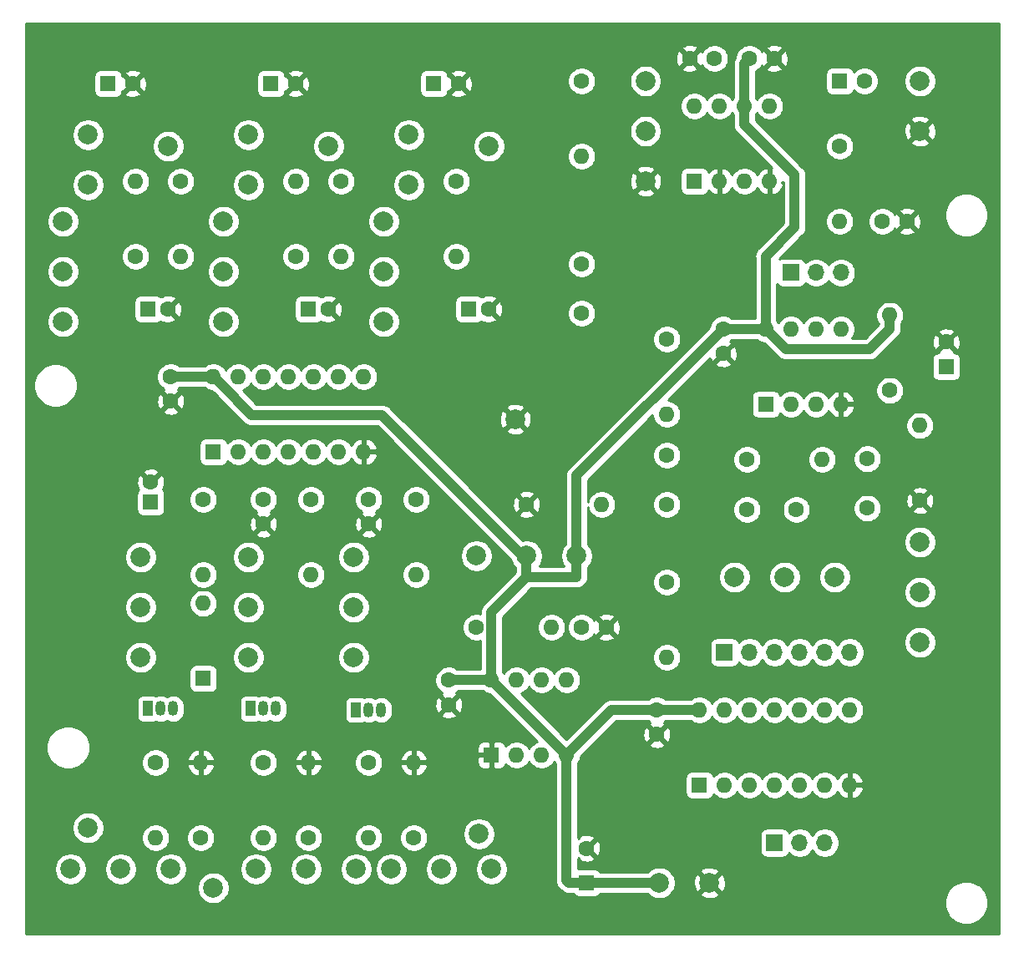
<source format=gbr>
G04 #@! TF.GenerationSoftware,KiCad,Pcbnew,5.1.5-52549c5~84~ubuntu18.04.1*
G04 #@! TF.CreationDate,2019-12-12T20:34:07+01:00*
G04 #@! TF.ProjectId,Sustainer,53757374-6169-46e6-9572-2e6b69636164,rev?*
G04 #@! TF.SameCoordinates,Original*
G04 #@! TF.FileFunction,Copper,L2,Bot*
G04 #@! TF.FilePolarity,Positive*
%FSLAX46Y46*%
G04 Gerber Fmt 4.6, Leading zero omitted, Abs format (unit mm)*
G04 Created by KiCad (PCBNEW 5.1.5-52549c5~84~ubuntu18.04.1) date 2019-12-12 20:34:07*
%MOMM*%
%LPD*%
G04 APERTURE LIST*
%ADD10C,2.000000*%
%ADD11O,1.700000X1.700000*%
%ADD12R,1.700000X1.700000*%
%ADD13C,1.600000*%
%ADD14R,1.600000X1.600000*%
%ADD15O,1.600000X1.600000*%
%ADD16O,1.050000X1.500000*%
%ADD17R,1.050000X1.500000*%
%ADD18C,0.800000*%
%ADD19C,0.500000*%
%ADD20C,1.000000*%
%ADD21C,0.254000*%
G04 APERTURE END LIST*
D10*
X171704000Y-121666000D03*
X171704000Y-116586000D03*
X171704000Y-111506000D03*
X92710000Y-113030000D03*
X92710000Y-118110000D03*
X92710000Y-123190000D03*
X130683000Y-99060000D03*
D11*
X163703000Y-84201000D03*
X161163000Y-84201000D03*
D12*
X158623000Y-84201000D03*
D11*
X162052000Y-141986000D03*
X159512000Y-141986000D03*
D12*
X156972000Y-141986000D03*
D11*
X164592000Y-122682000D03*
X162052000Y-122682000D03*
X159512000Y-122682000D03*
X156972000Y-122682000D03*
X154432000Y-122682000D03*
D12*
X151892000Y-122682000D03*
D13*
X95758000Y-97242000D03*
X95758000Y-94742000D03*
X151765000Y-89916000D03*
X151765000Y-92416000D03*
X145034000Y-131024000D03*
X145034000Y-128524000D03*
D14*
X137922000Y-146050000D03*
D13*
X137922000Y-142550000D03*
X146050000Y-102696000D03*
X146050000Y-107696000D03*
X166370000Y-103077000D03*
X166370000Y-108077000D03*
X174371000Y-91226000D03*
D14*
X174371000Y-93726000D03*
D13*
X154178000Y-108204000D03*
X159178000Y-108204000D03*
X137414000Y-88312000D03*
X137414000Y-83312000D03*
X156932000Y-62484000D03*
X154432000Y-62484000D03*
X148376000Y-62484000D03*
X150876000Y-62484000D03*
X167894000Y-78994000D03*
X170394000Y-78994000D03*
D14*
X163576000Y-64770000D03*
D13*
X166076000Y-64770000D03*
X127984000Y-87884000D03*
D14*
X125984000Y-87884000D03*
D13*
X124928000Y-65024000D03*
D14*
X122428000Y-65024000D03*
X109728000Y-87884000D03*
D13*
X111728000Y-87884000D03*
D14*
X105918000Y-65024000D03*
D13*
X108418000Y-65024000D03*
X95472000Y-87884000D03*
D14*
X93472000Y-87884000D03*
X89408000Y-65024000D03*
D13*
X91908000Y-65024000D03*
X115824000Y-109688000D03*
X115824000Y-107188000D03*
X123952000Y-125516000D03*
X123952000Y-128016000D03*
X137414000Y-120142000D03*
X139914000Y-120142000D03*
D14*
X93726000Y-107442000D03*
D13*
X93726000Y-105442000D03*
X105156000Y-109688000D03*
X105156000Y-107188000D03*
D14*
X99060000Y-125349000D03*
D15*
X99060000Y-117729000D03*
D10*
X128016000Y-71374000D03*
X111760000Y-71374000D03*
X95504000Y-71374000D03*
X127000000Y-141097000D03*
X87376000Y-140462000D03*
X100076000Y-146558000D03*
D16*
X115824000Y-128524000D03*
X117094000Y-128524000D03*
D17*
X114554000Y-128524000D03*
D16*
X94742000Y-128397000D03*
X96012000Y-128397000D03*
D17*
X93472000Y-128397000D03*
X103886000Y-128397000D03*
D16*
X106426000Y-128397000D03*
X105156000Y-128397000D03*
D13*
X146050000Y-115570000D03*
D15*
X146050000Y-123190000D03*
X139446000Y-107696000D03*
D13*
X131826000Y-107696000D03*
D15*
X146050000Y-98552000D03*
D13*
X146050000Y-90932000D03*
D15*
X168656000Y-88519000D03*
D13*
X168656000Y-96139000D03*
X171704000Y-107315000D03*
D15*
X171704000Y-99695000D03*
D13*
X154178000Y-103124000D03*
D15*
X161798000Y-103124000D03*
D13*
X137414000Y-64770000D03*
D15*
X137414000Y-72390000D03*
D13*
X163576000Y-71374000D03*
D15*
X163576000Y-78994000D03*
D13*
X124714000Y-74930000D03*
D15*
X124714000Y-82550000D03*
X108458000Y-74930000D03*
D13*
X108458000Y-82550000D03*
D15*
X113030000Y-82550000D03*
D13*
X113030000Y-74930000D03*
X92202000Y-82550000D03*
D15*
X92202000Y-74930000D03*
D13*
X96774000Y-74930000D03*
D15*
X96774000Y-82550000D03*
D13*
X120396000Y-141478000D03*
D15*
X120396000Y-133858000D03*
X115824000Y-141478000D03*
D13*
X115824000Y-133858000D03*
X120650000Y-107188000D03*
D15*
X120650000Y-114808000D03*
X134366000Y-120142000D03*
D13*
X126746000Y-120142000D03*
D15*
X98806000Y-133858000D03*
D13*
X98806000Y-141478000D03*
D15*
X94234000Y-141478000D03*
D13*
X94234000Y-133858000D03*
X99060000Y-107188000D03*
D15*
X99060000Y-114808000D03*
D13*
X109728000Y-141478000D03*
D15*
X109728000Y-133858000D03*
X105156000Y-141478000D03*
D13*
X105156000Y-133858000D03*
D15*
X109982000Y-114808000D03*
D13*
X109982000Y-107188000D03*
D15*
X149352000Y-128524000D03*
X164592000Y-136144000D03*
X151892000Y-128524000D03*
X162052000Y-136144000D03*
X154432000Y-128524000D03*
X159512000Y-136144000D03*
X156972000Y-128524000D03*
X156972000Y-136144000D03*
X159512000Y-128524000D03*
X154432000Y-136144000D03*
X162052000Y-128524000D03*
X151892000Y-136144000D03*
X164592000Y-128524000D03*
D14*
X149352000Y-136144000D03*
X100076000Y-102362000D03*
D15*
X115316000Y-94742000D03*
X102616000Y-102362000D03*
X112776000Y-94742000D03*
X105156000Y-102362000D03*
X110236000Y-94742000D03*
X107696000Y-102362000D03*
X107696000Y-94742000D03*
X110236000Y-102362000D03*
X105156000Y-94742000D03*
X112776000Y-102362000D03*
X102616000Y-94742000D03*
X115316000Y-102362000D03*
X100076000Y-94742000D03*
X156083000Y-89916000D03*
X163703000Y-97536000D03*
X158623000Y-89916000D03*
X161163000Y-97536000D03*
X161163000Y-89916000D03*
X158623000Y-97536000D03*
X163703000Y-89916000D03*
D14*
X156083000Y-97536000D03*
X148844000Y-74930000D03*
D15*
X156464000Y-67310000D03*
X151384000Y-74930000D03*
X153924000Y-67310000D03*
X153924000Y-74930000D03*
X151384000Y-67310000D03*
X156464000Y-74930000D03*
X148844000Y-67310000D03*
D14*
X128270000Y-133096000D03*
D15*
X135890000Y-125476000D03*
X130810000Y-133096000D03*
X133350000Y-125476000D03*
X133350000Y-133096000D03*
X130810000Y-125476000D03*
X135890000Y-133096000D03*
X128270000Y-125476000D03*
D10*
X84836000Y-78994000D03*
X84836000Y-84074000D03*
X84836000Y-89154000D03*
X87376000Y-75311000D03*
X87376000Y-70231000D03*
X145288000Y-146050000D03*
X150368000Y-146050000D03*
X117348000Y-89154000D03*
X117348000Y-84074000D03*
X117348000Y-78994000D03*
X101092000Y-78994000D03*
X101092000Y-84074000D03*
X101092000Y-89154000D03*
X119888000Y-75311000D03*
X119888000Y-70231000D03*
X103632000Y-70231000D03*
X103632000Y-75311000D03*
X143891000Y-74930000D03*
X143891000Y-69850000D03*
X143891000Y-64770000D03*
X171704000Y-64770000D03*
X171704000Y-69850000D03*
X114300000Y-123190000D03*
X114300000Y-118110000D03*
X114300000Y-113030000D03*
X103632000Y-113030000D03*
X103632000Y-118110000D03*
X103632000Y-123190000D03*
X136906000Y-112903000D03*
X131826000Y-112903000D03*
X126746000Y-112903000D03*
X152908000Y-115062000D03*
X157988000Y-115062000D03*
X163068000Y-115062000D03*
X95758000Y-144653000D03*
X90678000Y-144653000D03*
X85598000Y-144653000D03*
X114554000Y-144653000D03*
X109474000Y-144653000D03*
X104394000Y-144653000D03*
X128270000Y-144653000D03*
X123190000Y-144653000D03*
X118110000Y-144653000D03*
D18*
X91567000Y-101600000D03*
X90805000Y-85598000D03*
X94234000Y-78105000D03*
X99060000Y-78232000D03*
X98044000Y-67310000D03*
X110363000Y-78994000D03*
X115316000Y-78232000D03*
X83693000Y-65532000D03*
X91694000Y-61722000D03*
X107315000Y-61468000D03*
X113919000Y-67818000D03*
X123698000Y-70358000D03*
X122936000Y-61468000D03*
X130429000Y-65405000D03*
X132842000Y-73152000D03*
X137414000Y-68072000D03*
X140843000Y-60452000D03*
X150114000Y-60071000D03*
X160782000Y-60198000D03*
X159512000Y-65278000D03*
X146558000Y-64897000D03*
X151257000Y-70104000D03*
X161290000Y-68834000D03*
X171069000Y-61341000D03*
X176022000Y-67310000D03*
X174117000Y-74422000D03*
X167767000Y-74295000D03*
X161798000Y-81153000D03*
X154559000Y-78994000D03*
X146304000Y-73533000D03*
X145034000Y-80010000D03*
X150114000Y-85979000D03*
X168529000Y-84963000D03*
X163068000Y-93726000D03*
X132080000Y-80772000D03*
X132461000Y-90424000D03*
X139446000Y-93472000D03*
X162814000Y-108585000D03*
X158242000Y-104140000D03*
X149606000Y-110617000D03*
X149352000Y-103251000D03*
X140716000Y-103886000D03*
X158242000Y-132715000D03*
X149225000Y-124587000D03*
X158115000Y-118618000D03*
X170688000Y-130302000D03*
X174879000Y-139319000D03*
X167005000Y-144399000D03*
X153035000Y-142113000D03*
X143637000Y-141351000D03*
X141732000Y-133350000D03*
X158115000Y-148336000D03*
X167005000Y-148336000D03*
X140970000Y-149352000D03*
X133858000Y-149606000D03*
X132715000Y-141859000D03*
X131699000Y-136144000D03*
X136144000Y-127889000D03*
X130429000Y-130048000D03*
X124333000Y-133096000D03*
X119253000Y-150241000D03*
X117983000Y-139954000D03*
X112141000Y-138938000D03*
X101854000Y-144272000D03*
X101854000Y-138303000D03*
X96647000Y-140208000D03*
X90932000Y-140462000D03*
X88392000Y-145542000D03*
X113792000Y-149860000D03*
X104394000Y-149987000D03*
X94742000Y-147828000D03*
X84201000Y-149860000D03*
X82804000Y-142621000D03*
X84074000Y-136271000D03*
X90424000Y-135890000D03*
X120396000Y-128143000D03*
X121539000Y-122555000D03*
X121285000Y-119507000D03*
X114427000Y-111125000D03*
X119253000Y-112903000D03*
X113284000Y-108077000D03*
X110109000Y-104648000D03*
X102235000Y-108585000D03*
X103378000Y-105410000D03*
X105537000Y-115316000D03*
X101219000Y-131318000D03*
X100838000Y-127000000D03*
X110871000Y-130175000D03*
X111252000Y-123317000D03*
X99187000Y-129667000D03*
X91059000Y-130810000D03*
X84074000Y-124841000D03*
X89789000Y-119507000D03*
X83820000Y-114300000D03*
X98679000Y-112649000D03*
X95631000Y-110490000D03*
X87376000Y-108585000D03*
X85598000Y-102616000D03*
X124206000Y-108077000D03*
X129032000Y-113284000D03*
X131445000Y-122174000D03*
X134112000Y-117348000D03*
X135128000Y-110744000D03*
X142494000Y-112141000D03*
X143129000Y-118745000D03*
X114681000Y-96901000D03*
X109093000Y-96901000D03*
X101600000Y-100203000D03*
X90297000Y-95250000D03*
X97282000Y-89408000D03*
X105791000Y-91694000D03*
X106426000Y-85598000D03*
X103124000Y-81534000D03*
X83439000Y-86995000D03*
X83566000Y-76327000D03*
X116586000Y-86233000D03*
X123952000Y-79375000D03*
X123698000Y-85471000D03*
X126746000Y-99441000D03*
X133858000Y-99695000D03*
X140716000Y-83185000D03*
X131191000Y-60579000D03*
X174498000Y-103505000D03*
X174244000Y-116586000D03*
X122555000Y-95631000D03*
X108712000Y-119507000D03*
X96012000Y-117729000D03*
X98933000Y-121285000D03*
X107442000Y-138176000D03*
X124714000Y-138938000D03*
X106934000Y-145923000D03*
X118237000Y-103632000D03*
X130810000Y-103378000D03*
X175768000Y-84963000D03*
X177165000Y-111506000D03*
X114554000Y-120650000D03*
X104013000Y-120396000D03*
X93218000Y-120777000D03*
X94742000Y-124714000D03*
X105410000Y-125095000D03*
X116078000Y-125349000D03*
X120396000Y-92202000D03*
X123063000Y-90170000D03*
X110998000Y-90170000D03*
X108966000Y-91567000D03*
X175514000Y-124460000D03*
D19*
X156083000Y-88784630D02*
X156083000Y-89916000D01*
D20*
X145288000Y-146050000D02*
X137922000Y-146050000D01*
X136122000Y-146050000D02*
X137922000Y-146050000D01*
X135890000Y-145818000D02*
X136122000Y-146050000D01*
X135890000Y-133096000D02*
X135890000Y-145818000D01*
X149352000Y-128524000D02*
X145034000Y-128524000D01*
X140462000Y-128524000D02*
X135890000Y-133096000D01*
X145034000Y-128524000D02*
X140462000Y-128524000D01*
X135890000Y-133096000D02*
X128270000Y-125476000D01*
X123992000Y-125476000D02*
X123952000Y-125516000D01*
X128270000Y-125476000D02*
X123992000Y-125476000D01*
X128270000Y-118618000D02*
X131826000Y-115062000D01*
X128270000Y-125476000D02*
X128270000Y-118618000D01*
X131826000Y-115062000D02*
X136906000Y-115062000D01*
X117155003Y-98636001D02*
X103970001Y-98636001D01*
X131826000Y-113306998D02*
X117155003Y-98636001D01*
X100875999Y-95541999D02*
X100076000Y-94742000D01*
X103970001Y-98636001D02*
X100875999Y-95541999D01*
X131826000Y-115062000D02*
X131826000Y-113306998D01*
X100076000Y-94742000D02*
X95758000Y-94742000D01*
X151765000Y-89916000D02*
X156083000Y-89916000D01*
X168656000Y-89916000D02*
X168656000Y-88519000D01*
X166624000Y-91948000D02*
X168656000Y-89916000D01*
X156083000Y-89916000D02*
X158115000Y-91948000D01*
X158115000Y-91948000D02*
X166624000Y-91948000D01*
X159004000Y-74295000D02*
X153924000Y-69215000D01*
X159004000Y-79629000D02*
X159004000Y-74295000D01*
X156083000Y-82550000D02*
X159004000Y-79629000D01*
X156083000Y-89916000D02*
X156083000Y-82550000D01*
X153924000Y-69215000D02*
X153924000Y-67310000D01*
X153924000Y-62992000D02*
X154432000Y-62484000D01*
X153924000Y-67310000D02*
X153924000Y-62992000D01*
X136906000Y-104775000D02*
X151765000Y-89916000D01*
X136906000Y-115062000D02*
X136906000Y-104775000D01*
D21*
G36*
X179680001Y-151232000D02*
G01*
X81051000Y-151232000D01*
X81051000Y-146396967D01*
X98441000Y-146396967D01*
X98441000Y-146719033D01*
X98503832Y-147034912D01*
X98627082Y-147332463D01*
X98806013Y-147600252D01*
X99033748Y-147827987D01*
X99301537Y-148006918D01*
X99599088Y-148130168D01*
X99914967Y-148193000D01*
X100237033Y-148193000D01*
X100552912Y-148130168D01*
X100850463Y-148006918D01*
X101067539Y-147861872D01*
X174168000Y-147861872D01*
X174168000Y-148302128D01*
X174253890Y-148733925D01*
X174422369Y-149140669D01*
X174666962Y-149506729D01*
X174978271Y-149818038D01*
X175344331Y-150062631D01*
X175751075Y-150231110D01*
X176182872Y-150317000D01*
X176623128Y-150317000D01*
X177054925Y-150231110D01*
X177461669Y-150062631D01*
X177827729Y-149818038D01*
X178139038Y-149506729D01*
X178383631Y-149140669D01*
X178552110Y-148733925D01*
X178638000Y-148302128D01*
X178638000Y-147861872D01*
X178552110Y-147430075D01*
X178383631Y-147023331D01*
X178139038Y-146657271D01*
X177827729Y-146345962D01*
X177461669Y-146101369D01*
X177054925Y-145932890D01*
X176623128Y-145847000D01*
X176182872Y-145847000D01*
X175751075Y-145932890D01*
X175344331Y-146101369D01*
X174978271Y-146345962D01*
X174666962Y-146657271D01*
X174422369Y-147023331D01*
X174253890Y-147430075D01*
X174168000Y-147861872D01*
X101067539Y-147861872D01*
X101118252Y-147827987D01*
X101345987Y-147600252D01*
X101524918Y-147332463D01*
X101648168Y-147034912D01*
X101711000Y-146719033D01*
X101711000Y-146396967D01*
X101648168Y-146081088D01*
X101524918Y-145783537D01*
X101345987Y-145515748D01*
X101118252Y-145288013D01*
X100850463Y-145109082D01*
X100552912Y-144985832D01*
X100237033Y-144923000D01*
X99914967Y-144923000D01*
X99599088Y-144985832D01*
X99301537Y-145109082D01*
X99033748Y-145288013D01*
X98806013Y-145515748D01*
X98627082Y-145783537D01*
X98503832Y-146081088D01*
X98441000Y-146396967D01*
X81051000Y-146396967D01*
X81051000Y-144491967D01*
X83963000Y-144491967D01*
X83963000Y-144814033D01*
X84025832Y-145129912D01*
X84149082Y-145427463D01*
X84328013Y-145695252D01*
X84555748Y-145922987D01*
X84823537Y-146101918D01*
X85121088Y-146225168D01*
X85436967Y-146288000D01*
X85759033Y-146288000D01*
X86074912Y-146225168D01*
X86372463Y-146101918D01*
X86640252Y-145922987D01*
X86867987Y-145695252D01*
X87046918Y-145427463D01*
X87170168Y-145129912D01*
X87233000Y-144814033D01*
X87233000Y-144491967D01*
X89043000Y-144491967D01*
X89043000Y-144814033D01*
X89105832Y-145129912D01*
X89229082Y-145427463D01*
X89408013Y-145695252D01*
X89635748Y-145922987D01*
X89903537Y-146101918D01*
X90201088Y-146225168D01*
X90516967Y-146288000D01*
X90839033Y-146288000D01*
X91154912Y-146225168D01*
X91452463Y-146101918D01*
X91720252Y-145922987D01*
X91947987Y-145695252D01*
X92126918Y-145427463D01*
X92250168Y-145129912D01*
X92313000Y-144814033D01*
X92313000Y-144491967D01*
X94123000Y-144491967D01*
X94123000Y-144814033D01*
X94185832Y-145129912D01*
X94309082Y-145427463D01*
X94488013Y-145695252D01*
X94715748Y-145922987D01*
X94983537Y-146101918D01*
X95281088Y-146225168D01*
X95596967Y-146288000D01*
X95919033Y-146288000D01*
X96234912Y-146225168D01*
X96532463Y-146101918D01*
X96800252Y-145922987D01*
X97027987Y-145695252D01*
X97206918Y-145427463D01*
X97330168Y-145129912D01*
X97393000Y-144814033D01*
X97393000Y-144491967D01*
X102759000Y-144491967D01*
X102759000Y-144814033D01*
X102821832Y-145129912D01*
X102945082Y-145427463D01*
X103124013Y-145695252D01*
X103351748Y-145922987D01*
X103619537Y-146101918D01*
X103917088Y-146225168D01*
X104232967Y-146288000D01*
X104555033Y-146288000D01*
X104870912Y-146225168D01*
X105168463Y-146101918D01*
X105436252Y-145922987D01*
X105663987Y-145695252D01*
X105842918Y-145427463D01*
X105966168Y-145129912D01*
X106029000Y-144814033D01*
X106029000Y-144491967D01*
X107839000Y-144491967D01*
X107839000Y-144814033D01*
X107901832Y-145129912D01*
X108025082Y-145427463D01*
X108204013Y-145695252D01*
X108431748Y-145922987D01*
X108699537Y-146101918D01*
X108997088Y-146225168D01*
X109312967Y-146288000D01*
X109635033Y-146288000D01*
X109950912Y-146225168D01*
X110248463Y-146101918D01*
X110516252Y-145922987D01*
X110743987Y-145695252D01*
X110922918Y-145427463D01*
X111046168Y-145129912D01*
X111109000Y-144814033D01*
X111109000Y-144491967D01*
X112919000Y-144491967D01*
X112919000Y-144814033D01*
X112981832Y-145129912D01*
X113105082Y-145427463D01*
X113284013Y-145695252D01*
X113511748Y-145922987D01*
X113779537Y-146101918D01*
X114077088Y-146225168D01*
X114392967Y-146288000D01*
X114715033Y-146288000D01*
X115030912Y-146225168D01*
X115328463Y-146101918D01*
X115596252Y-145922987D01*
X115823987Y-145695252D01*
X116002918Y-145427463D01*
X116126168Y-145129912D01*
X116189000Y-144814033D01*
X116189000Y-144491967D01*
X116475000Y-144491967D01*
X116475000Y-144814033D01*
X116537832Y-145129912D01*
X116661082Y-145427463D01*
X116840013Y-145695252D01*
X117067748Y-145922987D01*
X117335537Y-146101918D01*
X117633088Y-146225168D01*
X117948967Y-146288000D01*
X118271033Y-146288000D01*
X118586912Y-146225168D01*
X118884463Y-146101918D01*
X119152252Y-145922987D01*
X119379987Y-145695252D01*
X119558918Y-145427463D01*
X119682168Y-145129912D01*
X119745000Y-144814033D01*
X119745000Y-144491967D01*
X121555000Y-144491967D01*
X121555000Y-144814033D01*
X121617832Y-145129912D01*
X121741082Y-145427463D01*
X121920013Y-145695252D01*
X122147748Y-145922987D01*
X122415537Y-146101918D01*
X122713088Y-146225168D01*
X123028967Y-146288000D01*
X123351033Y-146288000D01*
X123666912Y-146225168D01*
X123964463Y-146101918D01*
X124232252Y-145922987D01*
X124459987Y-145695252D01*
X124638918Y-145427463D01*
X124762168Y-145129912D01*
X124825000Y-144814033D01*
X124825000Y-144491967D01*
X126635000Y-144491967D01*
X126635000Y-144814033D01*
X126697832Y-145129912D01*
X126821082Y-145427463D01*
X127000013Y-145695252D01*
X127227748Y-145922987D01*
X127495537Y-146101918D01*
X127793088Y-146225168D01*
X128108967Y-146288000D01*
X128431033Y-146288000D01*
X128746912Y-146225168D01*
X129044463Y-146101918D01*
X129312252Y-145922987D01*
X129539987Y-145695252D01*
X129718918Y-145427463D01*
X129842168Y-145129912D01*
X129905000Y-144814033D01*
X129905000Y-144491967D01*
X129842168Y-144176088D01*
X129718918Y-143878537D01*
X129539987Y-143610748D01*
X129312252Y-143383013D01*
X129044463Y-143204082D01*
X128746912Y-143080832D01*
X128431033Y-143018000D01*
X128108967Y-143018000D01*
X127793088Y-143080832D01*
X127495537Y-143204082D01*
X127227748Y-143383013D01*
X127000013Y-143610748D01*
X126821082Y-143878537D01*
X126697832Y-144176088D01*
X126635000Y-144491967D01*
X124825000Y-144491967D01*
X124762168Y-144176088D01*
X124638918Y-143878537D01*
X124459987Y-143610748D01*
X124232252Y-143383013D01*
X123964463Y-143204082D01*
X123666912Y-143080832D01*
X123351033Y-143018000D01*
X123028967Y-143018000D01*
X122713088Y-143080832D01*
X122415537Y-143204082D01*
X122147748Y-143383013D01*
X121920013Y-143610748D01*
X121741082Y-143878537D01*
X121617832Y-144176088D01*
X121555000Y-144491967D01*
X119745000Y-144491967D01*
X119682168Y-144176088D01*
X119558918Y-143878537D01*
X119379987Y-143610748D01*
X119152252Y-143383013D01*
X118884463Y-143204082D01*
X118586912Y-143080832D01*
X118271033Y-143018000D01*
X117948967Y-143018000D01*
X117633088Y-143080832D01*
X117335537Y-143204082D01*
X117067748Y-143383013D01*
X116840013Y-143610748D01*
X116661082Y-143878537D01*
X116537832Y-144176088D01*
X116475000Y-144491967D01*
X116189000Y-144491967D01*
X116126168Y-144176088D01*
X116002918Y-143878537D01*
X115823987Y-143610748D01*
X115596252Y-143383013D01*
X115328463Y-143204082D01*
X115030912Y-143080832D01*
X114715033Y-143018000D01*
X114392967Y-143018000D01*
X114077088Y-143080832D01*
X113779537Y-143204082D01*
X113511748Y-143383013D01*
X113284013Y-143610748D01*
X113105082Y-143878537D01*
X112981832Y-144176088D01*
X112919000Y-144491967D01*
X111109000Y-144491967D01*
X111046168Y-144176088D01*
X110922918Y-143878537D01*
X110743987Y-143610748D01*
X110516252Y-143383013D01*
X110248463Y-143204082D01*
X109950912Y-143080832D01*
X109635033Y-143018000D01*
X109312967Y-143018000D01*
X108997088Y-143080832D01*
X108699537Y-143204082D01*
X108431748Y-143383013D01*
X108204013Y-143610748D01*
X108025082Y-143878537D01*
X107901832Y-144176088D01*
X107839000Y-144491967D01*
X106029000Y-144491967D01*
X105966168Y-144176088D01*
X105842918Y-143878537D01*
X105663987Y-143610748D01*
X105436252Y-143383013D01*
X105168463Y-143204082D01*
X104870912Y-143080832D01*
X104555033Y-143018000D01*
X104232967Y-143018000D01*
X103917088Y-143080832D01*
X103619537Y-143204082D01*
X103351748Y-143383013D01*
X103124013Y-143610748D01*
X102945082Y-143878537D01*
X102821832Y-144176088D01*
X102759000Y-144491967D01*
X97393000Y-144491967D01*
X97330168Y-144176088D01*
X97206918Y-143878537D01*
X97027987Y-143610748D01*
X96800252Y-143383013D01*
X96532463Y-143204082D01*
X96234912Y-143080832D01*
X95919033Y-143018000D01*
X95596967Y-143018000D01*
X95281088Y-143080832D01*
X94983537Y-143204082D01*
X94715748Y-143383013D01*
X94488013Y-143610748D01*
X94309082Y-143878537D01*
X94185832Y-144176088D01*
X94123000Y-144491967D01*
X92313000Y-144491967D01*
X92250168Y-144176088D01*
X92126918Y-143878537D01*
X91947987Y-143610748D01*
X91720252Y-143383013D01*
X91452463Y-143204082D01*
X91154912Y-143080832D01*
X90839033Y-143018000D01*
X90516967Y-143018000D01*
X90201088Y-143080832D01*
X89903537Y-143204082D01*
X89635748Y-143383013D01*
X89408013Y-143610748D01*
X89229082Y-143878537D01*
X89105832Y-144176088D01*
X89043000Y-144491967D01*
X87233000Y-144491967D01*
X87170168Y-144176088D01*
X87046918Y-143878537D01*
X86867987Y-143610748D01*
X86640252Y-143383013D01*
X86372463Y-143204082D01*
X86074912Y-143080832D01*
X85759033Y-143018000D01*
X85436967Y-143018000D01*
X85121088Y-143080832D01*
X84823537Y-143204082D01*
X84555748Y-143383013D01*
X84328013Y-143610748D01*
X84149082Y-143878537D01*
X84025832Y-144176088D01*
X83963000Y-144491967D01*
X81051000Y-144491967D01*
X81051000Y-140300967D01*
X85741000Y-140300967D01*
X85741000Y-140623033D01*
X85803832Y-140938912D01*
X85927082Y-141236463D01*
X86106013Y-141504252D01*
X86333748Y-141731987D01*
X86601537Y-141910918D01*
X86899088Y-142034168D01*
X87214967Y-142097000D01*
X87537033Y-142097000D01*
X87852912Y-142034168D01*
X88150463Y-141910918D01*
X88418252Y-141731987D01*
X88645987Y-141504252D01*
X88757965Y-141336665D01*
X92799000Y-141336665D01*
X92799000Y-141619335D01*
X92854147Y-141896574D01*
X92962320Y-142157727D01*
X93119363Y-142392759D01*
X93319241Y-142592637D01*
X93554273Y-142749680D01*
X93815426Y-142857853D01*
X94092665Y-142913000D01*
X94375335Y-142913000D01*
X94652574Y-142857853D01*
X94913727Y-142749680D01*
X95148759Y-142592637D01*
X95348637Y-142392759D01*
X95505680Y-142157727D01*
X95613853Y-141896574D01*
X95669000Y-141619335D01*
X95669000Y-141336665D01*
X97371000Y-141336665D01*
X97371000Y-141619335D01*
X97426147Y-141896574D01*
X97534320Y-142157727D01*
X97691363Y-142392759D01*
X97891241Y-142592637D01*
X98126273Y-142749680D01*
X98387426Y-142857853D01*
X98664665Y-142913000D01*
X98947335Y-142913000D01*
X99224574Y-142857853D01*
X99485727Y-142749680D01*
X99720759Y-142592637D01*
X99920637Y-142392759D01*
X100077680Y-142157727D01*
X100185853Y-141896574D01*
X100241000Y-141619335D01*
X100241000Y-141336665D01*
X103721000Y-141336665D01*
X103721000Y-141619335D01*
X103776147Y-141896574D01*
X103884320Y-142157727D01*
X104041363Y-142392759D01*
X104241241Y-142592637D01*
X104476273Y-142749680D01*
X104737426Y-142857853D01*
X105014665Y-142913000D01*
X105297335Y-142913000D01*
X105574574Y-142857853D01*
X105835727Y-142749680D01*
X106070759Y-142592637D01*
X106270637Y-142392759D01*
X106427680Y-142157727D01*
X106535853Y-141896574D01*
X106591000Y-141619335D01*
X106591000Y-141336665D01*
X108293000Y-141336665D01*
X108293000Y-141619335D01*
X108348147Y-141896574D01*
X108456320Y-142157727D01*
X108613363Y-142392759D01*
X108813241Y-142592637D01*
X109048273Y-142749680D01*
X109309426Y-142857853D01*
X109586665Y-142913000D01*
X109869335Y-142913000D01*
X110146574Y-142857853D01*
X110407727Y-142749680D01*
X110642759Y-142592637D01*
X110842637Y-142392759D01*
X110999680Y-142157727D01*
X111107853Y-141896574D01*
X111163000Y-141619335D01*
X111163000Y-141336665D01*
X114389000Y-141336665D01*
X114389000Y-141619335D01*
X114444147Y-141896574D01*
X114552320Y-142157727D01*
X114709363Y-142392759D01*
X114909241Y-142592637D01*
X115144273Y-142749680D01*
X115405426Y-142857853D01*
X115682665Y-142913000D01*
X115965335Y-142913000D01*
X116242574Y-142857853D01*
X116503727Y-142749680D01*
X116738759Y-142592637D01*
X116938637Y-142392759D01*
X117095680Y-142157727D01*
X117203853Y-141896574D01*
X117259000Y-141619335D01*
X117259000Y-141336665D01*
X118961000Y-141336665D01*
X118961000Y-141619335D01*
X119016147Y-141896574D01*
X119124320Y-142157727D01*
X119281363Y-142392759D01*
X119481241Y-142592637D01*
X119716273Y-142749680D01*
X119977426Y-142857853D01*
X120254665Y-142913000D01*
X120537335Y-142913000D01*
X120814574Y-142857853D01*
X121075727Y-142749680D01*
X121310759Y-142592637D01*
X121510637Y-142392759D01*
X121667680Y-142157727D01*
X121775853Y-141896574D01*
X121831000Y-141619335D01*
X121831000Y-141336665D01*
X121775853Y-141059426D01*
X121724715Y-140935967D01*
X125365000Y-140935967D01*
X125365000Y-141258033D01*
X125427832Y-141573912D01*
X125551082Y-141871463D01*
X125730013Y-142139252D01*
X125957748Y-142366987D01*
X126225537Y-142545918D01*
X126523088Y-142669168D01*
X126838967Y-142732000D01*
X127161033Y-142732000D01*
X127476912Y-142669168D01*
X127774463Y-142545918D01*
X128042252Y-142366987D01*
X128269987Y-142139252D01*
X128448918Y-141871463D01*
X128572168Y-141573912D01*
X128635000Y-141258033D01*
X128635000Y-140935967D01*
X128572168Y-140620088D01*
X128448918Y-140322537D01*
X128269987Y-140054748D01*
X128042252Y-139827013D01*
X127774463Y-139648082D01*
X127476912Y-139524832D01*
X127161033Y-139462000D01*
X126838967Y-139462000D01*
X126523088Y-139524832D01*
X126225537Y-139648082D01*
X125957748Y-139827013D01*
X125730013Y-140054748D01*
X125551082Y-140322537D01*
X125427832Y-140620088D01*
X125365000Y-140935967D01*
X121724715Y-140935967D01*
X121667680Y-140798273D01*
X121510637Y-140563241D01*
X121310759Y-140363363D01*
X121075727Y-140206320D01*
X120814574Y-140098147D01*
X120537335Y-140043000D01*
X120254665Y-140043000D01*
X119977426Y-140098147D01*
X119716273Y-140206320D01*
X119481241Y-140363363D01*
X119281363Y-140563241D01*
X119124320Y-140798273D01*
X119016147Y-141059426D01*
X118961000Y-141336665D01*
X117259000Y-141336665D01*
X117203853Y-141059426D01*
X117095680Y-140798273D01*
X116938637Y-140563241D01*
X116738759Y-140363363D01*
X116503727Y-140206320D01*
X116242574Y-140098147D01*
X115965335Y-140043000D01*
X115682665Y-140043000D01*
X115405426Y-140098147D01*
X115144273Y-140206320D01*
X114909241Y-140363363D01*
X114709363Y-140563241D01*
X114552320Y-140798273D01*
X114444147Y-141059426D01*
X114389000Y-141336665D01*
X111163000Y-141336665D01*
X111107853Y-141059426D01*
X110999680Y-140798273D01*
X110842637Y-140563241D01*
X110642759Y-140363363D01*
X110407727Y-140206320D01*
X110146574Y-140098147D01*
X109869335Y-140043000D01*
X109586665Y-140043000D01*
X109309426Y-140098147D01*
X109048273Y-140206320D01*
X108813241Y-140363363D01*
X108613363Y-140563241D01*
X108456320Y-140798273D01*
X108348147Y-141059426D01*
X108293000Y-141336665D01*
X106591000Y-141336665D01*
X106535853Y-141059426D01*
X106427680Y-140798273D01*
X106270637Y-140563241D01*
X106070759Y-140363363D01*
X105835727Y-140206320D01*
X105574574Y-140098147D01*
X105297335Y-140043000D01*
X105014665Y-140043000D01*
X104737426Y-140098147D01*
X104476273Y-140206320D01*
X104241241Y-140363363D01*
X104041363Y-140563241D01*
X103884320Y-140798273D01*
X103776147Y-141059426D01*
X103721000Y-141336665D01*
X100241000Y-141336665D01*
X100185853Y-141059426D01*
X100077680Y-140798273D01*
X99920637Y-140563241D01*
X99720759Y-140363363D01*
X99485727Y-140206320D01*
X99224574Y-140098147D01*
X98947335Y-140043000D01*
X98664665Y-140043000D01*
X98387426Y-140098147D01*
X98126273Y-140206320D01*
X97891241Y-140363363D01*
X97691363Y-140563241D01*
X97534320Y-140798273D01*
X97426147Y-141059426D01*
X97371000Y-141336665D01*
X95669000Y-141336665D01*
X95613853Y-141059426D01*
X95505680Y-140798273D01*
X95348637Y-140563241D01*
X95148759Y-140363363D01*
X94913727Y-140206320D01*
X94652574Y-140098147D01*
X94375335Y-140043000D01*
X94092665Y-140043000D01*
X93815426Y-140098147D01*
X93554273Y-140206320D01*
X93319241Y-140363363D01*
X93119363Y-140563241D01*
X92962320Y-140798273D01*
X92854147Y-141059426D01*
X92799000Y-141336665D01*
X88757965Y-141336665D01*
X88824918Y-141236463D01*
X88948168Y-140938912D01*
X89011000Y-140623033D01*
X89011000Y-140300967D01*
X88948168Y-139985088D01*
X88824918Y-139687537D01*
X88645987Y-139419748D01*
X88418252Y-139192013D01*
X88150463Y-139013082D01*
X87852912Y-138889832D01*
X87537033Y-138827000D01*
X87214967Y-138827000D01*
X86899088Y-138889832D01*
X86601537Y-139013082D01*
X86333748Y-139192013D01*
X86106013Y-139419748D01*
X85927082Y-139687537D01*
X85803832Y-139985088D01*
X85741000Y-140300967D01*
X81051000Y-140300967D01*
X81051000Y-132113872D01*
X83109000Y-132113872D01*
X83109000Y-132554128D01*
X83194890Y-132985925D01*
X83363369Y-133392669D01*
X83607962Y-133758729D01*
X83919271Y-134070038D01*
X84285331Y-134314631D01*
X84692075Y-134483110D01*
X85123872Y-134569000D01*
X85564128Y-134569000D01*
X85995925Y-134483110D01*
X86402669Y-134314631D01*
X86768729Y-134070038D01*
X87080038Y-133758729D01*
X87108144Y-133716665D01*
X92799000Y-133716665D01*
X92799000Y-133999335D01*
X92854147Y-134276574D01*
X92962320Y-134537727D01*
X93119363Y-134772759D01*
X93319241Y-134972637D01*
X93554273Y-135129680D01*
X93815426Y-135237853D01*
X94092665Y-135293000D01*
X94375335Y-135293000D01*
X94652574Y-135237853D01*
X94913727Y-135129680D01*
X95148759Y-134972637D01*
X95348637Y-134772759D01*
X95505680Y-134537727D01*
X95613853Y-134276574D01*
X95627684Y-134207040D01*
X97414091Y-134207040D01*
X97508930Y-134471881D01*
X97653615Y-134713131D01*
X97842586Y-134921519D01*
X98068580Y-135089037D01*
X98322913Y-135209246D01*
X98456961Y-135249904D01*
X98679000Y-135127915D01*
X98679000Y-133985000D01*
X98933000Y-133985000D01*
X98933000Y-135127915D01*
X99155039Y-135249904D01*
X99289087Y-135209246D01*
X99543420Y-135089037D01*
X99769414Y-134921519D01*
X99958385Y-134713131D01*
X100103070Y-134471881D01*
X100197909Y-134207040D01*
X100076624Y-133985000D01*
X98933000Y-133985000D01*
X98679000Y-133985000D01*
X97535376Y-133985000D01*
X97414091Y-134207040D01*
X95627684Y-134207040D01*
X95669000Y-133999335D01*
X95669000Y-133716665D01*
X95627685Y-133508960D01*
X97414091Y-133508960D01*
X97535376Y-133731000D01*
X98679000Y-133731000D01*
X98679000Y-132588085D01*
X98933000Y-132588085D01*
X98933000Y-133731000D01*
X100076624Y-133731000D01*
X100084454Y-133716665D01*
X103721000Y-133716665D01*
X103721000Y-133999335D01*
X103776147Y-134276574D01*
X103884320Y-134537727D01*
X104041363Y-134772759D01*
X104241241Y-134972637D01*
X104476273Y-135129680D01*
X104737426Y-135237853D01*
X105014665Y-135293000D01*
X105297335Y-135293000D01*
X105574574Y-135237853D01*
X105835727Y-135129680D01*
X106070759Y-134972637D01*
X106270637Y-134772759D01*
X106427680Y-134537727D01*
X106535853Y-134276574D01*
X106549684Y-134207040D01*
X108336091Y-134207040D01*
X108430930Y-134471881D01*
X108575615Y-134713131D01*
X108764586Y-134921519D01*
X108990580Y-135089037D01*
X109244913Y-135209246D01*
X109378961Y-135249904D01*
X109601000Y-135127915D01*
X109601000Y-133985000D01*
X109855000Y-133985000D01*
X109855000Y-135127915D01*
X110077039Y-135249904D01*
X110211087Y-135209246D01*
X110465420Y-135089037D01*
X110691414Y-134921519D01*
X110880385Y-134713131D01*
X111025070Y-134471881D01*
X111119909Y-134207040D01*
X110998624Y-133985000D01*
X109855000Y-133985000D01*
X109601000Y-133985000D01*
X108457376Y-133985000D01*
X108336091Y-134207040D01*
X106549684Y-134207040D01*
X106591000Y-133999335D01*
X106591000Y-133716665D01*
X106549685Y-133508960D01*
X108336091Y-133508960D01*
X108457376Y-133731000D01*
X109601000Y-133731000D01*
X109601000Y-132588085D01*
X109855000Y-132588085D01*
X109855000Y-133731000D01*
X110998624Y-133731000D01*
X111006454Y-133716665D01*
X114389000Y-133716665D01*
X114389000Y-133999335D01*
X114444147Y-134276574D01*
X114552320Y-134537727D01*
X114709363Y-134772759D01*
X114909241Y-134972637D01*
X115144273Y-135129680D01*
X115405426Y-135237853D01*
X115682665Y-135293000D01*
X115965335Y-135293000D01*
X116242574Y-135237853D01*
X116503727Y-135129680D01*
X116738759Y-134972637D01*
X116938637Y-134772759D01*
X117095680Y-134537727D01*
X117203853Y-134276574D01*
X117217684Y-134207040D01*
X119004091Y-134207040D01*
X119098930Y-134471881D01*
X119243615Y-134713131D01*
X119432586Y-134921519D01*
X119658580Y-135089037D01*
X119912913Y-135209246D01*
X120046961Y-135249904D01*
X120269000Y-135127915D01*
X120269000Y-133985000D01*
X120523000Y-133985000D01*
X120523000Y-135127915D01*
X120745039Y-135249904D01*
X120879087Y-135209246D01*
X121133420Y-135089037D01*
X121359414Y-134921519D01*
X121548385Y-134713131D01*
X121693070Y-134471881D01*
X121787909Y-134207040D01*
X121666624Y-133985000D01*
X120523000Y-133985000D01*
X120269000Y-133985000D01*
X119125376Y-133985000D01*
X119004091Y-134207040D01*
X117217684Y-134207040D01*
X117259000Y-133999335D01*
X117259000Y-133896000D01*
X126831928Y-133896000D01*
X126844188Y-134020482D01*
X126880498Y-134140180D01*
X126939463Y-134250494D01*
X127018815Y-134347185D01*
X127115506Y-134426537D01*
X127225820Y-134485502D01*
X127345518Y-134521812D01*
X127470000Y-134534072D01*
X127984250Y-134531000D01*
X128143000Y-134372250D01*
X128143000Y-133223000D01*
X126993750Y-133223000D01*
X126835000Y-133381750D01*
X126831928Y-133896000D01*
X117259000Y-133896000D01*
X117259000Y-133716665D01*
X117217685Y-133508960D01*
X119004091Y-133508960D01*
X119125376Y-133731000D01*
X120269000Y-133731000D01*
X120269000Y-132588085D01*
X120523000Y-132588085D01*
X120523000Y-133731000D01*
X121666624Y-133731000D01*
X121787909Y-133508960D01*
X121693070Y-133244119D01*
X121548385Y-133002869D01*
X121359414Y-132794481D01*
X121133420Y-132626963D01*
X120879087Y-132506754D01*
X120745039Y-132466096D01*
X120523000Y-132588085D01*
X120269000Y-132588085D01*
X120046961Y-132466096D01*
X119912913Y-132506754D01*
X119658580Y-132626963D01*
X119432586Y-132794481D01*
X119243615Y-133002869D01*
X119098930Y-133244119D01*
X119004091Y-133508960D01*
X117217685Y-133508960D01*
X117203853Y-133439426D01*
X117095680Y-133178273D01*
X116938637Y-132943241D01*
X116738759Y-132743363D01*
X116503727Y-132586320D01*
X116242574Y-132478147D01*
X115965335Y-132423000D01*
X115682665Y-132423000D01*
X115405426Y-132478147D01*
X115144273Y-132586320D01*
X114909241Y-132743363D01*
X114709363Y-132943241D01*
X114552320Y-133178273D01*
X114444147Y-133439426D01*
X114389000Y-133716665D01*
X111006454Y-133716665D01*
X111119909Y-133508960D01*
X111025070Y-133244119D01*
X110880385Y-133002869D01*
X110691414Y-132794481D01*
X110465420Y-132626963D01*
X110211087Y-132506754D01*
X110077039Y-132466096D01*
X109855000Y-132588085D01*
X109601000Y-132588085D01*
X109378961Y-132466096D01*
X109244913Y-132506754D01*
X108990580Y-132626963D01*
X108764586Y-132794481D01*
X108575615Y-133002869D01*
X108430930Y-133244119D01*
X108336091Y-133508960D01*
X106549685Y-133508960D01*
X106535853Y-133439426D01*
X106427680Y-133178273D01*
X106270637Y-132943241D01*
X106070759Y-132743363D01*
X105835727Y-132586320D01*
X105574574Y-132478147D01*
X105297335Y-132423000D01*
X105014665Y-132423000D01*
X104737426Y-132478147D01*
X104476273Y-132586320D01*
X104241241Y-132743363D01*
X104041363Y-132943241D01*
X103884320Y-133178273D01*
X103776147Y-133439426D01*
X103721000Y-133716665D01*
X100084454Y-133716665D01*
X100197909Y-133508960D01*
X100103070Y-133244119D01*
X99958385Y-133002869D01*
X99769414Y-132794481D01*
X99543420Y-132626963D01*
X99289087Y-132506754D01*
X99155039Y-132466096D01*
X98933000Y-132588085D01*
X98679000Y-132588085D01*
X98456961Y-132466096D01*
X98322913Y-132506754D01*
X98068580Y-132626963D01*
X97842586Y-132794481D01*
X97653615Y-133002869D01*
X97508930Y-133244119D01*
X97414091Y-133508960D01*
X95627685Y-133508960D01*
X95613853Y-133439426D01*
X95505680Y-133178273D01*
X95348637Y-132943241D01*
X95148759Y-132743363D01*
X94913727Y-132586320D01*
X94652574Y-132478147D01*
X94375335Y-132423000D01*
X94092665Y-132423000D01*
X93815426Y-132478147D01*
X93554273Y-132586320D01*
X93319241Y-132743363D01*
X93119363Y-132943241D01*
X92962320Y-133178273D01*
X92854147Y-133439426D01*
X92799000Y-133716665D01*
X87108144Y-133716665D01*
X87324631Y-133392669D01*
X87493110Y-132985925D01*
X87579000Y-132554128D01*
X87579000Y-132296000D01*
X126831928Y-132296000D01*
X126835000Y-132810250D01*
X126993750Y-132969000D01*
X128143000Y-132969000D01*
X128143000Y-131819750D01*
X127984250Y-131661000D01*
X127470000Y-131657928D01*
X127345518Y-131670188D01*
X127225820Y-131706498D01*
X127115506Y-131765463D01*
X127018815Y-131844815D01*
X126939463Y-131941506D01*
X126880498Y-132051820D01*
X126844188Y-132171518D01*
X126831928Y-132296000D01*
X87579000Y-132296000D01*
X87579000Y-132113872D01*
X87493110Y-131682075D01*
X87324631Y-131275331D01*
X87080038Y-130909271D01*
X86768729Y-130597962D01*
X86402669Y-130353369D01*
X85995925Y-130184890D01*
X85564128Y-130099000D01*
X85123872Y-130099000D01*
X84692075Y-130184890D01*
X84285331Y-130353369D01*
X83919271Y-130597962D01*
X83607962Y-130909271D01*
X83363369Y-131275331D01*
X83194890Y-131682075D01*
X83109000Y-132113872D01*
X81051000Y-132113872D01*
X81051000Y-127647000D01*
X92308928Y-127647000D01*
X92308928Y-129147000D01*
X92321188Y-129271482D01*
X92357498Y-129391180D01*
X92416463Y-129501494D01*
X92495815Y-129598185D01*
X92592506Y-129677537D01*
X92702820Y-129736502D01*
X92822518Y-129772812D01*
X92947000Y-129785072D01*
X93997000Y-129785072D01*
X94121482Y-129772812D01*
X94241180Y-129736502D01*
X94305902Y-129701907D01*
X94514601Y-129765215D01*
X94742000Y-129787612D01*
X94969400Y-129765215D01*
X95188060Y-129698885D01*
X95377001Y-129597894D01*
X95565941Y-129698885D01*
X95784601Y-129765215D01*
X96012000Y-129787612D01*
X96239400Y-129765215D01*
X96458060Y-129698885D01*
X96659579Y-129591171D01*
X96836212Y-129446212D01*
X96981171Y-129269579D01*
X97088885Y-129068059D01*
X97155215Y-128849399D01*
X97172000Y-128678978D01*
X97172000Y-128115021D01*
X97155215Y-127944600D01*
X97088885Y-127725940D01*
X97046691Y-127647000D01*
X102722928Y-127647000D01*
X102722928Y-129147000D01*
X102735188Y-129271482D01*
X102771498Y-129391180D01*
X102830463Y-129501494D01*
X102909815Y-129598185D01*
X103006506Y-129677537D01*
X103116820Y-129736502D01*
X103236518Y-129772812D01*
X103361000Y-129785072D01*
X104411000Y-129785072D01*
X104535482Y-129772812D01*
X104655180Y-129736502D01*
X104719902Y-129701907D01*
X104928601Y-129765215D01*
X105156000Y-129787612D01*
X105383400Y-129765215D01*
X105602060Y-129698885D01*
X105791001Y-129597894D01*
X105979941Y-129698885D01*
X106198601Y-129765215D01*
X106426000Y-129787612D01*
X106653400Y-129765215D01*
X106872060Y-129698885D01*
X107073579Y-129591171D01*
X107250212Y-129446212D01*
X107395171Y-129269579D01*
X107502885Y-129068059D01*
X107569215Y-128849399D01*
X107586000Y-128678978D01*
X107586000Y-128115021D01*
X107569215Y-127944600D01*
X107517464Y-127774000D01*
X113390928Y-127774000D01*
X113390928Y-129274000D01*
X113403188Y-129398482D01*
X113439498Y-129518180D01*
X113498463Y-129628494D01*
X113577815Y-129725185D01*
X113674506Y-129804537D01*
X113784820Y-129863502D01*
X113904518Y-129899812D01*
X114029000Y-129912072D01*
X115079000Y-129912072D01*
X115203482Y-129899812D01*
X115323180Y-129863502D01*
X115387902Y-129828907D01*
X115596601Y-129892215D01*
X115824000Y-129914612D01*
X116051400Y-129892215D01*
X116270060Y-129825885D01*
X116459001Y-129724894D01*
X116647941Y-129825885D01*
X116866601Y-129892215D01*
X117094000Y-129914612D01*
X117321400Y-129892215D01*
X117540060Y-129825885D01*
X117741579Y-129718171D01*
X117918212Y-129573212D01*
X118063171Y-129396579D01*
X118170885Y-129195059D01*
X118227415Y-129008702D01*
X123138903Y-129008702D01*
X123210486Y-129252671D01*
X123465996Y-129373571D01*
X123740184Y-129442300D01*
X124022512Y-129456217D01*
X124302130Y-129414787D01*
X124568292Y-129319603D01*
X124693514Y-129252671D01*
X124765097Y-129008702D01*
X123952000Y-128195605D01*
X123138903Y-129008702D01*
X118227415Y-129008702D01*
X118237215Y-128976399D01*
X118254000Y-128805978D01*
X118254000Y-128242021D01*
X118238684Y-128086512D01*
X122511783Y-128086512D01*
X122553213Y-128366130D01*
X122648397Y-128632292D01*
X122715329Y-128757514D01*
X122959298Y-128829097D01*
X123772395Y-128016000D01*
X124131605Y-128016000D01*
X124944702Y-128829097D01*
X125188671Y-128757514D01*
X125309571Y-128502004D01*
X125378300Y-128227816D01*
X125392217Y-127945488D01*
X125350787Y-127665870D01*
X125255603Y-127399708D01*
X125188671Y-127274486D01*
X124944702Y-127202903D01*
X124131605Y-128016000D01*
X123772395Y-128016000D01*
X122959298Y-127202903D01*
X122715329Y-127274486D01*
X122594429Y-127529996D01*
X122525700Y-127804184D01*
X122511783Y-128086512D01*
X118238684Y-128086512D01*
X118237215Y-128071600D01*
X118170885Y-127852940D01*
X118063171Y-127651421D01*
X117918212Y-127474788D01*
X117741578Y-127329829D01*
X117540059Y-127222115D01*
X117321399Y-127155785D01*
X117094000Y-127133388D01*
X116866600Y-127155785D01*
X116647940Y-127222115D01*
X116458999Y-127323106D01*
X116270059Y-127222115D01*
X116051399Y-127155785D01*
X115824000Y-127133388D01*
X115596600Y-127155785D01*
X115387902Y-127219093D01*
X115323180Y-127184498D01*
X115203482Y-127148188D01*
X115079000Y-127135928D01*
X114029000Y-127135928D01*
X113904518Y-127148188D01*
X113784820Y-127184498D01*
X113674506Y-127243463D01*
X113577815Y-127322815D01*
X113498463Y-127419506D01*
X113439498Y-127529820D01*
X113403188Y-127649518D01*
X113390928Y-127774000D01*
X107517464Y-127774000D01*
X107502885Y-127725940D01*
X107395171Y-127524421D01*
X107250212Y-127347788D01*
X107073578Y-127202829D01*
X106872059Y-127095115D01*
X106653399Y-127028785D01*
X106426000Y-127006388D01*
X106198600Y-127028785D01*
X105979940Y-127095115D01*
X105791000Y-127196106D01*
X105602059Y-127095115D01*
X105383399Y-127028785D01*
X105156000Y-127006388D01*
X104928600Y-127028785D01*
X104719902Y-127092093D01*
X104655180Y-127057498D01*
X104535482Y-127021188D01*
X104411000Y-127008928D01*
X103361000Y-127008928D01*
X103236518Y-127021188D01*
X103116820Y-127057498D01*
X103006506Y-127116463D01*
X102909815Y-127195815D01*
X102830463Y-127292506D01*
X102771498Y-127402820D01*
X102735188Y-127522518D01*
X102722928Y-127647000D01*
X97046691Y-127647000D01*
X96981171Y-127524421D01*
X96836212Y-127347788D01*
X96659578Y-127202829D01*
X96458059Y-127095115D01*
X96239399Y-127028785D01*
X96012000Y-127006388D01*
X95784600Y-127028785D01*
X95565940Y-127095115D01*
X95377000Y-127196106D01*
X95188059Y-127095115D01*
X94969399Y-127028785D01*
X94742000Y-127006388D01*
X94514600Y-127028785D01*
X94305902Y-127092093D01*
X94241180Y-127057498D01*
X94121482Y-127021188D01*
X93997000Y-127008928D01*
X92947000Y-127008928D01*
X92822518Y-127021188D01*
X92702820Y-127057498D01*
X92592506Y-127116463D01*
X92495815Y-127195815D01*
X92416463Y-127292506D01*
X92357498Y-127402820D01*
X92321188Y-127522518D01*
X92308928Y-127647000D01*
X81051000Y-127647000D01*
X81051000Y-123028967D01*
X91075000Y-123028967D01*
X91075000Y-123351033D01*
X91137832Y-123666912D01*
X91261082Y-123964463D01*
X91440013Y-124232252D01*
X91667748Y-124459987D01*
X91935537Y-124638918D01*
X92233088Y-124762168D01*
X92548967Y-124825000D01*
X92871033Y-124825000D01*
X93186912Y-124762168D01*
X93484463Y-124638918D01*
X93619034Y-124549000D01*
X97621928Y-124549000D01*
X97621928Y-126149000D01*
X97634188Y-126273482D01*
X97670498Y-126393180D01*
X97729463Y-126503494D01*
X97808815Y-126600185D01*
X97905506Y-126679537D01*
X98015820Y-126738502D01*
X98135518Y-126774812D01*
X98260000Y-126787072D01*
X99860000Y-126787072D01*
X99984482Y-126774812D01*
X100104180Y-126738502D01*
X100214494Y-126679537D01*
X100311185Y-126600185D01*
X100390537Y-126503494D01*
X100449502Y-126393180D01*
X100485812Y-126273482D01*
X100498072Y-126149000D01*
X100498072Y-124549000D01*
X100485812Y-124424518D01*
X100449502Y-124304820D01*
X100390537Y-124194506D01*
X100311185Y-124097815D01*
X100214494Y-124018463D01*
X100104180Y-123959498D01*
X99984482Y-123923188D01*
X99860000Y-123910928D01*
X98260000Y-123910928D01*
X98135518Y-123923188D01*
X98015820Y-123959498D01*
X97905506Y-124018463D01*
X97808815Y-124097815D01*
X97729463Y-124194506D01*
X97670498Y-124304820D01*
X97634188Y-124424518D01*
X97621928Y-124549000D01*
X93619034Y-124549000D01*
X93752252Y-124459987D01*
X93979987Y-124232252D01*
X94158918Y-123964463D01*
X94282168Y-123666912D01*
X94345000Y-123351033D01*
X94345000Y-123028967D01*
X101997000Y-123028967D01*
X101997000Y-123351033D01*
X102059832Y-123666912D01*
X102183082Y-123964463D01*
X102362013Y-124232252D01*
X102589748Y-124459987D01*
X102857537Y-124638918D01*
X103155088Y-124762168D01*
X103470967Y-124825000D01*
X103793033Y-124825000D01*
X104108912Y-124762168D01*
X104406463Y-124638918D01*
X104674252Y-124459987D01*
X104901987Y-124232252D01*
X105080918Y-123964463D01*
X105204168Y-123666912D01*
X105267000Y-123351033D01*
X105267000Y-123028967D01*
X112665000Y-123028967D01*
X112665000Y-123351033D01*
X112727832Y-123666912D01*
X112851082Y-123964463D01*
X113030013Y-124232252D01*
X113257748Y-124459987D01*
X113525537Y-124638918D01*
X113823088Y-124762168D01*
X114138967Y-124825000D01*
X114461033Y-124825000D01*
X114776912Y-124762168D01*
X115074463Y-124638918D01*
X115342252Y-124459987D01*
X115569987Y-124232252D01*
X115748918Y-123964463D01*
X115872168Y-123666912D01*
X115935000Y-123351033D01*
X115935000Y-123028967D01*
X115872168Y-122713088D01*
X115748918Y-122415537D01*
X115569987Y-122147748D01*
X115342252Y-121920013D01*
X115074463Y-121741082D01*
X114776912Y-121617832D01*
X114461033Y-121555000D01*
X114138967Y-121555000D01*
X113823088Y-121617832D01*
X113525537Y-121741082D01*
X113257748Y-121920013D01*
X113030013Y-122147748D01*
X112851082Y-122415537D01*
X112727832Y-122713088D01*
X112665000Y-123028967D01*
X105267000Y-123028967D01*
X105204168Y-122713088D01*
X105080918Y-122415537D01*
X104901987Y-122147748D01*
X104674252Y-121920013D01*
X104406463Y-121741082D01*
X104108912Y-121617832D01*
X103793033Y-121555000D01*
X103470967Y-121555000D01*
X103155088Y-121617832D01*
X102857537Y-121741082D01*
X102589748Y-121920013D01*
X102362013Y-122147748D01*
X102183082Y-122415537D01*
X102059832Y-122713088D01*
X101997000Y-123028967D01*
X94345000Y-123028967D01*
X94282168Y-122713088D01*
X94158918Y-122415537D01*
X93979987Y-122147748D01*
X93752252Y-121920013D01*
X93484463Y-121741082D01*
X93186912Y-121617832D01*
X92871033Y-121555000D01*
X92548967Y-121555000D01*
X92233088Y-121617832D01*
X91935537Y-121741082D01*
X91667748Y-121920013D01*
X91440013Y-122147748D01*
X91261082Y-122415537D01*
X91137832Y-122713088D01*
X91075000Y-123028967D01*
X81051000Y-123028967D01*
X81051000Y-117948967D01*
X91075000Y-117948967D01*
X91075000Y-118271033D01*
X91137832Y-118586912D01*
X91261082Y-118884463D01*
X91440013Y-119152252D01*
X91667748Y-119379987D01*
X91935537Y-119558918D01*
X92233088Y-119682168D01*
X92548967Y-119745000D01*
X92871033Y-119745000D01*
X93186912Y-119682168D01*
X93484463Y-119558918D01*
X93752252Y-119379987D01*
X93979987Y-119152252D01*
X94158918Y-118884463D01*
X94282168Y-118586912D01*
X94345000Y-118271033D01*
X94345000Y-117948967D01*
X94282168Y-117633088D01*
X94263354Y-117587665D01*
X97625000Y-117587665D01*
X97625000Y-117870335D01*
X97680147Y-118147574D01*
X97788320Y-118408727D01*
X97945363Y-118643759D01*
X98145241Y-118843637D01*
X98380273Y-119000680D01*
X98641426Y-119108853D01*
X98918665Y-119164000D01*
X99201335Y-119164000D01*
X99478574Y-119108853D01*
X99739727Y-119000680D01*
X99974759Y-118843637D01*
X100174637Y-118643759D01*
X100331680Y-118408727D01*
X100439853Y-118147574D01*
X100479358Y-117948967D01*
X101997000Y-117948967D01*
X101997000Y-118271033D01*
X102059832Y-118586912D01*
X102183082Y-118884463D01*
X102362013Y-119152252D01*
X102589748Y-119379987D01*
X102857537Y-119558918D01*
X103155088Y-119682168D01*
X103470967Y-119745000D01*
X103793033Y-119745000D01*
X104108912Y-119682168D01*
X104406463Y-119558918D01*
X104674252Y-119379987D01*
X104901987Y-119152252D01*
X105080918Y-118884463D01*
X105204168Y-118586912D01*
X105267000Y-118271033D01*
X105267000Y-117948967D01*
X112665000Y-117948967D01*
X112665000Y-118271033D01*
X112727832Y-118586912D01*
X112851082Y-118884463D01*
X113030013Y-119152252D01*
X113257748Y-119379987D01*
X113525537Y-119558918D01*
X113823088Y-119682168D01*
X114138967Y-119745000D01*
X114461033Y-119745000D01*
X114776912Y-119682168D01*
X115074463Y-119558918D01*
X115342252Y-119379987D01*
X115569987Y-119152252D01*
X115748918Y-118884463D01*
X115872168Y-118586912D01*
X115935000Y-118271033D01*
X115935000Y-117948967D01*
X115872168Y-117633088D01*
X115748918Y-117335537D01*
X115569987Y-117067748D01*
X115342252Y-116840013D01*
X115074463Y-116661082D01*
X114776912Y-116537832D01*
X114461033Y-116475000D01*
X114138967Y-116475000D01*
X113823088Y-116537832D01*
X113525537Y-116661082D01*
X113257748Y-116840013D01*
X113030013Y-117067748D01*
X112851082Y-117335537D01*
X112727832Y-117633088D01*
X112665000Y-117948967D01*
X105267000Y-117948967D01*
X105204168Y-117633088D01*
X105080918Y-117335537D01*
X104901987Y-117067748D01*
X104674252Y-116840013D01*
X104406463Y-116661082D01*
X104108912Y-116537832D01*
X103793033Y-116475000D01*
X103470967Y-116475000D01*
X103155088Y-116537832D01*
X102857537Y-116661082D01*
X102589748Y-116840013D01*
X102362013Y-117067748D01*
X102183082Y-117335537D01*
X102059832Y-117633088D01*
X101997000Y-117948967D01*
X100479358Y-117948967D01*
X100495000Y-117870335D01*
X100495000Y-117587665D01*
X100439853Y-117310426D01*
X100331680Y-117049273D01*
X100174637Y-116814241D01*
X99974759Y-116614363D01*
X99739727Y-116457320D01*
X99478574Y-116349147D01*
X99201335Y-116294000D01*
X98918665Y-116294000D01*
X98641426Y-116349147D01*
X98380273Y-116457320D01*
X98145241Y-116614363D01*
X97945363Y-116814241D01*
X97788320Y-117049273D01*
X97680147Y-117310426D01*
X97625000Y-117587665D01*
X94263354Y-117587665D01*
X94158918Y-117335537D01*
X93979987Y-117067748D01*
X93752252Y-116840013D01*
X93484463Y-116661082D01*
X93186912Y-116537832D01*
X92871033Y-116475000D01*
X92548967Y-116475000D01*
X92233088Y-116537832D01*
X91935537Y-116661082D01*
X91667748Y-116840013D01*
X91440013Y-117067748D01*
X91261082Y-117335537D01*
X91137832Y-117633088D01*
X91075000Y-117948967D01*
X81051000Y-117948967D01*
X81051000Y-114666665D01*
X97625000Y-114666665D01*
X97625000Y-114949335D01*
X97680147Y-115226574D01*
X97788320Y-115487727D01*
X97945363Y-115722759D01*
X98145241Y-115922637D01*
X98380273Y-116079680D01*
X98641426Y-116187853D01*
X98918665Y-116243000D01*
X99201335Y-116243000D01*
X99478574Y-116187853D01*
X99739727Y-116079680D01*
X99974759Y-115922637D01*
X100174637Y-115722759D01*
X100331680Y-115487727D01*
X100439853Y-115226574D01*
X100495000Y-114949335D01*
X100495000Y-114666665D01*
X108547000Y-114666665D01*
X108547000Y-114949335D01*
X108602147Y-115226574D01*
X108710320Y-115487727D01*
X108867363Y-115722759D01*
X109067241Y-115922637D01*
X109302273Y-116079680D01*
X109563426Y-116187853D01*
X109840665Y-116243000D01*
X110123335Y-116243000D01*
X110400574Y-116187853D01*
X110661727Y-116079680D01*
X110896759Y-115922637D01*
X111096637Y-115722759D01*
X111253680Y-115487727D01*
X111361853Y-115226574D01*
X111417000Y-114949335D01*
X111417000Y-114666665D01*
X119215000Y-114666665D01*
X119215000Y-114949335D01*
X119270147Y-115226574D01*
X119378320Y-115487727D01*
X119535363Y-115722759D01*
X119735241Y-115922637D01*
X119970273Y-116079680D01*
X120231426Y-116187853D01*
X120508665Y-116243000D01*
X120791335Y-116243000D01*
X121068574Y-116187853D01*
X121329727Y-116079680D01*
X121564759Y-115922637D01*
X121764637Y-115722759D01*
X121921680Y-115487727D01*
X122029853Y-115226574D01*
X122085000Y-114949335D01*
X122085000Y-114666665D01*
X122029853Y-114389426D01*
X121921680Y-114128273D01*
X121764637Y-113893241D01*
X121564759Y-113693363D01*
X121329727Y-113536320D01*
X121068574Y-113428147D01*
X120791335Y-113373000D01*
X120508665Y-113373000D01*
X120231426Y-113428147D01*
X119970273Y-113536320D01*
X119735241Y-113693363D01*
X119535363Y-113893241D01*
X119378320Y-114128273D01*
X119270147Y-114389426D01*
X119215000Y-114666665D01*
X111417000Y-114666665D01*
X111361853Y-114389426D01*
X111253680Y-114128273D01*
X111096637Y-113893241D01*
X110896759Y-113693363D01*
X110661727Y-113536320D01*
X110400574Y-113428147D01*
X110123335Y-113373000D01*
X109840665Y-113373000D01*
X109563426Y-113428147D01*
X109302273Y-113536320D01*
X109067241Y-113693363D01*
X108867363Y-113893241D01*
X108710320Y-114128273D01*
X108602147Y-114389426D01*
X108547000Y-114666665D01*
X100495000Y-114666665D01*
X100439853Y-114389426D01*
X100331680Y-114128273D01*
X100174637Y-113893241D01*
X99974759Y-113693363D01*
X99739727Y-113536320D01*
X99478574Y-113428147D01*
X99201335Y-113373000D01*
X98918665Y-113373000D01*
X98641426Y-113428147D01*
X98380273Y-113536320D01*
X98145241Y-113693363D01*
X97945363Y-113893241D01*
X97788320Y-114128273D01*
X97680147Y-114389426D01*
X97625000Y-114666665D01*
X81051000Y-114666665D01*
X81051000Y-112868967D01*
X91075000Y-112868967D01*
X91075000Y-113191033D01*
X91137832Y-113506912D01*
X91261082Y-113804463D01*
X91440013Y-114072252D01*
X91667748Y-114299987D01*
X91935537Y-114478918D01*
X92233088Y-114602168D01*
X92548967Y-114665000D01*
X92871033Y-114665000D01*
X93186912Y-114602168D01*
X93484463Y-114478918D01*
X93752252Y-114299987D01*
X93979987Y-114072252D01*
X94158918Y-113804463D01*
X94282168Y-113506912D01*
X94345000Y-113191033D01*
X94345000Y-112868967D01*
X101997000Y-112868967D01*
X101997000Y-113191033D01*
X102059832Y-113506912D01*
X102183082Y-113804463D01*
X102362013Y-114072252D01*
X102589748Y-114299987D01*
X102857537Y-114478918D01*
X103155088Y-114602168D01*
X103470967Y-114665000D01*
X103793033Y-114665000D01*
X104108912Y-114602168D01*
X104406463Y-114478918D01*
X104674252Y-114299987D01*
X104901987Y-114072252D01*
X105080918Y-113804463D01*
X105204168Y-113506912D01*
X105267000Y-113191033D01*
X105267000Y-112868967D01*
X112665000Y-112868967D01*
X112665000Y-113191033D01*
X112727832Y-113506912D01*
X112851082Y-113804463D01*
X113030013Y-114072252D01*
X113257748Y-114299987D01*
X113525537Y-114478918D01*
X113823088Y-114602168D01*
X114138967Y-114665000D01*
X114461033Y-114665000D01*
X114776912Y-114602168D01*
X115074463Y-114478918D01*
X115342252Y-114299987D01*
X115569987Y-114072252D01*
X115748918Y-113804463D01*
X115872168Y-113506912D01*
X115935000Y-113191033D01*
X115935000Y-112868967D01*
X115909739Y-112741967D01*
X125111000Y-112741967D01*
X125111000Y-113064033D01*
X125173832Y-113379912D01*
X125297082Y-113677463D01*
X125476013Y-113945252D01*
X125703748Y-114172987D01*
X125971537Y-114351918D01*
X126269088Y-114475168D01*
X126584967Y-114538000D01*
X126907033Y-114538000D01*
X127222912Y-114475168D01*
X127520463Y-114351918D01*
X127788252Y-114172987D01*
X128015987Y-113945252D01*
X128194918Y-113677463D01*
X128318168Y-113379912D01*
X128381000Y-113064033D01*
X128381000Y-112741967D01*
X128318168Y-112426088D01*
X128194918Y-112128537D01*
X128015987Y-111860748D01*
X127788252Y-111633013D01*
X127520463Y-111454082D01*
X127222912Y-111330832D01*
X126907033Y-111268000D01*
X126584967Y-111268000D01*
X126269088Y-111330832D01*
X125971537Y-111454082D01*
X125703748Y-111633013D01*
X125476013Y-111860748D01*
X125297082Y-112128537D01*
X125173832Y-112426088D01*
X125111000Y-112741967D01*
X115909739Y-112741967D01*
X115872168Y-112553088D01*
X115748918Y-112255537D01*
X115569987Y-111987748D01*
X115342252Y-111760013D01*
X115074463Y-111581082D01*
X114776912Y-111457832D01*
X114461033Y-111395000D01*
X114138967Y-111395000D01*
X113823088Y-111457832D01*
X113525537Y-111581082D01*
X113257748Y-111760013D01*
X113030013Y-111987748D01*
X112851082Y-112255537D01*
X112727832Y-112553088D01*
X112665000Y-112868967D01*
X105267000Y-112868967D01*
X105204168Y-112553088D01*
X105080918Y-112255537D01*
X104901987Y-111987748D01*
X104674252Y-111760013D01*
X104406463Y-111581082D01*
X104108912Y-111457832D01*
X103793033Y-111395000D01*
X103470967Y-111395000D01*
X103155088Y-111457832D01*
X102857537Y-111581082D01*
X102589748Y-111760013D01*
X102362013Y-111987748D01*
X102183082Y-112255537D01*
X102059832Y-112553088D01*
X101997000Y-112868967D01*
X94345000Y-112868967D01*
X94282168Y-112553088D01*
X94158918Y-112255537D01*
X93979987Y-111987748D01*
X93752252Y-111760013D01*
X93484463Y-111581082D01*
X93186912Y-111457832D01*
X92871033Y-111395000D01*
X92548967Y-111395000D01*
X92233088Y-111457832D01*
X91935537Y-111581082D01*
X91667748Y-111760013D01*
X91440013Y-111987748D01*
X91261082Y-112255537D01*
X91137832Y-112553088D01*
X91075000Y-112868967D01*
X81051000Y-112868967D01*
X81051000Y-110680702D01*
X104342903Y-110680702D01*
X104414486Y-110924671D01*
X104669996Y-111045571D01*
X104944184Y-111114300D01*
X105226512Y-111128217D01*
X105506130Y-111086787D01*
X105772292Y-110991603D01*
X105897514Y-110924671D01*
X105969097Y-110680702D01*
X115010903Y-110680702D01*
X115082486Y-110924671D01*
X115337996Y-111045571D01*
X115612184Y-111114300D01*
X115894512Y-111128217D01*
X116174130Y-111086787D01*
X116440292Y-110991603D01*
X116565514Y-110924671D01*
X116637097Y-110680702D01*
X115824000Y-109867605D01*
X115010903Y-110680702D01*
X105969097Y-110680702D01*
X105156000Y-109867605D01*
X104342903Y-110680702D01*
X81051000Y-110680702D01*
X81051000Y-109758512D01*
X103715783Y-109758512D01*
X103757213Y-110038130D01*
X103852397Y-110304292D01*
X103919329Y-110429514D01*
X104163298Y-110501097D01*
X104976395Y-109688000D01*
X105335605Y-109688000D01*
X106148702Y-110501097D01*
X106392671Y-110429514D01*
X106513571Y-110174004D01*
X106582300Y-109899816D01*
X106589265Y-109758512D01*
X114383783Y-109758512D01*
X114425213Y-110038130D01*
X114520397Y-110304292D01*
X114587329Y-110429514D01*
X114831298Y-110501097D01*
X115644395Y-109688000D01*
X116003605Y-109688000D01*
X116816702Y-110501097D01*
X117060671Y-110429514D01*
X117181571Y-110174004D01*
X117250300Y-109899816D01*
X117264217Y-109617488D01*
X117222787Y-109337870D01*
X117127603Y-109071708D01*
X117060671Y-108946486D01*
X116816702Y-108874903D01*
X116003605Y-109688000D01*
X115644395Y-109688000D01*
X114831298Y-108874903D01*
X114587329Y-108946486D01*
X114466429Y-109201996D01*
X114397700Y-109476184D01*
X114383783Y-109758512D01*
X106589265Y-109758512D01*
X106596217Y-109617488D01*
X106554787Y-109337870D01*
X106459603Y-109071708D01*
X106392671Y-108946486D01*
X106148702Y-108874903D01*
X105335605Y-109688000D01*
X104976395Y-109688000D01*
X104163298Y-108874903D01*
X103919329Y-108946486D01*
X103798429Y-109201996D01*
X103729700Y-109476184D01*
X103715783Y-109758512D01*
X81051000Y-109758512D01*
X81051000Y-105512512D01*
X92285783Y-105512512D01*
X92327213Y-105792130D01*
X92422397Y-106058292D01*
X92487616Y-106180309D01*
X92474815Y-106190815D01*
X92395463Y-106287506D01*
X92336498Y-106397820D01*
X92300188Y-106517518D01*
X92287928Y-106642000D01*
X92287928Y-108242000D01*
X92300188Y-108366482D01*
X92336498Y-108486180D01*
X92395463Y-108596494D01*
X92474815Y-108693185D01*
X92571506Y-108772537D01*
X92681820Y-108831502D01*
X92801518Y-108867812D01*
X92926000Y-108880072D01*
X94526000Y-108880072D01*
X94650482Y-108867812D01*
X94770180Y-108831502D01*
X94880494Y-108772537D01*
X94977185Y-108693185D01*
X95056537Y-108596494D01*
X95115502Y-108486180D01*
X95151812Y-108366482D01*
X95164072Y-108242000D01*
X95164072Y-107046665D01*
X97625000Y-107046665D01*
X97625000Y-107329335D01*
X97680147Y-107606574D01*
X97788320Y-107867727D01*
X97945363Y-108102759D01*
X98145241Y-108302637D01*
X98380273Y-108459680D01*
X98641426Y-108567853D01*
X98918665Y-108623000D01*
X99201335Y-108623000D01*
X99478574Y-108567853D01*
X99739727Y-108459680D01*
X99974759Y-108302637D01*
X100174637Y-108102759D01*
X100331680Y-107867727D01*
X100439853Y-107606574D01*
X100495000Y-107329335D01*
X100495000Y-107046665D01*
X103721000Y-107046665D01*
X103721000Y-107329335D01*
X103776147Y-107606574D01*
X103884320Y-107867727D01*
X104041363Y-108102759D01*
X104241241Y-108302637D01*
X104441869Y-108436692D01*
X104414486Y-108451329D01*
X104342903Y-108695298D01*
X105156000Y-109508395D01*
X105969097Y-108695298D01*
X105897514Y-108451329D01*
X105868659Y-108437676D01*
X106070759Y-108302637D01*
X106270637Y-108102759D01*
X106427680Y-107867727D01*
X106535853Y-107606574D01*
X106591000Y-107329335D01*
X106591000Y-107046665D01*
X108547000Y-107046665D01*
X108547000Y-107329335D01*
X108602147Y-107606574D01*
X108710320Y-107867727D01*
X108867363Y-108102759D01*
X109067241Y-108302637D01*
X109302273Y-108459680D01*
X109563426Y-108567853D01*
X109840665Y-108623000D01*
X110123335Y-108623000D01*
X110400574Y-108567853D01*
X110661727Y-108459680D01*
X110896759Y-108302637D01*
X111096637Y-108102759D01*
X111253680Y-107867727D01*
X111361853Y-107606574D01*
X111417000Y-107329335D01*
X111417000Y-107046665D01*
X114389000Y-107046665D01*
X114389000Y-107329335D01*
X114444147Y-107606574D01*
X114552320Y-107867727D01*
X114709363Y-108102759D01*
X114909241Y-108302637D01*
X115109869Y-108436692D01*
X115082486Y-108451329D01*
X115010903Y-108695298D01*
X115824000Y-109508395D01*
X116637097Y-108695298D01*
X116565514Y-108451329D01*
X116536659Y-108437676D01*
X116738759Y-108302637D01*
X116938637Y-108102759D01*
X117095680Y-107867727D01*
X117203853Y-107606574D01*
X117259000Y-107329335D01*
X117259000Y-107046665D01*
X119215000Y-107046665D01*
X119215000Y-107329335D01*
X119270147Y-107606574D01*
X119378320Y-107867727D01*
X119535363Y-108102759D01*
X119735241Y-108302637D01*
X119970273Y-108459680D01*
X120231426Y-108567853D01*
X120508665Y-108623000D01*
X120791335Y-108623000D01*
X121068574Y-108567853D01*
X121329727Y-108459680D01*
X121564759Y-108302637D01*
X121764637Y-108102759D01*
X121921680Y-107867727D01*
X122029853Y-107606574D01*
X122085000Y-107329335D01*
X122085000Y-107046665D01*
X122029853Y-106769426D01*
X121921680Y-106508273D01*
X121764637Y-106273241D01*
X121564759Y-106073363D01*
X121329727Y-105916320D01*
X121068574Y-105808147D01*
X120791335Y-105753000D01*
X120508665Y-105753000D01*
X120231426Y-105808147D01*
X119970273Y-105916320D01*
X119735241Y-106073363D01*
X119535363Y-106273241D01*
X119378320Y-106508273D01*
X119270147Y-106769426D01*
X119215000Y-107046665D01*
X117259000Y-107046665D01*
X117203853Y-106769426D01*
X117095680Y-106508273D01*
X116938637Y-106273241D01*
X116738759Y-106073363D01*
X116503727Y-105916320D01*
X116242574Y-105808147D01*
X115965335Y-105753000D01*
X115682665Y-105753000D01*
X115405426Y-105808147D01*
X115144273Y-105916320D01*
X114909241Y-106073363D01*
X114709363Y-106273241D01*
X114552320Y-106508273D01*
X114444147Y-106769426D01*
X114389000Y-107046665D01*
X111417000Y-107046665D01*
X111361853Y-106769426D01*
X111253680Y-106508273D01*
X111096637Y-106273241D01*
X110896759Y-106073363D01*
X110661727Y-105916320D01*
X110400574Y-105808147D01*
X110123335Y-105753000D01*
X109840665Y-105753000D01*
X109563426Y-105808147D01*
X109302273Y-105916320D01*
X109067241Y-106073363D01*
X108867363Y-106273241D01*
X108710320Y-106508273D01*
X108602147Y-106769426D01*
X108547000Y-107046665D01*
X106591000Y-107046665D01*
X106535853Y-106769426D01*
X106427680Y-106508273D01*
X106270637Y-106273241D01*
X106070759Y-106073363D01*
X105835727Y-105916320D01*
X105574574Y-105808147D01*
X105297335Y-105753000D01*
X105014665Y-105753000D01*
X104737426Y-105808147D01*
X104476273Y-105916320D01*
X104241241Y-106073363D01*
X104041363Y-106273241D01*
X103884320Y-106508273D01*
X103776147Y-106769426D01*
X103721000Y-107046665D01*
X100495000Y-107046665D01*
X100439853Y-106769426D01*
X100331680Y-106508273D01*
X100174637Y-106273241D01*
X99974759Y-106073363D01*
X99739727Y-105916320D01*
X99478574Y-105808147D01*
X99201335Y-105753000D01*
X98918665Y-105753000D01*
X98641426Y-105808147D01*
X98380273Y-105916320D01*
X98145241Y-106073363D01*
X97945363Y-106273241D01*
X97788320Y-106508273D01*
X97680147Y-106769426D01*
X97625000Y-107046665D01*
X95164072Y-107046665D01*
X95164072Y-106642000D01*
X95151812Y-106517518D01*
X95115502Y-106397820D01*
X95056537Y-106287506D01*
X94977185Y-106190815D01*
X94964242Y-106180193D01*
X95083571Y-105928004D01*
X95152300Y-105653816D01*
X95166217Y-105371488D01*
X95124787Y-105091870D01*
X95029603Y-104825708D01*
X94962671Y-104700486D01*
X94718702Y-104628903D01*
X93905605Y-105442000D01*
X93919748Y-105456143D01*
X93740143Y-105635748D01*
X93726000Y-105621605D01*
X93711858Y-105635748D01*
X93532253Y-105456143D01*
X93546395Y-105442000D01*
X92733298Y-104628903D01*
X92489329Y-104700486D01*
X92368429Y-104955996D01*
X92299700Y-105230184D01*
X92285783Y-105512512D01*
X81051000Y-105512512D01*
X81051000Y-104449298D01*
X92912903Y-104449298D01*
X93726000Y-105262395D01*
X94539097Y-104449298D01*
X94467514Y-104205329D01*
X94212004Y-104084429D01*
X93937816Y-104015700D01*
X93655488Y-104001783D01*
X93375870Y-104043213D01*
X93109708Y-104138397D01*
X92984486Y-104205329D01*
X92912903Y-104449298D01*
X81051000Y-104449298D01*
X81051000Y-101562000D01*
X98637928Y-101562000D01*
X98637928Y-103162000D01*
X98650188Y-103286482D01*
X98686498Y-103406180D01*
X98745463Y-103516494D01*
X98824815Y-103613185D01*
X98921506Y-103692537D01*
X99031820Y-103751502D01*
X99151518Y-103787812D01*
X99276000Y-103800072D01*
X100876000Y-103800072D01*
X101000482Y-103787812D01*
X101120180Y-103751502D01*
X101230494Y-103692537D01*
X101327185Y-103613185D01*
X101406537Y-103516494D01*
X101465502Y-103406180D01*
X101501812Y-103286482D01*
X101502643Y-103278039D01*
X101701241Y-103476637D01*
X101936273Y-103633680D01*
X102197426Y-103741853D01*
X102474665Y-103797000D01*
X102757335Y-103797000D01*
X103034574Y-103741853D01*
X103295727Y-103633680D01*
X103530759Y-103476637D01*
X103730637Y-103276759D01*
X103886000Y-103044241D01*
X104041363Y-103276759D01*
X104241241Y-103476637D01*
X104476273Y-103633680D01*
X104737426Y-103741853D01*
X105014665Y-103797000D01*
X105297335Y-103797000D01*
X105574574Y-103741853D01*
X105835727Y-103633680D01*
X106070759Y-103476637D01*
X106270637Y-103276759D01*
X106426000Y-103044241D01*
X106581363Y-103276759D01*
X106781241Y-103476637D01*
X107016273Y-103633680D01*
X107277426Y-103741853D01*
X107554665Y-103797000D01*
X107837335Y-103797000D01*
X108114574Y-103741853D01*
X108375727Y-103633680D01*
X108610759Y-103476637D01*
X108810637Y-103276759D01*
X108966000Y-103044241D01*
X109121363Y-103276759D01*
X109321241Y-103476637D01*
X109556273Y-103633680D01*
X109817426Y-103741853D01*
X110094665Y-103797000D01*
X110377335Y-103797000D01*
X110654574Y-103741853D01*
X110915727Y-103633680D01*
X111150759Y-103476637D01*
X111350637Y-103276759D01*
X111506000Y-103044241D01*
X111661363Y-103276759D01*
X111861241Y-103476637D01*
X112096273Y-103633680D01*
X112357426Y-103741853D01*
X112634665Y-103797000D01*
X112917335Y-103797000D01*
X113194574Y-103741853D01*
X113455727Y-103633680D01*
X113690759Y-103476637D01*
X113890637Y-103276759D01*
X114047680Y-103041727D01*
X114052067Y-103031135D01*
X114163615Y-103217131D01*
X114352586Y-103425519D01*
X114578580Y-103593037D01*
X114832913Y-103713246D01*
X114966961Y-103753904D01*
X115189000Y-103631915D01*
X115189000Y-102489000D01*
X115443000Y-102489000D01*
X115443000Y-103631915D01*
X115665039Y-103753904D01*
X115799087Y-103713246D01*
X116053420Y-103593037D01*
X116279414Y-103425519D01*
X116468385Y-103217131D01*
X116613070Y-102975881D01*
X116707909Y-102711040D01*
X116586624Y-102489000D01*
X115443000Y-102489000D01*
X115189000Y-102489000D01*
X115169000Y-102489000D01*
X115169000Y-102235000D01*
X115189000Y-102235000D01*
X115189000Y-101092085D01*
X115443000Y-101092085D01*
X115443000Y-102235000D01*
X116586624Y-102235000D01*
X116707909Y-102012960D01*
X116613070Y-101748119D01*
X116468385Y-101506869D01*
X116279414Y-101298481D01*
X116053420Y-101130963D01*
X115799087Y-101010754D01*
X115665039Y-100970096D01*
X115443000Y-101092085D01*
X115189000Y-101092085D01*
X114966961Y-100970096D01*
X114832913Y-101010754D01*
X114578580Y-101130963D01*
X114352586Y-101298481D01*
X114163615Y-101506869D01*
X114052067Y-101692865D01*
X114047680Y-101682273D01*
X113890637Y-101447241D01*
X113690759Y-101247363D01*
X113455727Y-101090320D01*
X113194574Y-100982147D01*
X112917335Y-100927000D01*
X112634665Y-100927000D01*
X112357426Y-100982147D01*
X112096273Y-101090320D01*
X111861241Y-101247363D01*
X111661363Y-101447241D01*
X111506000Y-101679759D01*
X111350637Y-101447241D01*
X111150759Y-101247363D01*
X110915727Y-101090320D01*
X110654574Y-100982147D01*
X110377335Y-100927000D01*
X110094665Y-100927000D01*
X109817426Y-100982147D01*
X109556273Y-101090320D01*
X109321241Y-101247363D01*
X109121363Y-101447241D01*
X108966000Y-101679759D01*
X108810637Y-101447241D01*
X108610759Y-101247363D01*
X108375727Y-101090320D01*
X108114574Y-100982147D01*
X107837335Y-100927000D01*
X107554665Y-100927000D01*
X107277426Y-100982147D01*
X107016273Y-101090320D01*
X106781241Y-101247363D01*
X106581363Y-101447241D01*
X106426000Y-101679759D01*
X106270637Y-101447241D01*
X106070759Y-101247363D01*
X105835727Y-101090320D01*
X105574574Y-100982147D01*
X105297335Y-100927000D01*
X105014665Y-100927000D01*
X104737426Y-100982147D01*
X104476273Y-101090320D01*
X104241241Y-101247363D01*
X104041363Y-101447241D01*
X103886000Y-101679759D01*
X103730637Y-101447241D01*
X103530759Y-101247363D01*
X103295727Y-101090320D01*
X103034574Y-100982147D01*
X102757335Y-100927000D01*
X102474665Y-100927000D01*
X102197426Y-100982147D01*
X101936273Y-101090320D01*
X101701241Y-101247363D01*
X101502643Y-101445961D01*
X101501812Y-101437518D01*
X101465502Y-101317820D01*
X101406537Y-101207506D01*
X101327185Y-101110815D01*
X101230494Y-101031463D01*
X101120180Y-100972498D01*
X101000482Y-100936188D01*
X100876000Y-100923928D01*
X99276000Y-100923928D01*
X99151518Y-100936188D01*
X99031820Y-100972498D01*
X98921506Y-101031463D01*
X98824815Y-101110815D01*
X98745463Y-101207506D01*
X98686498Y-101317820D01*
X98650188Y-101437518D01*
X98637928Y-101562000D01*
X81051000Y-101562000D01*
X81051000Y-98234702D01*
X94944903Y-98234702D01*
X95016486Y-98478671D01*
X95271996Y-98599571D01*
X95546184Y-98668300D01*
X95828512Y-98682217D01*
X96108130Y-98640787D01*
X96374292Y-98545603D01*
X96499514Y-98478671D01*
X96571097Y-98234702D01*
X95758000Y-97421605D01*
X94944903Y-98234702D01*
X81051000Y-98234702D01*
X81051000Y-95410872D01*
X81839000Y-95410872D01*
X81839000Y-95851128D01*
X81924890Y-96282925D01*
X82093369Y-96689669D01*
X82337962Y-97055729D01*
X82649271Y-97367038D01*
X83015331Y-97611631D01*
X83422075Y-97780110D01*
X83853872Y-97866000D01*
X84294128Y-97866000D01*
X84725925Y-97780110D01*
X85132669Y-97611631D01*
X85498729Y-97367038D01*
X85553255Y-97312512D01*
X94317783Y-97312512D01*
X94359213Y-97592130D01*
X94454397Y-97858292D01*
X94521329Y-97983514D01*
X94765298Y-98055097D01*
X95578395Y-97242000D01*
X95937605Y-97242000D01*
X96750702Y-98055097D01*
X96994671Y-97983514D01*
X97115571Y-97728004D01*
X97184300Y-97453816D01*
X97198217Y-97171488D01*
X97156787Y-96891870D01*
X97061603Y-96625708D01*
X96994671Y-96500486D01*
X96750702Y-96428903D01*
X95937605Y-97242000D01*
X95578395Y-97242000D01*
X94765298Y-96428903D01*
X94521329Y-96500486D01*
X94400429Y-96755996D01*
X94331700Y-97030184D01*
X94317783Y-97312512D01*
X85553255Y-97312512D01*
X85810038Y-97055729D01*
X86054631Y-96689669D01*
X86223110Y-96282925D01*
X86309000Y-95851128D01*
X86309000Y-95410872D01*
X86223110Y-94979075D01*
X86066368Y-94600665D01*
X94323000Y-94600665D01*
X94323000Y-94883335D01*
X94378147Y-95160574D01*
X94486320Y-95421727D01*
X94643363Y-95656759D01*
X94843241Y-95856637D01*
X95043869Y-95990692D01*
X95016486Y-96005329D01*
X94944903Y-96249298D01*
X95758000Y-97062395D01*
X96571097Y-96249298D01*
X96499514Y-96005329D01*
X96470659Y-95991676D01*
X96642284Y-95877000D01*
X99191716Y-95877000D01*
X99396273Y-96013680D01*
X99657426Y-96121853D01*
X99898718Y-96169850D01*
X100112855Y-96383987D01*
X100112860Y-96383991D01*
X103128014Y-99399147D01*
X103163552Y-99442450D01*
X103206855Y-99477988D01*
X103206857Y-99477990D01*
X103336378Y-99584285D01*
X103533554Y-99689677D01*
X103747502Y-99754578D01*
X103970001Y-99776492D01*
X104025753Y-99771001D01*
X116684872Y-99771001D01*
X130243912Y-113330042D01*
X130253832Y-113379912D01*
X130377082Y-113677463D01*
X130556013Y-113945252D01*
X130691000Y-114080239D01*
X130691000Y-114591868D01*
X127506860Y-117776009D01*
X127463552Y-117811551D01*
X127321717Y-117984377D01*
X127265384Y-118089770D01*
X127216324Y-118181554D01*
X127151423Y-118395502D01*
X127129509Y-118618000D01*
X127135001Y-118673761D01*
X127135001Y-118756264D01*
X126887335Y-118707000D01*
X126604665Y-118707000D01*
X126327426Y-118762147D01*
X126066273Y-118870320D01*
X125831241Y-119027363D01*
X125631363Y-119227241D01*
X125474320Y-119462273D01*
X125366147Y-119723426D01*
X125311000Y-120000665D01*
X125311000Y-120283335D01*
X125366147Y-120560574D01*
X125474320Y-120821727D01*
X125631363Y-121056759D01*
X125831241Y-121256637D01*
X126066273Y-121413680D01*
X126327426Y-121521853D01*
X126604665Y-121577000D01*
X126887335Y-121577000D01*
X127135001Y-121527736D01*
X127135000Y-124341000D01*
X124776419Y-124341000D01*
X124631727Y-124244320D01*
X124370574Y-124136147D01*
X124093335Y-124081000D01*
X123810665Y-124081000D01*
X123533426Y-124136147D01*
X123272273Y-124244320D01*
X123037241Y-124401363D01*
X122837363Y-124601241D01*
X122680320Y-124836273D01*
X122572147Y-125097426D01*
X122517000Y-125374665D01*
X122517000Y-125657335D01*
X122572147Y-125934574D01*
X122680320Y-126195727D01*
X122837363Y-126430759D01*
X123037241Y-126630637D01*
X123237869Y-126764692D01*
X123210486Y-126779329D01*
X123138903Y-127023298D01*
X123952000Y-127836395D01*
X124765097Y-127023298D01*
X124693514Y-126779329D01*
X124664659Y-126765676D01*
X124866759Y-126630637D01*
X124886396Y-126611000D01*
X127385716Y-126611000D01*
X127590273Y-126747680D01*
X127851426Y-126855853D01*
X128092719Y-126903850D01*
X132912751Y-131723883D01*
X132670273Y-131824320D01*
X132435241Y-131981363D01*
X132235363Y-132181241D01*
X132080000Y-132413759D01*
X131924637Y-132181241D01*
X131724759Y-131981363D01*
X131489727Y-131824320D01*
X131228574Y-131716147D01*
X130951335Y-131661000D01*
X130668665Y-131661000D01*
X130391426Y-131716147D01*
X130130273Y-131824320D01*
X129895241Y-131981363D01*
X129696643Y-132179961D01*
X129695812Y-132171518D01*
X129659502Y-132051820D01*
X129600537Y-131941506D01*
X129521185Y-131844815D01*
X129424494Y-131765463D01*
X129314180Y-131706498D01*
X129194482Y-131670188D01*
X129070000Y-131657928D01*
X128555750Y-131661000D01*
X128397000Y-131819750D01*
X128397000Y-132969000D01*
X128417000Y-132969000D01*
X128417000Y-133223000D01*
X128397000Y-133223000D01*
X128397000Y-134372250D01*
X128555750Y-134531000D01*
X129070000Y-134534072D01*
X129194482Y-134521812D01*
X129314180Y-134485502D01*
X129424494Y-134426537D01*
X129521185Y-134347185D01*
X129600537Y-134250494D01*
X129659502Y-134140180D01*
X129695812Y-134020482D01*
X129696643Y-134012039D01*
X129895241Y-134210637D01*
X130130273Y-134367680D01*
X130391426Y-134475853D01*
X130668665Y-134531000D01*
X130951335Y-134531000D01*
X131228574Y-134475853D01*
X131489727Y-134367680D01*
X131724759Y-134210637D01*
X131924637Y-134010759D01*
X132080000Y-133778241D01*
X132235363Y-134010759D01*
X132435241Y-134210637D01*
X132670273Y-134367680D01*
X132931426Y-134475853D01*
X133208665Y-134531000D01*
X133491335Y-134531000D01*
X133768574Y-134475853D01*
X134029727Y-134367680D01*
X134264759Y-134210637D01*
X134464637Y-134010759D01*
X134620000Y-133778241D01*
X134755000Y-133980284D01*
X134755001Y-145762239D01*
X134749509Y-145818000D01*
X134771423Y-146040498D01*
X134836324Y-146254446D01*
X134836325Y-146254447D01*
X134941717Y-146451623D01*
X135083552Y-146624449D01*
X135126859Y-146659990D01*
X135280008Y-146813139D01*
X135315551Y-146856449D01*
X135488377Y-146998284D01*
X135685553Y-147103676D01*
X135899501Y-147168577D01*
X136122000Y-147190491D01*
X136177752Y-147185000D01*
X136581043Y-147185000D01*
X136591463Y-147204494D01*
X136670815Y-147301185D01*
X136767506Y-147380537D01*
X136877820Y-147439502D01*
X136997518Y-147475812D01*
X137122000Y-147488072D01*
X138722000Y-147488072D01*
X138846482Y-147475812D01*
X138966180Y-147439502D01*
X139076494Y-147380537D01*
X139173185Y-147301185D01*
X139252537Y-147204494D01*
X139262957Y-147185000D01*
X144110761Y-147185000D01*
X144245748Y-147319987D01*
X144513537Y-147498918D01*
X144811088Y-147622168D01*
X145126967Y-147685000D01*
X145449033Y-147685000D01*
X145764912Y-147622168D01*
X146062463Y-147498918D01*
X146330252Y-147319987D01*
X146464826Y-147185413D01*
X149412192Y-147185413D01*
X149507956Y-147449814D01*
X149797571Y-147590704D01*
X150109108Y-147672384D01*
X150430595Y-147691718D01*
X150749675Y-147647961D01*
X151054088Y-147542795D01*
X151228044Y-147449814D01*
X151323808Y-147185413D01*
X150368000Y-146229605D01*
X149412192Y-147185413D01*
X146464826Y-147185413D01*
X146557987Y-147092252D01*
X146736918Y-146824463D01*
X146860168Y-146526912D01*
X146923000Y-146211033D01*
X146923000Y-146112595D01*
X148726282Y-146112595D01*
X148770039Y-146431675D01*
X148875205Y-146736088D01*
X148968186Y-146910044D01*
X149232587Y-147005808D01*
X150188395Y-146050000D01*
X150547605Y-146050000D01*
X151503413Y-147005808D01*
X151767814Y-146910044D01*
X151908704Y-146620429D01*
X151990384Y-146308892D01*
X152009718Y-145987405D01*
X151965961Y-145668325D01*
X151860795Y-145363912D01*
X151767814Y-145189956D01*
X151503413Y-145094192D01*
X150547605Y-146050000D01*
X150188395Y-146050000D01*
X149232587Y-145094192D01*
X148968186Y-145189956D01*
X148827296Y-145479571D01*
X148745616Y-145791108D01*
X148726282Y-146112595D01*
X146923000Y-146112595D01*
X146923000Y-145888967D01*
X146860168Y-145573088D01*
X146736918Y-145275537D01*
X146557987Y-145007748D01*
X146464826Y-144914587D01*
X149412192Y-144914587D01*
X150368000Y-145870395D01*
X151323808Y-144914587D01*
X151228044Y-144650186D01*
X150938429Y-144509296D01*
X150626892Y-144427616D01*
X150305405Y-144408282D01*
X149986325Y-144452039D01*
X149681912Y-144557205D01*
X149507956Y-144650186D01*
X149412192Y-144914587D01*
X146464826Y-144914587D01*
X146330252Y-144780013D01*
X146062463Y-144601082D01*
X145764912Y-144477832D01*
X145449033Y-144415000D01*
X145126967Y-144415000D01*
X144811088Y-144477832D01*
X144513537Y-144601082D01*
X144245748Y-144780013D01*
X144110761Y-144915000D01*
X139262957Y-144915000D01*
X139252537Y-144895506D01*
X139173185Y-144798815D01*
X139076494Y-144719463D01*
X138966180Y-144660498D01*
X138846482Y-144624188D01*
X138722000Y-144611928D01*
X137122000Y-144611928D01*
X137025000Y-144621481D01*
X137025000Y-143626607D01*
X137108903Y-143542704D01*
X137180486Y-143786671D01*
X137435996Y-143907571D01*
X137710184Y-143976300D01*
X137992512Y-143990217D01*
X138272130Y-143948787D01*
X138538292Y-143853603D01*
X138663514Y-143786671D01*
X138735097Y-143542702D01*
X137922000Y-142729605D01*
X137907858Y-142743748D01*
X137728253Y-142564143D01*
X137742395Y-142550000D01*
X138101605Y-142550000D01*
X138914702Y-143363097D01*
X139158671Y-143291514D01*
X139279571Y-143036004D01*
X139348300Y-142761816D01*
X139362217Y-142479488D01*
X139320787Y-142199870D01*
X139225603Y-141933708D01*
X139158671Y-141808486D01*
X138914702Y-141736903D01*
X138101605Y-142550000D01*
X137742395Y-142550000D01*
X137728253Y-142535858D01*
X137907858Y-142356253D01*
X137922000Y-142370395D01*
X138735097Y-141557298D01*
X138663514Y-141313329D01*
X138408004Y-141192429D01*
X138182886Y-141136000D01*
X155483928Y-141136000D01*
X155483928Y-142836000D01*
X155496188Y-142960482D01*
X155532498Y-143080180D01*
X155591463Y-143190494D01*
X155670815Y-143287185D01*
X155767506Y-143366537D01*
X155877820Y-143425502D01*
X155997518Y-143461812D01*
X156122000Y-143474072D01*
X157822000Y-143474072D01*
X157946482Y-143461812D01*
X158066180Y-143425502D01*
X158176494Y-143366537D01*
X158273185Y-143287185D01*
X158352537Y-143190494D01*
X158411502Y-143080180D01*
X158433513Y-143007620D01*
X158565368Y-143139475D01*
X158808589Y-143301990D01*
X159078842Y-143413932D01*
X159365740Y-143471000D01*
X159658260Y-143471000D01*
X159945158Y-143413932D01*
X160215411Y-143301990D01*
X160458632Y-143139475D01*
X160665475Y-142932632D01*
X160782000Y-142758240D01*
X160898525Y-142932632D01*
X161105368Y-143139475D01*
X161348589Y-143301990D01*
X161618842Y-143413932D01*
X161905740Y-143471000D01*
X162198260Y-143471000D01*
X162485158Y-143413932D01*
X162755411Y-143301990D01*
X162998632Y-143139475D01*
X163205475Y-142932632D01*
X163367990Y-142689411D01*
X163479932Y-142419158D01*
X163537000Y-142132260D01*
X163537000Y-141839740D01*
X163479932Y-141552842D01*
X163367990Y-141282589D01*
X163205475Y-141039368D01*
X162998632Y-140832525D01*
X162755411Y-140670010D01*
X162485158Y-140558068D01*
X162198260Y-140501000D01*
X161905740Y-140501000D01*
X161618842Y-140558068D01*
X161348589Y-140670010D01*
X161105368Y-140832525D01*
X160898525Y-141039368D01*
X160782000Y-141213760D01*
X160665475Y-141039368D01*
X160458632Y-140832525D01*
X160215411Y-140670010D01*
X159945158Y-140558068D01*
X159658260Y-140501000D01*
X159365740Y-140501000D01*
X159078842Y-140558068D01*
X158808589Y-140670010D01*
X158565368Y-140832525D01*
X158433513Y-140964380D01*
X158411502Y-140891820D01*
X158352537Y-140781506D01*
X158273185Y-140684815D01*
X158176494Y-140605463D01*
X158066180Y-140546498D01*
X157946482Y-140510188D01*
X157822000Y-140497928D01*
X156122000Y-140497928D01*
X155997518Y-140510188D01*
X155877820Y-140546498D01*
X155767506Y-140605463D01*
X155670815Y-140684815D01*
X155591463Y-140781506D01*
X155532498Y-140891820D01*
X155496188Y-141011518D01*
X155483928Y-141136000D01*
X138182886Y-141136000D01*
X138133816Y-141123700D01*
X137851488Y-141109783D01*
X137571870Y-141151213D01*
X137305708Y-141246397D01*
X137180486Y-141313329D01*
X137108903Y-141557296D01*
X137025000Y-141473393D01*
X137025000Y-135344000D01*
X147913928Y-135344000D01*
X147913928Y-136944000D01*
X147926188Y-137068482D01*
X147962498Y-137188180D01*
X148021463Y-137298494D01*
X148100815Y-137395185D01*
X148197506Y-137474537D01*
X148307820Y-137533502D01*
X148427518Y-137569812D01*
X148552000Y-137582072D01*
X150152000Y-137582072D01*
X150276482Y-137569812D01*
X150396180Y-137533502D01*
X150506494Y-137474537D01*
X150603185Y-137395185D01*
X150682537Y-137298494D01*
X150741502Y-137188180D01*
X150777812Y-137068482D01*
X150778643Y-137060039D01*
X150977241Y-137258637D01*
X151212273Y-137415680D01*
X151473426Y-137523853D01*
X151750665Y-137579000D01*
X152033335Y-137579000D01*
X152310574Y-137523853D01*
X152571727Y-137415680D01*
X152806759Y-137258637D01*
X153006637Y-137058759D01*
X153162000Y-136826241D01*
X153317363Y-137058759D01*
X153517241Y-137258637D01*
X153752273Y-137415680D01*
X154013426Y-137523853D01*
X154290665Y-137579000D01*
X154573335Y-137579000D01*
X154850574Y-137523853D01*
X155111727Y-137415680D01*
X155346759Y-137258637D01*
X155546637Y-137058759D01*
X155702000Y-136826241D01*
X155857363Y-137058759D01*
X156057241Y-137258637D01*
X156292273Y-137415680D01*
X156553426Y-137523853D01*
X156830665Y-137579000D01*
X157113335Y-137579000D01*
X157390574Y-137523853D01*
X157651727Y-137415680D01*
X157886759Y-137258637D01*
X158086637Y-137058759D01*
X158242000Y-136826241D01*
X158397363Y-137058759D01*
X158597241Y-137258637D01*
X158832273Y-137415680D01*
X159093426Y-137523853D01*
X159370665Y-137579000D01*
X159653335Y-137579000D01*
X159930574Y-137523853D01*
X160191727Y-137415680D01*
X160426759Y-137258637D01*
X160626637Y-137058759D01*
X160782000Y-136826241D01*
X160937363Y-137058759D01*
X161137241Y-137258637D01*
X161372273Y-137415680D01*
X161633426Y-137523853D01*
X161910665Y-137579000D01*
X162193335Y-137579000D01*
X162470574Y-137523853D01*
X162731727Y-137415680D01*
X162966759Y-137258637D01*
X163166637Y-137058759D01*
X163323680Y-136823727D01*
X163328067Y-136813135D01*
X163439615Y-136999131D01*
X163628586Y-137207519D01*
X163854580Y-137375037D01*
X164108913Y-137495246D01*
X164242961Y-137535904D01*
X164465000Y-137413915D01*
X164465000Y-136271000D01*
X164719000Y-136271000D01*
X164719000Y-137413915D01*
X164941039Y-137535904D01*
X165075087Y-137495246D01*
X165329420Y-137375037D01*
X165555414Y-137207519D01*
X165744385Y-136999131D01*
X165889070Y-136757881D01*
X165983909Y-136493040D01*
X165862624Y-136271000D01*
X164719000Y-136271000D01*
X164465000Y-136271000D01*
X164445000Y-136271000D01*
X164445000Y-136017000D01*
X164465000Y-136017000D01*
X164465000Y-134874085D01*
X164719000Y-134874085D01*
X164719000Y-136017000D01*
X165862624Y-136017000D01*
X165983909Y-135794960D01*
X165889070Y-135530119D01*
X165744385Y-135288869D01*
X165555414Y-135080481D01*
X165329420Y-134912963D01*
X165075087Y-134792754D01*
X164941039Y-134752096D01*
X164719000Y-134874085D01*
X164465000Y-134874085D01*
X164242961Y-134752096D01*
X164108913Y-134792754D01*
X163854580Y-134912963D01*
X163628586Y-135080481D01*
X163439615Y-135288869D01*
X163328067Y-135474865D01*
X163323680Y-135464273D01*
X163166637Y-135229241D01*
X162966759Y-135029363D01*
X162731727Y-134872320D01*
X162470574Y-134764147D01*
X162193335Y-134709000D01*
X161910665Y-134709000D01*
X161633426Y-134764147D01*
X161372273Y-134872320D01*
X161137241Y-135029363D01*
X160937363Y-135229241D01*
X160782000Y-135461759D01*
X160626637Y-135229241D01*
X160426759Y-135029363D01*
X160191727Y-134872320D01*
X159930574Y-134764147D01*
X159653335Y-134709000D01*
X159370665Y-134709000D01*
X159093426Y-134764147D01*
X158832273Y-134872320D01*
X158597241Y-135029363D01*
X158397363Y-135229241D01*
X158242000Y-135461759D01*
X158086637Y-135229241D01*
X157886759Y-135029363D01*
X157651727Y-134872320D01*
X157390574Y-134764147D01*
X157113335Y-134709000D01*
X156830665Y-134709000D01*
X156553426Y-134764147D01*
X156292273Y-134872320D01*
X156057241Y-135029363D01*
X155857363Y-135229241D01*
X155702000Y-135461759D01*
X155546637Y-135229241D01*
X155346759Y-135029363D01*
X155111727Y-134872320D01*
X154850574Y-134764147D01*
X154573335Y-134709000D01*
X154290665Y-134709000D01*
X154013426Y-134764147D01*
X153752273Y-134872320D01*
X153517241Y-135029363D01*
X153317363Y-135229241D01*
X153162000Y-135461759D01*
X153006637Y-135229241D01*
X152806759Y-135029363D01*
X152571727Y-134872320D01*
X152310574Y-134764147D01*
X152033335Y-134709000D01*
X151750665Y-134709000D01*
X151473426Y-134764147D01*
X151212273Y-134872320D01*
X150977241Y-135029363D01*
X150778643Y-135227961D01*
X150777812Y-135219518D01*
X150741502Y-135099820D01*
X150682537Y-134989506D01*
X150603185Y-134892815D01*
X150506494Y-134813463D01*
X150396180Y-134754498D01*
X150276482Y-134718188D01*
X150152000Y-134705928D01*
X148552000Y-134705928D01*
X148427518Y-134718188D01*
X148307820Y-134754498D01*
X148197506Y-134813463D01*
X148100815Y-134892815D01*
X148021463Y-134989506D01*
X147962498Y-135099820D01*
X147926188Y-135219518D01*
X147913928Y-135344000D01*
X137025000Y-135344000D01*
X137025000Y-133980284D01*
X137161680Y-133775727D01*
X137269853Y-133514574D01*
X137317850Y-133273281D01*
X138574429Y-132016702D01*
X144220903Y-132016702D01*
X144292486Y-132260671D01*
X144547996Y-132381571D01*
X144822184Y-132450300D01*
X145104512Y-132464217D01*
X145384130Y-132422787D01*
X145650292Y-132327603D01*
X145775514Y-132260671D01*
X145847097Y-132016702D01*
X145034000Y-131203605D01*
X144220903Y-132016702D01*
X138574429Y-132016702D01*
X139496619Y-131094512D01*
X143593783Y-131094512D01*
X143635213Y-131374130D01*
X143730397Y-131640292D01*
X143797329Y-131765514D01*
X144041298Y-131837097D01*
X144854395Y-131024000D01*
X145213605Y-131024000D01*
X146026702Y-131837097D01*
X146270671Y-131765514D01*
X146391571Y-131510004D01*
X146460300Y-131235816D01*
X146474217Y-130953488D01*
X146432787Y-130673870D01*
X146337603Y-130407708D01*
X146270671Y-130282486D01*
X146026702Y-130210903D01*
X145213605Y-131024000D01*
X144854395Y-131024000D01*
X144041298Y-130210903D01*
X143797329Y-130282486D01*
X143676429Y-130537996D01*
X143607700Y-130812184D01*
X143593783Y-131094512D01*
X139496619Y-131094512D01*
X140932132Y-129659000D01*
X144149716Y-129659000D01*
X144319869Y-129772692D01*
X144292486Y-129787329D01*
X144220903Y-130031298D01*
X145034000Y-130844395D01*
X145847097Y-130031298D01*
X145775514Y-129787329D01*
X145746659Y-129773676D01*
X145918284Y-129659000D01*
X148467716Y-129659000D01*
X148672273Y-129795680D01*
X148933426Y-129903853D01*
X149210665Y-129959000D01*
X149493335Y-129959000D01*
X149770574Y-129903853D01*
X150031727Y-129795680D01*
X150266759Y-129638637D01*
X150466637Y-129438759D01*
X150622000Y-129206241D01*
X150777363Y-129438759D01*
X150977241Y-129638637D01*
X151212273Y-129795680D01*
X151473426Y-129903853D01*
X151750665Y-129959000D01*
X152033335Y-129959000D01*
X152310574Y-129903853D01*
X152571727Y-129795680D01*
X152806759Y-129638637D01*
X153006637Y-129438759D01*
X153162000Y-129206241D01*
X153317363Y-129438759D01*
X153517241Y-129638637D01*
X153752273Y-129795680D01*
X154013426Y-129903853D01*
X154290665Y-129959000D01*
X154573335Y-129959000D01*
X154850574Y-129903853D01*
X155111727Y-129795680D01*
X155346759Y-129638637D01*
X155546637Y-129438759D01*
X155702000Y-129206241D01*
X155857363Y-129438759D01*
X156057241Y-129638637D01*
X156292273Y-129795680D01*
X156553426Y-129903853D01*
X156830665Y-129959000D01*
X157113335Y-129959000D01*
X157390574Y-129903853D01*
X157651727Y-129795680D01*
X157886759Y-129638637D01*
X158086637Y-129438759D01*
X158242000Y-129206241D01*
X158397363Y-129438759D01*
X158597241Y-129638637D01*
X158832273Y-129795680D01*
X159093426Y-129903853D01*
X159370665Y-129959000D01*
X159653335Y-129959000D01*
X159930574Y-129903853D01*
X160191727Y-129795680D01*
X160426759Y-129638637D01*
X160626637Y-129438759D01*
X160782000Y-129206241D01*
X160937363Y-129438759D01*
X161137241Y-129638637D01*
X161372273Y-129795680D01*
X161633426Y-129903853D01*
X161910665Y-129959000D01*
X162193335Y-129959000D01*
X162470574Y-129903853D01*
X162731727Y-129795680D01*
X162966759Y-129638637D01*
X163166637Y-129438759D01*
X163322000Y-129206241D01*
X163477363Y-129438759D01*
X163677241Y-129638637D01*
X163912273Y-129795680D01*
X164173426Y-129903853D01*
X164450665Y-129959000D01*
X164733335Y-129959000D01*
X165010574Y-129903853D01*
X165271727Y-129795680D01*
X165506759Y-129638637D01*
X165706637Y-129438759D01*
X165863680Y-129203727D01*
X165971853Y-128942574D01*
X166027000Y-128665335D01*
X166027000Y-128382665D01*
X165971853Y-128105426D01*
X165863680Y-127844273D01*
X165706637Y-127609241D01*
X165506759Y-127409363D01*
X165271727Y-127252320D01*
X165010574Y-127144147D01*
X164733335Y-127089000D01*
X164450665Y-127089000D01*
X164173426Y-127144147D01*
X163912273Y-127252320D01*
X163677241Y-127409363D01*
X163477363Y-127609241D01*
X163322000Y-127841759D01*
X163166637Y-127609241D01*
X162966759Y-127409363D01*
X162731727Y-127252320D01*
X162470574Y-127144147D01*
X162193335Y-127089000D01*
X161910665Y-127089000D01*
X161633426Y-127144147D01*
X161372273Y-127252320D01*
X161137241Y-127409363D01*
X160937363Y-127609241D01*
X160782000Y-127841759D01*
X160626637Y-127609241D01*
X160426759Y-127409363D01*
X160191727Y-127252320D01*
X159930574Y-127144147D01*
X159653335Y-127089000D01*
X159370665Y-127089000D01*
X159093426Y-127144147D01*
X158832273Y-127252320D01*
X158597241Y-127409363D01*
X158397363Y-127609241D01*
X158242000Y-127841759D01*
X158086637Y-127609241D01*
X157886759Y-127409363D01*
X157651727Y-127252320D01*
X157390574Y-127144147D01*
X157113335Y-127089000D01*
X156830665Y-127089000D01*
X156553426Y-127144147D01*
X156292273Y-127252320D01*
X156057241Y-127409363D01*
X155857363Y-127609241D01*
X155702000Y-127841759D01*
X155546637Y-127609241D01*
X155346759Y-127409363D01*
X155111727Y-127252320D01*
X154850574Y-127144147D01*
X154573335Y-127089000D01*
X154290665Y-127089000D01*
X154013426Y-127144147D01*
X153752273Y-127252320D01*
X153517241Y-127409363D01*
X153317363Y-127609241D01*
X153162000Y-127841759D01*
X153006637Y-127609241D01*
X152806759Y-127409363D01*
X152571727Y-127252320D01*
X152310574Y-127144147D01*
X152033335Y-127089000D01*
X151750665Y-127089000D01*
X151473426Y-127144147D01*
X151212273Y-127252320D01*
X150977241Y-127409363D01*
X150777363Y-127609241D01*
X150622000Y-127841759D01*
X150466637Y-127609241D01*
X150266759Y-127409363D01*
X150031727Y-127252320D01*
X149770574Y-127144147D01*
X149493335Y-127089000D01*
X149210665Y-127089000D01*
X148933426Y-127144147D01*
X148672273Y-127252320D01*
X148467716Y-127389000D01*
X145918284Y-127389000D01*
X145713727Y-127252320D01*
X145452574Y-127144147D01*
X145175335Y-127089000D01*
X144892665Y-127089000D01*
X144615426Y-127144147D01*
X144354273Y-127252320D01*
X144149716Y-127389000D01*
X140517741Y-127389000D01*
X140461999Y-127383510D01*
X140406257Y-127389000D01*
X140406248Y-127389000D01*
X140239501Y-127405423D01*
X140025553Y-127470324D01*
X139828377Y-127575716D01*
X139655551Y-127717551D01*
X139620009Y-127760859D01*
X135890000Y-131490868D01*
X131247249Y-126848118D01*
X131489727Y-126747680D01*
X131724759Y-126590637D01*
X131924637Y-126390759D01*
X132080000Y-126158241D01*
X132235363Y-126390759D01*
X132435241Y-126590637D01*
X132670273Y-126747680D01*
X132931426Y-126855853D01*
X133208665Y-126911000D01*
X133491335Y-126911000D01*
X133768574Y-126855853D01*
X134029727Y-126747680D01*
X134264759Y-126590637D01*
X134464637Y-126390759D01*
X134620000Y-126158241D01*
X134775363Y-126390759D01*
X134975241Y-126590637D01*
X135210273Y-126747680D01*
X135471426Y-126855853D01*
X135748665Y-126911000D01*
X136031335Y-126911000D01*
X136308574Y-126855853D01*
X136569727Y-126747680D01*
X136804759Y-126590637D01*
X137004637Y-126390759D01*
X137161680Y-126155727D01*
X137269853Y-125894574D01*
X137325000Y-125617335D01*
X137325000Y-125334665D01*
X137269853Y-125057426D01*
X137161680Y-124796273D01*
X137004637Y-124561241D01*
X136804759Y-124361363D01*
X136569727Y-124204320D01*
X136308574Y-124096147D01*
X136031335Y-124041000D01*
X135748665Y-124041000D01*
X135471426Y-124096147D01*
X135210273Y-124204320D01*
X134975241Y-124361363D01*
X134775363Y-124561241D01*
X134620000Y-124793759D01*
X134464637Y-124561241D01*
X134264759Y-124361363D01*
X134029727Y-124204320D01*
X133768574Y-124096147D01*
X133491335Y-124041000D01*
X133208665Y-124041000D01*
X132931426Y-124096147D01*
X132670273Y-124204320D01*
X132435241Y-124361363D01*
X132235363Y-124561241D01*
X132080000Y-124793759D01*
X131924637Y-124561241D01*
X131724759Y-124361363D01*
X131489727Y-124204320D01*
X131228574Y-124096147D01*
X130951335Y-124041000D01*
X130668665Y-124041000D01*
X130391426Y-124096147D01*
X130130273Y-124204320D01*
X129895241Y-124361363D01*
X129695363Y-124561241D01*
X129540000Y-124793759D01*
X129405000Y-124591716D01*
X129405000Y-123048665D01*
X144615000Y-123048665D01*
X144615000Y-123331335D01*
X144670147Y-123608574D01*
X144778320Y-123869727D01*
X144935363Y-124104759D01*
X145135241Y-124304637D01*
X145370273Y-124461680D01*
X145631426Y-124569853D01*
X145908665Y-124625000D01*
X146191335Y-124625000D01*
X146468574Y-124569853D01*
X146729727Y-124461680D01*
X146964759Y-124304637D01*
X147164637Y-124104759D01*
X147321680Y-123869727D01*
X147429853Y-123608574D01*
X147485000Y-123331335D01*
X147485000Y-123048665D01*
X147429853Y-122771426D01*
X147321680Y-122510273D01*
X147164637Y-122275241D01*
X146964759Y-122075363D01*
X146729727Y-121918320D01*
X146521332Y-121832000D01*
X150403928Y-121832000D01*
X150403928Y-123532000D01*
X150416188Y-123656482D01*
X150452498Y-123776180D01*
X150511463Y-123886494D01*
X150590815Y-123983185D01*
X150687506Y-124062537D01*
X150797820Y-124121502D01*
X150917518Y-124157812D01*
X151042000Y-124170072D01*
X152742000Y-124170072D01*
X152866482Y-124157812D01*
X152986180Y-124121502D01*
X153096494Y-124062537D01*
X153193185Y-123983185D01*
X153272537Y-123886494D01*
X153331502Y-123776180D01*
X153353513Y-123703620D01*
X153485368Y-123835475D01*
X153728589Y-123997990D01*
X153998842Y-124109932D01*
X154285740Y-124167000D01*
X154578260Y-124167000D01*
X154865158Y-124109932D01*
X155135411Y-123997990D01*
X155378632Y-123835475D01*
X155585475Y-123628632D01*
X155702000Y-123454240D01*
X155818525Y-123628632D01*
X156025368Y-123835475D01*
X156268589Y-123997990D01*
X156538842Y-124109932D01*
X156825740Y-124167000D01*
X157118260Y-124167000D01*
X157405158Y-124109932D01*
X157675411Y-123997990D01*
X157918632Y-123835475D01*
X158125475Y-123628632D01*
X158242000Y-123454240D01*
X158358525Y-123628632D01*
X158565368Y-123835475D01*
X158808589Y-123997990D01*
X159078842Y-124109932D01*
X159365740Y-124167000D01*
X159658260Y-124167000D01*
X159945158Y-124109932D01*
X160215411Y-123997990D01*
X160458632Y-123835475D01*
X160665475Y-123628632D01*
X160782000Y-123454240D01*
X160898525Y-123628632D01*
X161105368Y-123835475D01*
X161348589Y-123997990D01*
X161618842Y-124109932D01*
X161905740Y-124167000D01*
X162198260Y-124167000D01*
X162485158Y-124109932D01*
X162755411Y-123997990D01*
X162998632Y-123835475D01*
X163205475Y-123628632D01*
X163322000Y-123454240D01*
X163438525Y-123628632D01*
X163645368Y-123835475D01*
X163888589Y-123997990D01*
X164158842Y-124109932D01*
X164445740Y-124167000D01*
X164738260Y-124167000D01*
X165025158Y-124109932D01*
X165295411Y-123997990D01*
X165538632Y-123835475D01*
X165745475Y-123628632D01*
X165907990Y-123385411D01*
X166019932Y-123115158D01*
X166077000Y-122828260D01*
X166077000Y-122535740D01*
X166019932Y-122248842D01*
X165907990Y-121978589D01*
X165745475Y-121735368D01*
X165538632Y-121528525D01*
X165503375Y-121504967D01*
X170069000Y-121504967D01*
X170069000Y-121827033D01*
X170131832Y-122142912D01*
X170255082Y-122440463D01*
X170434013Y-122708252D01*
X170661748Y-122935987D01*
X170929537Y-123114918D01*
X171227088Y-123238168D01*
X171542967Y-123301000D01*
X171865033Y-123301000D01*
X172180912Y-123238168D01*
X172478463Y-123114918D01*
X172746252Y-122935987D01*
X172973987Y-122708252D01*
X173152918Y-122440463D01*
X173276168Y-122142912D01*
X173339000Y-121827033D01*
X173339000Y-121504967D01*
X173276168Y-121189088D01*
X173152918Y-120891537D01*
X172973987Y-120623748D01*
X172746252Y-120396013D01*
X172478463Y-120217082D01*
X172180912Y-120093832D01*
X171865033Y-120031000D01*
X171542967Y-120031000D01*
X171227088Y-120093832D01*
X170929537Y-120217082D01*
X170661748Y-120396013D01*
X170434013Y-120623748D01*
X170255082Y-120891537D01*
X170131832Y-121189088D01*
X170069000Y-121504967D01*
X165503375Y-121504967D01*
X165295411Y-121366010D01*
X165025158Y-121254068D01*
X164738260Y-121197000D01*
X164445740Y-121197000D01*
X164158842Y-121254068D01*
X163888589Y-121366010D01*
X163645368Y-121528525D01*
X163438525Y-121735368D01*
X163322000Y-121909760D01*
X163205475Y-121735368D01*
X162998632Y-121528525D01*
X162755411Y-121366010D01*
X162485158Y-121254068D01*
X162198260Y-121197000D01*
X161905740Y-121197000D01*
X161618842Y-121254068D01*
X161348589Y-121366010D01*
X161105368Y-121528525D01*
X160898525Y-121735368D01*
X160782000Y-121909760D01*
X160665475Y-121735368D01*
X160458632Y-121528525D01*
X160215411Y-121366010D01*
X159945158Y-121254068D01*
X159658260Y-121197000D01*
X159365740Y-121197000D01*
X159078842Y-121254068D01*
X158808589Y-121366010D01*
X158565368Y-121528525D01*
X158358525Y-121735368D01*
X158242000Y-121909760D01*
X158125475Y-121735368D01*
X157918632Y-121528525D01*
X157675411Y-121366010D01*
X157405158Y-121254068D01*
X157118260Y-121197000D01*
X156825740Y-121197000D01*
X156538842Y-121254068D01*
X156268589Y-121366010D01*
X156025368Y-121528525D01*
X155818525Y-121735368D01*
X155702000Y-121909760D01*
X155585475Y-121735368D01*
X155378632Y-121528525D01*
X155135411Y-121366010D01*
X154865158Y-121254068D01*
X154578260Y-121197000D01*
X154285740Y-121197000D01*
X153998842Y-121254068D01*
X153728589Y-121366010D01*
X153485368Y-121528525D01*
X153353513Y-121660380D01*
X153331502Y-121587820D01*
X153272537Y-121477506D01*
X153193185Y-121380815D01*
X153096494Y-121301463D01*
X152986180Y-121242498D01*
X152866482Y-121206188D01*
X152742000Y-121193928D01*
X151042000Y-121193928D01*
X150917518Y-121206188D01*
X150797820Y-121242498D01*
X150687506Y-121301463D01*
X150590815Y-121380815D01*
X150511463Y-121477506D01*
X150452498Y-121587820D01*
X150416188Y-121707518D01*
X150403928Y-121832000D01*
X146521332Y-121832000D01*
X146468574Y-121810147D01*
X146191335Y-121755000D01*
X145908665Y-121755000D01*
X145631426Y-121810147D01*
X145370273Y-121918320D01*
X145135241Y-122075363D01*
X144935363Y-122275241D01*
X144778320Y-122510273D01*
X144670147Y-122771426D01*
X144615000Y-123048665D01*
X129405000Y-123048665D01*
X129405000Y-120000665D01*
X132931000Y-120000665D01*
X132931000Y-120283335D01*
X132986147Y-120560574D01*
X133094320Y-120821727D01*
X133251363Y-121056759D01*
X133451241Y-121256637D01*
X133686273Y-121413680D01*
X133947426Y-121521853D01*
X134224665Y-121577000D01*
X134507335Y-121577000D01*
X134784574Y-121521853D01*
X135045727Y-121413680D01*
X135280759Y-121256637D01*
X135480637Y-121056759D01*
X135637680Y-120821727D01*
X135745853Y-120560574D01*
X135801000Y-120283335D01*
X135801000Y-120000665D01*
X135979000Y-120000665D01*
X135979000Y-120283335D01*
X136034147Y-120560574D01*
X136142320Y-120821727D01*
X136299363Y-121056759D01*
X136499241Y-121256637D01*
X136734273Y-121413680D01*
X136995426Y-121521853D01*
X137272665Y-121577000D01*
X137555335Y-121577000D01*
X137832574Y-121521853D01*
X138093727Y-121413680D01*
X138328759Y-121256637D01*
X138450694Y-121134702D01*
X139100903Y-121134702D01*
X139172486Y-121378671D01*
X139427996Y-121499571D01*
X139702184Y-121568300D01*
X139984512Y-121582217D01*
X140264130Y-121540787D01*
X140530292Y-121445603D01*
X140655514Y-121378671D01*
X140727097Y-121134702D01*
X139914000Y-120321605D01*
X139100903Y-121134702D01*
X138450694Y-121134702D01*
X138528637Y-121056759D01*
X138662692Y-120856131D01*
X138677329Y-120883514D01*
X138921298Y-120955097D01*
X139734395Y-120142000D01*
X140093605Y-120142000D01*
X140906702Y-120955097D01*
X141150671Y-120883514D01*
X141271571Y-120628004D01*
X141340300Y-120353816D01*
X141354217Y-120071488D01*
X141312787Y-119791870D01*
X141217603Y-119525708D01*
X141150671Y-119400486D01*
X140906702Y-119328903D01*
X140093605Y-120142000D01*
X139734395Y-120142000D01*
X138921298Y-119328903D01*
X138677329Y-119400486D01*
X138663676Y-119429341D01*
X138528637Y-119227241D01*
X138450694Y-119149298D01*
X139100903Y-119149298D01*
X139914000Y-119962395D01*
X140727097Y-119149298D01*
X140655514Y-118905329D01*
X140400004Y-118784429D01*
X140125816Y-118715700D01*
X139843488Y-118701783D01*
X139563870Y-118743213D01*
X139297708Y-118838397D01*
X139172486Y-118905329D01*
X139100903Y-119149298D01*
X138450694Y-119149298D01*
X138328759Y-119027363D01*
X138093727Y-118870320D01*
X137832574Y-118762147D01*
X137555335Y-118707000D01*
X137272665Y-118707000D01*
X136995426Y-118762147D01*
X136734273Y-118870320D01*
X136499241Y-119027363D01*
X136299363Y-119227241D01*
X136142320Y-119462273D01*
X136034147Y-119723426D01*
X135979000Y-120000665D01*
X135801000Y-120000665D01*
X135745853Y-119723426D01*
X135637680Y-119462273D01*
X135480637Y-119227241D01*
X135280759Y-119027363D01*
X135045727Y-118870320D01*
X134784574Y-118762147D01*
X134507335Y-118707000D01*
X134224665Y-118707000D01*
X133947426Y-118762147D01*
X133686273Y-118870320D01*
X133451241Y-119027363D01*
X133251363Y-119227241D01*
X133094320Y-119462273D01*
X132986147Y-119723426D01*
X132931000Y-120000665D01*
X129405000Y-120000665D01*
X129405000Y-119088131D01*
X132296132Y-116197000D01*
X136850248Y-116197000D01*
X136906000Y-116202491D01*
X136961751Y-116197000D01*
X136961752Y-116197000D01*
X137128499Y-116180577D01*
X137342447Y-116115676D01*
X137539623Y-116010284D01*
X137712449Y-115868449D01*
X137854284Y-115695623D01*
X137959676Y-115498447D01*
X137980844Y-115428665D01*
X144615000Y-115428665D01*
X144615000Y-115711335D01*
X144670147Y-115988574D01*
X144778320Y-116249727D01*
X144935363Y-116484759D01*
X145135241Y-116684637D01*
X145370273Y-116841680D01*
X145631426Y-116949853D01*
X145908665Y-117005000D01*
X146191335Y-117005000D01*
X146468574Y-116949853D01*
X146729727Y-116841680D01*
X146964759Y-116684637D01*
X147164637Y-116484759D01*
X147321680Y-116249727D01*
X147429853Y-115988574D01*
X147485000Y-115711335D01*
X147485000Y-115428665D01*
X147429853Y-115151426D01*
X147326110Y-114900967D01*
X151273000Y-114900967D01*
X151273000Y-115223033D01*
X151335832Y-115538912D01*
X151459082Y-115836463D01*
X151638013Y-116104252D01*
X151865748Y-116331987D01*
X152133537Y-116510918D01*
X152431088Y-116634168D01*
X152746967Y-116697000D01*
X153069033Y-116697000D01*
X153384912Y-116634168D01*
X153682463Y-116510918D01*
X153950252Y-116331987D01*
X154177987Y-116104252D01*
X154356918Y-115836463D01*
X154480168Y-115538912D01*
X154543000Y-115223033D01*
X154543000Y-114900967D01*
X156353000Y-114900967D01*
X156353000Y-115223033D01*
X156415832Y-115538912D01*
X156539082Y-115836463D01*
X156718013Y-116104252D01*
X156945748Y-116331987D01*
X157213537Y-116510918D01*
X157511088Y-116634168D01*
X157826967Y-116697000D01*
X158149033Y-116697000D01*
X158464912Y-116634168D01*
X158762463Y-116510918D01*
X159030252Y-116331987D01*
X159257987Y-116104252D01*
X159436918Y-115836463D01*
X159560168Y-115538912D01*
X159623000Y-115223033D01*
X159623000Y-114900967D01*
X161433000Y-114900967D01*
X161433000Y-115223033D01*
X161495832Y-115538912D01*
X161619082Y-115836463D01*
X161798013Y-116104252D01*
X162025748Y-116331987D01*
X162293537Y-116510918D01*
X162591088Y-116634168D01*
X162906967Y-116697000D01*
X163229033Y-116697000D01*
X163544912Y-116634168D01*
X163842463Y-116510918D01*
X163971097Y-116424967D01*
X170069000Y-116424967D01*
X170069000Y-116747033D01*
X170131832Y-117062912D01*
X170255082Y-117360463D01*
X170434013Y-117628252D01*
X170661748Y-117855987D01*
X170929537Y-118034918D01*
X171227088Y-118158168D01*
X171542967Y-118221000D01*
X171865033Y-118221000D01*
X172180912Y-118158168D01*
X172478463Y-118034918D01*
X172746252Y-117855987D01*
X172973987Y-117628252D01*
X173152918Y-117360463D01*
X173276168Y-117062912D01*
X173339000Y-116747033D01*
X173339000Y-116424967D01*
X173276168Y-116109088D01*
X173152918Y-115811537D01*
X172973987Y-115543748D01*
X172746252Y-115316013D01*
X172478463Y-115137082D01*
X172180912Y-115013832D01*
X171865033Y-114951000D01*
X171542967Y-114951000D01*
X171227088Y-115013832D01*
X170929537Y-115137082D01*
X170661748Y-115316013D01*
X170434013Y-115543748D01*
X170255082Y-115811537D01*
X170131832Y-116109088D01*
X170069000Y-116424967D01*
X163971097Y-116424967D01*
X164110252Y-116331987D01*
X164337987Y-116104252D01*
X164516918Y-115836463D01*
X164640168Y-115538912D01*
X164703000Y-115223033D01*
X164703000Y-114900967D01*
X164640168Y-114585088D01*
X164516918Y-114287537D01*
X164337987Y-114019748D01*
X164110252Y-113792013D01*
X163842463Y-113613082D01*
X163544912Y-113489832D01*
X163229033Y-113427000D01*
X162906967Y-113427000D01*
X162591088Y-113489832D01*
X162293537Y-113613082D01*
X162025748Y-113792013D01*
X161798013Y-114019748D01*
X161619082Y-114287537D01*
X161495832Y-114585088D01*
X161433000Y-114900967D01*
X159623000Y-114900967D01*
X159560168Y-114585088D01*
X159436918Y-114287537D01*
X159257987Y-114019748D01*
X159030252Y-113792013D01*
X158762463Y-113613082D01*
X158464912Y-113489832D01*
X158149033Y-113427000D01*
X157826967Y-113427000D01*
X157511088Y-113489832D01*
X157213537Y-113613082D01*
X156945748Y-113792013D01*
X156718013Y-114019748D01*
X156539082Y-114287537D01*
X156415832Y-114585088D01*
X156353000Y-114900967D01*
X154543000Y-114900967D01*
X154480168Y-114585088D01*
X154356918Y-114287537D01*
X154177987Y-114019748D01*
X153950252Y-113792013D01*
X153682463Y-113613082D01*
X153384912Y-113489832D01*
X153069033Y-113427000D01*
X152746967Y-113427000D01*
X152431088Y-113489832D01*
X152133537Y-113613082D01*
X151865748Y-113792013D01*
X151638013Y-114019748D01*
X151459082Y-114287537D01*
X151335832Y-114585088D01*
X151273000Y-114900967D01*
X147326110Y-114900967D01*
X147321680Y-114890273D01*
X147164637Y-114655241D01*
X146964759Y-114455363D01*
X146729727Y-114298320D01*
X146468574Y-114190147D01*
X146191335Y-114135000D01*
X145908665Y-114135000D01*
X145631426Y-114190147D01*
X145370273Y-114298320D01*
X145135241Y-114455363D01*
X144935363Y-114655241D01*
X144778320Y-114890273D01*
X144670147Y-115151426D01*
X144615000Y-115428665D01*
X137980844Y-115428665D01*
X138024577Y-115284499D01*
X138046491Y-115062000D01*
X138041000Y-115006248D01*
X138041000Y-114080239D01*
X138175987Y-113945252D01*
X138354918Y-113677463D01*
X138478168Y-113379912D01*
X138541000Y-113064033D01*
X138541000Y-112741967D01*
X138478168Y-112426088D01*
X138354918Y-112128537D01*
X138175987Y-111860748D01*
X138041000Y-111725761D01*
X138041000Y-111344967D01*
X170069000Y-111344967D01*
X170069000Y-111667033D01*
X170131832Y-111982912D01*
X170255082Y-112280463D01*
X170434013Y-112548252D01*
X170661748Y-112775987D01*
X170929537Y-112954918D01*
X171227088Y-113078168D01*
X171542967Y-113141000D01*
X171865033Y-113141000D01*
X172180912Y-113078168D01*
X172478463Y-112954918D01*
X172746252Y-112775987D01*
X172973987Y-112548252D01*
X173152918Y-112280463D01*
X173276168Y-111982912D01*
X173339000Y-111667033D01*
X173339000Y-111344967D01*
X173276168Y-111029088D01*
X173152918Y-110731537D01*
X172973987Y-110463748D01*
X172746252Y-110236013D01*
X172478463Y-110057082D01*
X172180912Y-109933832D01*
X171865033Y-109871000D01*
X171542967Y-109871000D01*
X171227088Y-109933832D01*
X170929537Y-110057082D01*
X170661748Y-110236013D01*
X170434013Y-110463748D01*
X170255082Y-110731537D01*
X170131832Y-111029088D01*
X170069000Y-111344967D01*
X138041000Y-111344967D01*
X138041000Y-107988153D01*
X138066147Y-108114574D01*
X138174320Y-108375727D01*
X138331363Y-108610759D01*
X138531241Y-108810637D01*
X138766273Y-108967680D01*
X139027426Y-109075853D01*
X139304665Y-109131000D01*
X139587335Y-109131000D01*
X139864574Y-109075853D01*
X140125727Y-108967680D01*
X140360759Y-108810637D01*
X140560637Y-108610759D01*
X140717680Y-108375727D01*
X140825853Y-108114574D01*
X140881000Y-107837335D01*
X140881000Y-107554665D01*
X144615000Y-107554665D01*
X144615000Y-107837335D01*
X144670147Y-108114574D01*
X144778320Y-108375727D01*
X144935363Y-108610759D01*
X145135241Y-108810637D01*
X145370273Y-108967680D01*
X145631426Y-109075853D01*
X145908665Y-109131000D01*
X146191335Y-109131000D01*
X146468574Y-109075853D01*
X146729727Y-108967680D01*
X146964759Y-108810637D01*
X147164637Y-108610759D01*
X147321680Y-108375727D01*
X147429853Y-108114574D01*
X147440178Y-108062665D01*
X152743000Y-108062665D01*
X152743000Y-108345335D01*
X152798147Y-108622574D01*
X152906320Y-108883727D01*
X153063363Y-109118759D01*
X153263241Y-109318637D01*
X153498273Y-109475680D01*
X153759426Y-109583853D01*
X154036665Y-109639000D01*
X154319335Y-109639000D01*
X154596574Y-109583853D01*
X154857727Y-109475680D01*
X155092759Y-109318637D01*
X155292637Y-109118759D01*
X155449680Y-108883727D01*
X155557853Y-108622574D01*
X155613000Y-108345335D01*
X155613000Y-108062665D01*
X157743000Y-108062665D01*
X157743000Y-108345335D01*
X157798147Y-108622574D01*
X157906320Y-108883727D01*
X158063363Y-109118759D01*
X158263241Y-109318637D01*
X158498273Y-109475680D01*
X158759426Y-109583853D01*
X159036665Y-109639000D01*
X159319335Y-109639000D01*
X159596574Y-109583853D01*
X159857727Y-109475680D01*
X160092759Y-109318637D01*
X160292637Y-109118759D01*
X160449680Y-108883727D01*
X160557853Y-108622574D01*
X160613000Y-108345335D01*
X160613000Y-108062665D01*
X160587738Y-107935665D01*
X164935000Y-107935665D01*
X164935000Y-108218335D01*
X164990147Y-108495574D01*
X165098320Y-108756727D01*
X165255363Y-108991759D01*
X165455241Y-109191637D01*
X165690273Y-109348680D01*
X165951426Y-109456853D01*
X166228665Y-109512000D01*
X166511335Y-109512000D01*
X166788574Y-109456853D01*
X167049727Y-109348680D01*
X167284759Y-109191637D01*
X167484637Y-108991759D01*
X167641680Y-108756727D01*
X167749853Y-108495574D01*
X167787223Y-108307702D01*
X170890903Y-108307702D01*
X170962486Y-108551671D01*
X171217996Y-108672571D01*
X171492184Y-108741300D01*
X171774512Y-108755217D01*
X172054130Y-108713787D01*
X172320292Y-108618603D01*
X172445514Y-108551671D01*
X172517097Y-108307702D01*
X171704000Y-107494605D01*
X170890903Y-108307702D01*
X167787223Y-108307702D01*
X167805000Y-108218335D01*
X167805000Y-107935665D01*
X167749853Y-107658426D01*
X167641680Y-107397273D01*
X167633822Y-107385512D01*
X170263783Y-107385512D01*
X170305213Y-107665130D01*
X170400397Y-107931292D01*
X170467329Y-108056514D01*
X170711298Y-108128097D01*
X171524395Y-107315000D01*
X171883605Y-107315000D01*
X172696702Y-108128097D01*
X172940671Y-108056514D01*
X173061571Y-107801004D01*
X173130300Y-107526816D01*
X173144217Y-107244488D01*
X173102787Y-106964870D01*
X173007603Y-106698708D01*
X172940671Y-106573486D01*
X172696702Y-106501903D01*
X171883605Y-107315000D01*
X171524395Y-107315000D01*
X170711298Y-106501903D01*
X170467329Y-106573486D01*
X170346429Y-106828996D01*
X170277700Y-107103184D01*
X170263783Y-107385512D01*
X167633822Y-107385512D01*
X167484637Y-107162241D01*
X167284759Y-106962363D01*
X167049727Y-106805320D01*
X166788574Y-106697147D01*
X166511335Y-106642000D01*
X166228665Y-106642000D01*
X165951426Y-106697147D01*
X165690273Y-106805320D01*
X165455241Y-106962363D01*
X165255363Y-107162241D01*
X165098320Y-107397273D01*
X164990147Y-107658426D01*
X164935000Y-107935665D01*
X160587738Y-107935665D01*
X160557853Y-107785426D01*
X160449680Y-107524273D01*
X160292637Y-107289241D01*
X160092759Y-107089363D01*
X159857727Y-106932320D01*
X159596574Y-106824147D01*
X159319335Y-106769000D01*
X159036665Y-106769000D01*
X158759426Y-106824147D01*
X158498273Y-106932320D01*
X158263241Y-107089363D01*
X158063363Y-107289241D01*
X157906320Y-107524273D01*
X157798147Y-107785426D01*
X157743000Y-108062665D01*
X155613000Y-108062665D01*
X155557853Y-107785426D01*
X155449680Y-107524273D01*
X155292637Y-107289241D01*
X155092759Y-107089363D01*
X154857727Y-106932320D01*
X154596574Y-106824147D01*
X154319335Y-106769000D01*
X154036665Y-106769000D01*
X153759426Y-106824147D01*
X153498273Y-106932320D01*
X153263241Y-107089363D01*
X153063363Y-107289241D01*
X152906320Y-107524273D01*
X152798147Y-107785426D01*
X152743000Y-108062665D01*
X147440178Y-108062665D01*
X147485000Y-107837335D01*
X147485000Y-107554665D01*
X147429853Y-107277426D01*
X147321680Y-107016273D01*
X147164637Y-106781241D01*
X146964759Y-106581363D01*
X146729727Y-106424320D01*
X146483424Y-106322298D01*
X170890903Y-106322298D01*
X171704000Y-107135395D01*
X172517097Y-106322298D01*
X172445514Y-106078329D01*
X172190004Y-105957429D01*
X171915816Y-105888700D01*
X171633488Y-105874783D01*
X171353870Y-105916213D01*
X171087708Y-106011397D01*
X170962486Y-106078329D01*
X170890903Y-106322298D01*
X146483424Y-106322298D01*
X146468574Y-106316147D01*
X146191335Y-106261000D01*
X145908665Y-106261000D01*
X145631426Y-106316147D01*
X145370273Y-106424320D01*
X145135241Y-106581363D01*
X144935363Y-106781241D01*
X144778320Y-107016273D01*
X144670147Y-107277426D01*
X144615000Y-107554665D01*
X140881000Y-107554665D01*
X140825853Y-107277426D01*
X140717680Y-107016273D01*
X140560637Y-106781241D01*
X140360759Y-106581363D01*
X140125727Y-106424320D01*
X139864574Y-106316147D01*
X139587335Y-106261000D01*
X139304665Y-106261000D01*
X139027426Y-106316147D01*
X138766273Y-106424320D01*
X138531241Y-106581363D01*
X138331363Y-106781241D01*
X138174320Y-107016273D01*
X138066147Y-107277426D01*
X138041000Y-107403847D01*
X138041000Y-105245131D01*
X140731466Y-102554665D01*
X144615000Y-102554665D01*
X144615000Y-102837335D01*
X144670147Y-103114574D01*
X144778320Y-103375727D01*
X144935363Y-103610759D01*
X145135241Y-103810637D01*
X145370273Y-103967680D01*
X145631426Y-104075853D01*
X145908665Y-104131000D01*
X146191335Y-104131000D01*
X146468574Y-104075853D01*
X146729727Y-103967680D01*
X146964759Y-103810637D01*
X147164637Y-103610759D01*
X147321680Y-103375727D01*
X147429853Y-103114574D01*
X147456091Y-102982665D01*
X152743000Y-102982665D01*
X152743000Y-103265335D01*
X152798147Y-103542574D01*
X152906320Y-103803727D01*
X153063363Y-104038759D01*
X153263241Y-104238637D01*
X153498273Y-104395680D01*
X153759426Y-104503853D01*
X154036665Y-104559000D01*
X154319335Y-104559000D01*
X154596574Y-104503853D01*
X154857727Y-104395680D01*
X155092759Y-104238637D01*
X155292637Y-104038759D01*
X155449680Y-103803727D01*
X155557853Y-103542574D01*
X155613000Y-103265335D01*
X155613000Y-102982665D01*
X160363000Y-102982665D01*
X160363000Y-103265335D01*
X160418147Y-103542574D01*
X160526320Y-103803727D01*
X160683363Y-104038759D01*
X160883241Y-104238637D01*
X161118273Y-104395680D01*
X161379426Y-104503853D01*
X161656665Y-104559000D01*
X161939335Y-104559000D01*
X162216574Y-104503853D01*
X162477727Y-104395680D01*
X162712759Y-104238637D01*
X162912637Y-104038759D01*
X163069680Y-103803727D01*
X163177853Y-103542574D01*
X163233000Y-103265335D01*
X163233000Y-102982665D01*
X163223651Y-102935665D01*
X164935000Y-102935665D01*
X164935000Y-103218335D01*
X164990147Y-103495574D01*
X165098320Y-103756727D01*
X165255363Y-103991759D01*
X165455241Y-104191637D01*
X165690273Y-104348680D01*
X165951426Y-104456853D01*
X166228665Y-104512000D01*
X166511335Y-104512000D01*
X166788574Y-104456853D01*
X167049727Y-104348680D01*
X167284759Y-104191637D01*
X167484637Y-103991759D01*
X167641680Y-103756727D01*
X167749853Y-103495574D01*
X167805000Y-103218335D01*
X167805000Y-102935665D01*
X167749853Y-102658426D01*
X167641680Y-102397273D01*
X167484637Y-102162241D01*
X167284759Y-101962363D01*
X167049727Y-101805320D01*
X166788574Y-101697147D01*
X166511335Y-101642000D01*
X166228665Y-101642000D01*
X165951426Y-101697147D01*
X165690273Y-101805320D01*
X165455241Y-101962363D01*
X165255363Y-102162241D01*
X165098320Y-102397273D01*
X164990147Y-102658426D01*
X164935000Y-102935665D01*
X163223651Y-102935665D01*
X163177853Y-102705426D01*
X163069680Y-102444273D01*
X162912637Y-102209241D01*
X162712759Y-102009363D01*
X162477727Y-101852320D01*
X162216574Y-101744147D01*
X161939335Y-101689000D01*
X161656665Y-101689000D01*
X161379426Y-101744147D01*
X161118273Y-101852320D01*
X160883241Y-102009363D01*
X160683363Y-102209241D01*
X160526320Y-102444273D01*
X160418147Y-102705426D01*
X160363000Y-102982665D01*
X155613000Y-102982665D01*
X155557853Y-102705426D01*
X155449680Y-102444273D01*
X155292637Y-102209241D01*
X155092759Y-102009363D01*
X154857727Y-101852320D01*
X154596574Y-101744147D01*
X154319335Y-101689000D01*
X154036665Y-101689000D01*
X153759426Y-101744147D01*
X153498273Y-101852320D01*
X153263241Y-102009363D01*
X153063363Y-102209241D01*
X152906320Y-102444273D01*
X152798147Y-102705426D01*
X152743000Y-102982665D01*
X147456091Y-102982665D01*
X147485000Y-102837335D01*
X147485000Y-102554665D01*
X147429853Y-102277426D01*
X147321680Y-102016273D01*
X147164637Y-101781241D01*
X146964759Y-101581363D01*
X146729727Y-101424320D01*
X146468574Y-101316147D01*
X146191335Y-101261000D01*
X145908665Y-101261000D01*
X145631426Y-101316147D01*
X145370273Y-101424320D01*
X145135241Y-101581363D01*
X144935363Y-101781241D01*
X144778320Y-102016273D01*
X144670147Y-102277426D01*
X144615000Y-102554665D01*
X140731466Y-102554665D01*
X144615000Y-98671131D01*
X144615000Y-98693335D01*
X144670147Y-98970574D01*
X144778320Y-99231727D01*
X144935363Y-99466759D01*
X145135241Y-99666637D01*
X145370273Y-99823680D01*
X145631426Y-99931853D01*
X145908665Y-99987000D01*
X146191335Y-99987000D01*
X146468574Y-99931853D01*
X146729727Y-99823680D01*
X146964759Y-99666637D01*
X147077731Y-99553665D01*
X170269000Y-99553665D01*
X170269000Y-99836335D01*
X170324147Y-100113574D01*
X170432320Y-100374727D01*
X170589363Y-100609759D01*
X170789241Y-100809637D01*
X171024273Y-100966680D01*
X171285426Y-101074853D01*
X171562665Y-101130000D01*
X171845335Y-101130000D01*
X172122574Y-101074853D01*
X172383727Y-100966680D01*
X172618759Y-100809637D01*
X172818637Y-100609759D01*
X172975680Y-100374727D01*
X173083853Y-100113574D01*
X173139000Y-99836335D01*
X173139000Y-99553665D01*
X173083853Y-99276426D01*
X172975680Y-99015273D01*
X172818637Y-98780241D01*
X172618759Y-98580363D01*
X172383727Y-98423320D01*
X172122574Y-98315147D01*
X171845335Y-98260000D01*
X171562665Y-98260000D01*
X171285426Y-98315147D01*
X171024273Y-98423320D01*
X170789241Y-98580363D01*
X170589363Y-98780241D01*
X170432320Y-99015273D01*
X170324147Y-99276426D01*
X170269000Y-99553665D01*
X147077731Y-99553665D01*
X147164637Y-99466759D01*
X147321680Y-99231727D01*
X147429853Y-98970574D01*
X147485000Y-98693335D01*
X147485000Y-98410665D01*
X147429853Y-98133426D01*
X147321680Y-97872273D01*
X147164637Y-97637241D01*
X146964759Y-97437363D01*
X146729727Y-97280320D01*
X146468574Y-97172147D01*
X146191335Y-97117000D01*
X146169132Y-97117000D01*
X146550132Y-96736000D01*
X154644928Y-96736000D01*
X154644928Y-98336000D01*
X154657188Y-98460482D01*
X154693498Y-98580180D01*
X154752463Y-98690494D01*
X154831815Y-98787185D01*
X154928506Y-98866537D01*
X155038820Y-98925502D01*
X155158518Y-98961812D01*
X155283000Y-98974072D01*
X156883000Y-98974072D01*
X157007482Y-98961812D01*
X157127180Y-98925502D01*
X157237494Y-98866537D01*
X157334185Y-98787185D01*
X157413537Y-98690494D01*
X157472502Y-98580180D01*
X157508812Y-98460482D01*
X157509643Y-98452039D01*
X157708241Y-98650637D01*
X157943273Y-98807680D01*
X158204426Y-98915853D01*
X158481665Y-98971000D01*
X158764335Y-98971000D01*
X159041574Y-98915853D01*
X159302727Y-98807680D01*
X159537759Y-98650637D01*
X159737637Y-98450759D01*
X159893000Y-98218241D01*
X160048363Y-98450759D01*
X160248241Y-98650637D01*
X160483273Y-98807680D01*
X160744426Y-98915853D01*
X161021665Y-98971000D01*
X161304335Y-98971000D01*
X161581574Y-98915853D01*
X161842727Y-98807680D01*
X162077759Y-98650637D01*
X162277637Y-98450759D01*
X162434680Y-98215727D01*
X162439067Y-98205135D01*
X162550615Y-98391131D01*
X162739586Y-98599519D01*
X162965580Y-98767037D01*
X163219913Y-98887246D01*
X163353961Y-98927904D01*
X163576000Y-98805915D01*
X163576000Y-97663000D01*
X163830000Y-97663000D01*
X163830000Y-98805915D01*
X164052039Y-98927904D01*
X164186087Y-98887246D01*
X164440420Y-98767037D01*
X164666414Y-98599519D01*
X164855385Y-98391131D01*
X165000070Y-98149881D01*
X165094909Y-97885040D01*
X164973624Y-97663000D01*
X163830000Y-97663000D01*
X163576000Y-97663000D01*
X163556000Y-97663000D01*
X163556000Y-97409000D01*
X163576000Y-97409000D01*
X163576000Y-96266085D01*
X163830000Y-96266085D01*
X163830000Y-97409000D01*
X164973624Y-97409000D01*
X165094909Y-97186960D01*
X165000070Y-96922119D01*
X164855385Y-96680869D01*
X164666414Y-96472481D01*
X164440420Y-96304963D01*
X164186087Y-96184754D01*
X164052039Y-96144096D01*
X163830000Y-96266085D01*
X163576000Y-96266085D01*
X163353961Y-96144096D01*
X163219913Y-96184754D01*
X162965580Y-96304963D01*
X162739586Y-96472481D01*
X162550615Y-96680869D01*
X162439067Y-96866865D01*
X162434680Y-96856273D01*
X162277637Y-96621241D01*
X162077759Y-96421363D01*
X161842727Y-96264320D01*
X161581574Y-96156147D01*
X161304335Y-96101000D01*
X161021665Y-96101000D01*
X160744426Y-96156147D01*
X160483273Y-96264320D01*
X160248241Y-96421363D01*
X160048363Y-96621241D01*
X159893000Y-96853759D01*
X159737637Y-96621241D01*
X159537759Y-96421363D01*
X159302727Y-96264320D01*
X159041574Y-96156147D01*
X158764335Y-96101000D01*
X158481665Y-96101000D01*
X158204426Y-96156147D01*
X157943273Y-96264320D01*
X157708241Y-96421363D01*
X157509643Y-96619961D01*
X157508812Y-96611518D01*
X157472502Y-96491820D01*
X157413537Y-96381506D01*
X157334185Y-96284815D01*
X157237494Y-96205463D01*
X157127180Y-96146498D01*
X157007482Y-96110188D01*
X156883000Y-96097928D01*
X155283000Y-96097928D01*
X155158518Y-96110188D01*
X155038820Y-96146498D01*
X154928506Y-96205463D01*
X154831815Y-96284815D01*
X154752463Y-96381506D01*
X154693498Y-96491820D01*
X154657188Y-96611518D01*
X154644928Y-96736000D01*
X146550132Y-96736000D01*
X147288467Y-95997665D01*
X167221000Y-95997665D01*
X167221000Y-96280335D01*
X167276147Y-96557574D01*
X167384320Y-96818727D01*
X167541363Y-97053759D01*
X167741241Y-97253637D01*
X167976273Y-97410680D01*
X168237426Y-97518853D01*
X168514665Y-97574000D01*
X168797335Y-97574000D01*
X169074574Y-97518853D01*
X169335727Y-97410680D01*
X169570759Y-97253637D01*
X169770637Y-97053759D01*
X169927680Y-96818727D01*
X170035853Y-96557574D01*
X170091000Y-96280335D01*
X170091000Y-95997665D01*
X170035853Y-95720426D01*
X169927680Y-95459273D01*
X169770637Y-95224241D01*
X169570759Y-95024363D01*
X169335727Y-94867320D01*
X169074574Y-94759147D01*
X168797335Y-94704000D01*
X168514665Y-94704000D01*
X168237426Y-94759147D01*
X167976273Y-94867320D01*
X167741241Y-95024363D01*
X167541363Y-95224241D01*
X167384320Y-95459273D01*
X167276147Y-95720426D01*
X167221000Y-95997665D01*
X147288467Y-95997665D01*
X149877430Y-93408702D01*
X150951903Y-93408702D01*
X151023486Y-93652671D01*
X151278996Y-93773571D01*
X151553184Y-93842300D01*
X151835512Y-93856217D01*
X152115130Y-93814787D01*
X152381292Y-93719603D01*
X152506514Y-93652671D01*
X152578097Y-93408702D01*
X151765000Y-92595605D01*
X150951903Y-93408702D01*
X149877430Y-93408702D01*
X150406723Y-92879409D01*
X150461397Y-93032292D01*
X150528329Y-93157514D01*
X150772298Y-93229097D01*
X151585395Y-92416000D01*
X151944605Y-92416000D01*
X152757702Y-93229097D01*
X153001671Y-93157514D01*
X153122571Y-92902004D01*
X153191300Y-92627816D01*
X153205217Y-92345488D01*
X153163787Y-92065870D01*
X153068603Y-91799708D01*
X153001671Y-91674486D01*
X152757702Y-91602903D01*
X151944605Y-92416000D01*
X151585395Y-92416000D01*
X151571253Y-92401858D01*
X151750858Y-92222253D01*
X151765000Y-92236395D01*
X152578097Y-91423298D01*
X152506514Y-91179329D01*
X152477659Y-91165676D01*
X152649284Y-91051000D01*
X155198716Y-91051000D01*
X155403273Y-91187680D01*
X155664426Y-91295853D01*
X155905718Y-91343850D01*
X157273009Y-92711141D01*
X157308551Y-92754449D01*
X157481377Y-92896284D01*
X157678553Y-93001676D01*
X157892501Y-93066577D01*
X158115000Y-93088491D01*
X158170751Y-93083000D01*
X166568249Y-93083000D01*
X166624000Y-93088491D01*
X166679751Y-93083000D01*
X166679752Y-93083000D01*
X166846499Y-93066577D01*
X167060447Y-93001676D01*
X167202027Y-92926000D01*
X172932928Y-92926000D01*
X172932928Y-94526000D01*
X172945188Y-94650482D01*
X172981498Y-94770180D01*
X173040463Y-94880494D01*
X173119815Y-94977185D01*
X173216506Y-95056537D01*
X173326820Y-95115502D01*
X173446518Y-95151812D01*
X173571000Y-95164072D01*
X175171000Y-95164072D01*
X175295482Y-95151812D01*
X175415180Y-95115502D01*
X175525494Y-95056537D01*
X175622185Y-94977185D01*
X175701537Y-94880494D01*
X175760502Y-94770180D01*
X175796812Y-94650482D01*
X175809072Y-94526000D01*
X175809072Y-92926000D01*
X175796812Y-92801518D01*
X175760502Y-92681820D01*
X175701537Y-92571506D01*
X175622185Y-92474815D01*
X175525494Y-92395463D01*
X175415180Y-92336498D01*
X175295482Y-92300188D01*
X175171000Y-92287928D01*
X175163785Y-92287928D01*
X175184097Y-92218702D01*
X174371000Y-91405605D01*
X173557903Y-92218702D01*
X173578215Y-92287928D01*
X173571000Y-92287928D01*
X173446518Y-92300188D01*
X173326820Y-92336498D01*
X173216506Y-92395463D01*
X173119815Y-92474815D01*
X173040463Y-92571506D01*
X172981498Y-92681820D01*
X172945188Y-92801518D01*
X172932928Y-92926000D01*
X167202027Y-92926000D01*
X167257623Y-92896284D01*
X167430449Y-92754449D01*
X167465996Y-92711135D01*
X168880619Y-91296512D01*
X172930783Y-91296512D01*
X172972213Y-91576130D01*
X173067397Y-91842292D01*
X173134329Y-91967514D01*
X173378298Y-92039097D01*
X174191395Y-91226000D01*
X174550605Y-91226000D01*
X175363702Y-92039097D01*
X175607671Y-91967514D01*
X175728571Y-91712004D01*
X175797300Y-91437816D01*
X175811217Y-91155488D01*
X175769787Y-90875870D01*
X175674603Y-90609708D01*
X175607671Y-90484486D01*
X175363702Y-90412903D01*
X174550605Y-91226000D01*
X174191395Y-91226000D01*
X173378298Y-90412903D01*
X173134329Y-90484486D01*
X173013429Y-90739996D01*
X172944700Y-91014184D01*
X172930783Y-91296512D01*
X168880619Y-91296512D01*
X169419141Y-90757991D01*
X169462449Y-90722449D01*
X169604284Y-90549623D01*
X169709676Y-90352447D01*
X169745819Y-90233298D01*
X173557903Y-90233298D01*
X174371000Y-91046395D01*
X175184097Y-90233298D01*
X175112514Y-89989329D01*
X174857004Y-89868429D01*
X174582816Y-89799700D01*
X174300488Y-89785783D01*
X174020870Y-89827213D01*
X173754708Y-89922397D01*
X173629486Y-89989329D01*
X173557903Y-90233298D01*
X169745819Y-90233298D01*
X169774577Y-90138499D01*
X169791000Y-89971752D01*
X169791000Y-89971751D01*
X169796491Y-89916000D01*
X169791000Y-89860249D01*
X169791000Y-89403284D01*
X169927680Y-89198727D01*
X170035853Y-88937574D01*
X170091000Y-88660335D01*
X170091000Y-88377665D01*
X170035853Y-88100426D01*
X169927680Y-87839273D01*
X169770637Y-87604241D01*
X169570759Y-87404363D01*
X169335727Y-87247320D01*
X169074574Y-87139147D01*
X168797335Y-87084000D01*
X168514665Y-87084000D01*
X168237426Y-87139147D01*
X167976273Y-87247320D01*
X167741241Y-87404363D01*
X167541363Y-87604241D01*
X167384320Y-87839273D01*
X167276147Y-88100426D01*
X167221000Y-88377665D01*
X167221000Y-88660335D01*
X167276147Y-88937574D01*
X167384320Y-89198727D01*
X167521000Y-89403284D01*
X167521000Y-89445868D01*
X166153869Y-90813000D01*
X164829503Y-90813000D01*
X164974680Y-90595727D01*
X165082853Y-90334574D01*
X165138000Y-90057335D01*
X165138000Y-89774665D01*
X165082853Y-89497426D01*
X164974680Y-89236273D01*
X164817637Y-89001241D01*
X164617759Y-88801363D01*
X164382727Y-88644320D01*
X164121574Y-88536147D01*
X163844335Y-88481000D01*
X163561665Y-88481000D01*
X163284426Y-88536147D01*
X163023273Y-88644320D01*
X162788241Y-88801363D01*
X162588363Y-89001241D01*
X162433000Y-89233759D01*
X162277637Y-89001241D01*
X162077759Y-88801363D01*
X161842727Y-88644320D01*
X161581574Y-88536147D01*
X161304335Y-88481000D01*
X161021665Y-88481000D01*
X160744426Y-88536147D01*
X160483273Y-88644320D01*
X160248241Y-88801363D01*
X160048363Y-89001241D01*
X159893000Y-89233759D01*
X159737637Y-89001241D01*
X159537759Y-88801363D01*
X159302727Y-88644320D01*
X159041574Y-88536147D01*
X158764335Y-88481000D01*
X158481665Y-88481000D01*
X158204426Y-88536147D01*
X157943273Y-88644320D01*
X157708241Y-88801363D01*
X157508363Y-89001241D01*
X157353000Y-89233759D01*
X157218000Y-89031716D01*
X157218000Y-85359728D01*
X157242463Y-85405494D01*
X157321815Y-85502185D01*
X157418506Y-85581537D01*
X157528820Y-85640502D01*
X157648518Y-85676812D01*
X157773000Y-85689072D01*
X159473000Y-85689072D01*
X159597482Y-85676812D01*
X159717180Y-85640502D01*
X159827494Y-85581537D01*
X159924185Y-85502185D01*
X160003537Y-85405494D01*
X160062502Y-85295180D01*
X160084513Y-85222620D01*
X160216368Y-85354475D01*
X160459589Y-85516990D01*
X160729842Y-85628932D01*
X161016740Y-85686000D01*
X161309260Y-85686000D01*
X161596158Y-85628932D01*
X161866411Y-85516990D01*
X162109632Y-85354475D01*
X162316475Y-85147632D01*
X162433000Y-84973240D01*
X162549525Y-85147632D01*
X162756368Y-85354475D01*
X162999589Y-85516990D01*
X163269842Y-85628932D01*
X163556740Y-85686000D01*
X163849260Y-85686000D01*
X164136158Y-85628932D01*
X164406411Y-85516990D01*
X164649632Y-85354475D01*
X164856475Y-85147632D01*
X165018990Y-84904411D01*
X165130932Y-84634158D01*
X165188000Y-84347260D01*
X165188000Y-84054740D01*
X165130932Y-83767842D01*
X165018990Y-83497589D01*
X164856475Y-83254368D01*
X164649632Y-83047525D01*
X164406411Y-82885010D01*
X164136158Y-82773068D01*
X163849260Y-82716000D01*
X163556740Y-82716000D01*
X163269842Y-82773068D01*
X162999589Y-82885010D01*
X162756368Y-83047525D01*
X162549525Y-83254368D01*
X162433000Y-83428760D01*
X162316475Y-83254368D01*
X162109632Y-83047525D01*
X161866411Y-82885010D01*
X161596158Y-82773068D01*
X161309260Y-82716000D01*
X161016740Y-82716000D01*
X160729842Y-82773068D01*
X160459589Y-82885010D01*
X160216368Y-83047525D01*
X160084513Y-83179380D01*
X160062502Y-83106820D01*
X160003537Y-82996506D01*
X159924185Y-82899815D01*
X159827494Y-82820463D01*
X159717180Y-82761498D01*
X159597482Y-82725188D01*
X159473000Y-82712928D01*
X157773000Y-82712928D01*
X157648518Y-82725188D01*
X157528820Y-82761498D01*
X157418506Y-82820463D01*
X157413834Y-82824297D01*
X159767141Y-80470991D01*
X159810449Y-80435449D01*
X159952284Y-80262623D01*
X160057676Y-80065447D01*
X160122577Y-79851499D01*
X160139000Y-79684752D01*
X160139000Y-79684751D01*
X160144491Y-79629000D01*
X160139000Y-79573248D01*
X160139000Y-78852665D01*
X162141000Y-78852665D01*
X162141000Y-79135335D01*
X162196147Y-79412574D01*
X162304320Y-79673727D01*
X162461363Y-79908759D01*
X162661241Y-80108637D01*
X162896273Y-80265680D01*
X163157426Y-80373853D01*
X163434665Y-80429000D01*
X163717335Y-80429000D01*
X163994574Y-80373853D01*
X164255727Y-80265680D01*
X164490759Y-80108637D01*
X164690637Y-79908759D01*
X164847680Y-79673727D01*
X164955853Y-79412574D01*
X165011000Y-79135335D01*
X165011000Y-78852665D01*
X166459000Y-78852665D01*
X166459000Y-79135335D01*
X166514147Y-79412574D01*
X166622320Y-79673727D01*
X166779363Y-79908759D01*
X166979241Y-80108637D01*
X167214273Y-80265680D01*
X167475426Y-80373853D01*
X167752665Y-80429000D01*
X168035335Y-80429000D01*
X168312574Y-80373853D01*
X168573727Y-80265680D01*
X168808759Y-80108637D01*
X168930694Y-79986702D01*
X169580903Y-79986702D01*
X169652486Y-80230671D01*
X169907996Y-80351571D01*
X170182184Y-80420300D01*
X170464512Y-80434217D01*
X170744130Y-80392787D01*
X171010292Y-80297603D01*
X171135514Y-80230671D01*
X171207097Y-79986702D01*
X170394000Y-79173605D01*
X169580903Y-79986702D01*
X168930694Y-79986702D01*
X169008637Y-79908759D01*
X169142692Y-79708131D01*
X169157329Y-79735514D01*
X169401298Y-79807097D01*
X170214395Y-78994000D01*
X170573605Y-78994000D01*
X171386702Y-79807097D01*
X171630671Y-79735514D01*
X171751571Y-79480004D01*
X171820300Y-79205816D01*
X171834217Y-78923488D01*
X171792787Y-78643870D01*
X171697603Y-78377708D01*
X171630671Y-78252486D01*
X171386702Y-78180903D01*
X170573605Y-78994000D01*
X170214395Y-78994000D01*
X169401298Y-78180903D01*
X169157329Y-78252486D01*
X169143676Y-78281341D01*
X169008637Y-78079241D01*
X168930694Y-78001298D01*
X169580903Y-78001298D01*
X170394000Y-78814395D01*
X171069523Y-78138872D01*
X174168000Y-78138872D01*
X174168000Y-78579128D01*
X174253890Y-79010925D01*
X174422369Y-79417669D01*
X174666962Y-79783729D01*
X174978271Y-80095038D01*
X175344331Y-80339631D01*
X175751075Y-80508110D01*
X176182872Y-80594000D01*
X176623128Y-80594000D01*
X177054925Y-80508110D01*
X177461669Y-80339631D01*
X177827729Y-80095038D01*
X178139038Y-79783729D01*
X178383631Y-79417669D01*
X178552110Y-79010925D01*
X178638000Y-78579128D01*
X178638000Y-78138872D01*
X178552110Y-77707075D01*
X178383631Y-77300331D01*
X178139038Y-76934271D01*
X177827729Y-76622962D01*
X177461669Y-76378369D01*
X177054925Y-76209890D01*
X176623128Y-76124000D01*
X176182872Y-76124000D01*
X175751075Y-76209890D01*
X175344331Y-76378369D01*
X174978271Y-76622962D01*
X174666962Y-76934271D01*
X174422369Y-77300331D01*
X174253890Y-77707075D01*
X174168000Y-78138872D01*
X171069523Y-78138872D01*
X171207097Y-78001298D01*
X171135514Y-77757329D01*
X170880004Y-77636429D01*
X170605816Y-77567700D01*
X170323488Y-77553783D01*
X170043870Y-77595213D01*
X169777708Y-77690397D01*
X169652486Y-77757329D01*
X169580903Y-78001298D01*
X168930694Y-78001298D01*
X168808759Y-77879363D01*
X168573727Y-77722320D01*
X168312574Y-77614147D01*
X168035335Y-77559000D01*
X167752665Y-77559000D01*
X167475426Y-77614147D01*
X167214273Y-77722320D01*
X166979241Y-77879363D01*
X166779363Y-78079241D01*
X166622320Y-78314273D01*
X166514147Y-78575426D01*
X166459000Y-78852665D01*
X165011000Y-78852665D01*
X164955853Y-78575426D01*
X164847680Y-78314273D01*
X164690637Y-78079241D01*
X164490759Y-77879363D01*
X164255727Y-77722320D01*
X163994574Y-77614147D01*
X163717335Y-77559000D01*
X163434665Y-77559000D01*
X163157426Y-77614147D01*
X162896273Y-77722320D01*
X162661241Y-77879363D01*
X162461363Y-78079241D01*
X162304320Y-78314273D01*
X162196147Y-78575426D01*
X162141000Y-78852665D01*
X160139000Y-78852665D01*
X160139000Y-74350751D01*
X160144491Y-74295000D01*
X160122577Y-74072501D01*
X160057676Y-73858553D01*
X159952284Y-73661377D01*
X159884477Y-73578754D01*
X159810449Y-73488551D01*
X159767141Y-73453009D01*
X157546797Y-71232665D01*
X162141000Y-71232665D01*
X162141000Y-71515335D01*
X162196147Y-71792574D01*
X162304320Y-72053727D01*
X162461363Y-72288759D01*
X162661241Y-72488637D01*
X162896273Y-72645680D01*
X163157426Y-72753853D01*
X163434665Y-72809000D01*
X163717335Y-72809000D01*
X163994574Y-72753853D01*
X164255727Y-72645680D01*
X164490759Y-72488637D01*
X164690637Y-72288759D01*
X164847680Y-72053727D01*
X164955853Y-71792574D01*
X165011000Y-71515335D01*
X165011000Y-71232665D01*
X164961818Y-70985413D01*
X170748192Y-70985413D01*
X170843956Y-71249814D01*
X171133571Y-71390704D01*
X171445108Y-71472384D01*
X171766595Y-71491718D01*
X172085675Y-71447961D01*
X172390088Y-71342795D01*
X172564044Y-71249814D01*
X172659808Y-70985413D01*
X171704000Y-70029605D01*
X170748192Y-70985413D01*
X164961818Y-70985413D01*
X164955853Y-70955426D01*
X164847680Y-70694273D01*
X164690637Y-70459241D01*
X164490759Y-70259363D01*
X164255727Y-70102320D01*
X163994574Y-69994147D01*
X163717335Y-69939000D01*
X163434665Y-69939000D01*
X163157426Y-69994147D01*
X162896273Y-70102320D01*
X162661241Y-70259363D01*
X162461363Y-70459241D01*
X162304320Y-70694273D01*
X162196147Y-70955426D01*
X162141000Y-71232665D01*
X157546797Y-71232665D01*
X156226727Y-69912595D01*
X170062282Y-69912595D01*
X170106039Y-70231675D01*
X170211205Y-70536088D01*
X170304186Y-70710044D01*
X170568587Y-70805808D01*
X171524395Y-69850000D01*
X171883605Y-69850000D01*
X172839413Y-70805808D01*
X173103814Y-70710044D01*
X173244704Y-70420429D01*
X173326384Y-70108892D01*
X173345718Y-69787405D01*
X173301961Y-69468325D01*
X173196795Y-69163912D01*
X173103814Y-68989956D01*
X172839413Y-68894192D01*
X171883605Y-69850000D01*
X171524395Y-69850000D01*
X170568587Y-68894192D01*
X170304186Y-68989956D01*
X170163296Y-69279571D01*
X170081616Y-69591108D01*
X170062282Y-69912595D01*
X156226727Y-69912595D01*
X155059000Y-68744869D01*
X155059000Y-68194284D01*
X155194000Y-67992241D01*
X155349363Y-68224759D01*
X155549241Y-68424637D01*
X155784273Y-68581680D01*
X156045426Y-68689853D01*
X156322665Y-68745000D01*
X156605335Y-68745000D01*
X156758229Y-68714587D01*
X170748192Y-68714587D01*
X171704000Y-69670395D01*
X172659808Y-68714587D01*
X172564044Y-68450186D01*
X172274429Y-68309296D01*
X171962892Y-68227616D01*
X171641405Y-68208282D01*
X171322325Y-68252039D01*
X171017912Y-68357205D01*
X170843956Y-68450186D01*
X170748192Y-68714587D01*
X156758229Y-68714587D01*
X156882574Y-68689853D01*
X157143727Y-68581680D01*
X157378759Y-68424637D01*
X157578637Y-68224759D01*
X157735680Y-67989727D01*
X157843853Y-67728574D01*
X157899000Y-67451335D01*
X157899000Y-67168665D01*
X157843853Y-66891426D01*
X157735680Y-66630273D01*
X157578637Y-66395241D01*
X157378759Y-66195363D01*
X157143727Y-66038320D01*
X156882574Y-65930147D01*
X156605335Y-65875000D01*
X156322665Y-65875000D01*
X156045426Y-65930147D01*
X155784273Y-66038320D01*
X155549241Y-66195363D01*
X155349363Y-66395241D01*
X155194000Y-66627759D01*
X155059000Y-66425716D01*
X155059000Y-63970000D01*
X162137928Y-63970000D01*
X162137928Y-65570000D01*
X162150188Y-65694482D01*
X162186498Y-65814180D01*
X162245463Y-65924494D01*
X162324815Y-66021185D01*
X162421506Y-66100537D01*
X162531820Y-66159502D01*
X162651518Y-66195812D01*
X162776000Y-66208072D01*
X164376000Y-66208072D01*
X164500482Y-66195812D01*
X164620180Y-66159502D01*
X164730494Y-66100537D01*
X164827185Y-66021185D01*
X164906537Y-65924494D01*
X164965502Y-65814180D01*
X164994661Y-65718057D01*
X165161241Y-65884637D01*
X165396273Y-66041680D01*
X165657426Y-66149853D01*
X165934665Y-66205000D01*
X166217335Y-66205000D01*
X166494574Y-66149853D01*
X166755727Y-66041680D01*
X166990759Y-65884637D01*
X167190637Y-65684759D01*
X167347680Y-65449727D01*
X167455853Y-65188574D01*
X167511000Y-64911335D01*
X167511000Y-64628665D01*
X167507082Y-64608967D01*
X170069000Y-64608967D01*
X170069000Y-64931033D01*
X170131832Y-65246912D01*
X170255082Y-65544463D01*
X170434013Y-65812252D01*
X170661748Y-66039987D01*
X170929537Y-66218918D01*
X171227088Y-66342168D01*
X171542967Y-66405000D01*
X171865033Y-66405000D01*
X172180912Y-66342168D01*
X172478463Y-66218918D01*
X172746252Y-66039987D01*
X172973987Y-65812252D01*
X173152918Y-65544463D01*
X173276168Y-65246912D01*
X173339000Y-64931033D01*
X173339000Y-64608967D01*
X173276168Y-64293088D01*
X173152918Y-63995537D01*
X172973987Y-63727748D01*
X172746252Y-63500013D01*
X172478463Y-63321082D01*
X172180912Y-63197832D01*
X171865033Y-63135000D01*
X171542967Y-63135000D01*
X171227088Y-63197832D01*
X170929537Y-63321082D01*
X170661748Y-63500013D01*
X170434013Y-63727748D01*
X170255082Y-63995537D01*
X170131832Y-64293088D01*
X170069000Y-64608967D01*
X167507082Y-64608967D01*
X167455853Y-64351426D01*
X167347680Y-64090273D01*
X167190637Y-63855241D01*
X166990759Y-63655363D01*
X166755727Y-63498320D01*
X166494574Y-63390147D01*
X166217335Y-63335000D01*
X165934665Y-63335000D01*
X165657426Y-63390147D01*
X165396273Y-63498320D01*
X165161241Y-63655363D01*
X164994661Y-63821943D01*
X164965502Y-63725820D01*
X164906537Y-63615506D01*
X164827185Y-63518815D01*
X164730494Y-63439463D01*
X164620180Y-63380498D01*
X164500482Y-63344188D01*
X164376000Y-63331928D01*
X162776000Y-63331928D01*
X162651518Y-63344188D01*
X162531820Y-63380498D01*
X162421506Y-63439463D01*
X162324815Y-63518815D01*
X162245463Y-63615506D01*
X162186498Y-63725820D01*
X162150188Y-63845518D01*
X162137928Y-63970000D01*
X155059000Y-63970000D01*
X155059000Y-63777520D01*
X155111727Y-63755680D01*
X155346759Y-63598637D01*
X155468694Y-63476702D01*
X156118903Y-63476702D01*
X156190486Y-63720671D01*
X156445996Y-63841571D01*
X156720184Y-63910300D01*
X157002512Y-63924217D01*
X157282130Y-63882787D01*
X157548292Y-63787603D01*
X157673514Y-63720671D01*
X157745097Y-63476702D01*
X156932000Y-62663605D01*
X156118903Y-63476702D01*
X155468694Y-63476702D01*
X155546637Y-63398759D01*
X155680692Y-63198131D01*
X155695329Y-63225514D01*
X155939298Y-63297097D01*
X156752395Y-62484000D01*
X157111605Y-62484000D01*
X157924702Y-63297097D01*
X158168671Y-63225514D01*
X158289571Y-62970004D01*
X158358300Y-62695816D01*
X158372217Y-62413488D01*
X158330787Y-62133870D01*
X158235603Y-61867708D01*
X158168671Y-61742486D01*
X157924702Y-61670903D01*
X157111605Y-62484000D01*
X156752395Y-62484000D01*
X155939298Y-61670903D01*
X155695329Y-61742486D01*
X155681676Y-61771341D01*
X155546637Y-61569241D01*
X155468694Y-61491298D01*
X156118903Y-61491298D01*
X156932000Y-62304395D01*
X157745097Y-61491298D01*
X157673514Y-61247329D01*
X157418004Y-61126429D01*
X157143816Y-61057700D01*
X156861488Y-61043783D01*
X156581870Y-61085213D01*
X156315708Y-61180397D01*
X156190486Y-61247329D01*
X156118903Y-61491298D01*
X155468694Y-61491298D01*
X155346759Y-61369363D01*
X155111727Y-61212320D01*
X154850574Y-61104147D01*
X154573335Y-61049000D01*
X154290665Y-61049000D01*
X154013426Y-61104147D01*
X153752273Y-61212320D01*
X153517241Y-61369363D01*
X153317363Y-61569241D01*
X153160320Y-61804273D01*
X153052147Y-62065426D01*
X152999684Y-62329174D01*
X152975717Y-62358377D01*
X152946260Y-62413488D01*
X152870324Y-62555554D01*
X152805423Y-62769502D01*
X152783509Y-62992000D01*
X152789001Y-63047761D01*
X152789000Y-66425716D01*
X152654000Y-66627759D01*
X152498637Y-66395241D01*
X152298759Y-66195363D01*
X152063727Y-66038320D01*
X151802574Y-65930147D01*
X151525335Y-65875000D01*
X151242665Y-65875000D01*
X150965426Y-65930147D01*
X150704273Y-66038320D01*
X150469241Y-66195363D01*
X150269363Y-66395241D01*
X150114000Y-66627759D01*
X149958637Y-66395241D01*
X149758759Y-66195363D01*
X149523727Y-66038320D01*
X149262574Y-65930147D01*
X148985335Y-65875000D01*
X148702665Y-65875000D01*
X148425426Y-65930147D01*
X148164273Y-66038320D01*
X147929241Y-66195363D01*
X147729363Y-66395241D01*
X147572320Y-66630273D01*
X147464147Y-66891426D01*
X147409000Y-67168665D01*
X147409000Y-67451335D01*
X147464147Y-67728574D01*
X147572320Y-67989727D01*
X147729363Y-68224759D01*
X147929241Y-68424637D01*
X148164273Y-68581680D01*
X148425426Y-68689853D01*
X148702665Y-68745000D01*
X148985335Y-68745000D01*
X149262574Y-68689853D01*
X149523727Y-68581680D01*
X149758759Y-68424637D01*
X149958637Y-68224759D01*
X150114000Y-67992241D01*
X150269363Y-68224759D01*
X150469241Y-68424637D01*
X150704273Y-68581680D01*
X150965426Y-68689853D01*
X151242665Y-68745000D01*
X151525335Y-68745000D01*
X151802574Y-68689853D01*
X152063727Y-68581680D01*
X152298759Y-68424637D01*
X152498637Y-68224759D01*
X152654000Y-67992241D01*
X152789001Y-68194284D01*
X152789000Y-69159248D01*
X152783509Y-69215000D01*
X152789000Y-69270751D01*
X152805423Y-69437498D01*
X152870324Y-69651446D01*
X152975716Y-69848623D01*
X153117551Y-70021449D01*
X153160865Y-70056996D01*
X156702626Y-73598757D01*
X156591000Y-73660085D01*
X156591000Y-74803000D01*
X156611000Y-74803000D01*
X156611000Y-75057000D01*
X156591000Y-75057000D01*
X156591000Y-76199915D01*
X156813039Y-76321904D01*
X156947087Y-76281246D01*
X157201420Y-76161037D01*
X157427414Y-75993519D01*
X157616385Y-75785131D01*
X157761070Y-75543881D01*
X157855909Y-75279040D01*
X157734625Y-75057002D01*
X157869001Y-75057002D01*
X157869000Y-79158868D01*
X155319860Y-81708009D01*
X155276552Y-81743551D01*
X155134717Y-81916377D01*
X155126288Y-81932147D01*
X155029324Y-82113554D01*
X154964423Y-82327502D01*
X154942509Y-82550000D01*
X154948001Y-82605761D01*
X154948000Y-88781000D01*
X152649284Y-88781000D01*
X152444727Y-88644320D01*
X152183574Y-88536147D01*
X151906335Y-88481000D01*
X151623665Y-88481000D01*
X151346426Y-88536147D01*
X151085273Y-88644320D01*
X150850241Y-88801363D01*
X150650363Y-89001241D01*
X150493320Y-89236273D01*
X150385147Y-89497426D01*
X150337150Y-89738718D01*
X136142860Y-103933009D01*
X136099552Y-103968551D01*
X135957717Y-104141377D01*
X135930853Y-104191637D01*
X135852324Y-104338554D01*
X135787423Y-104552502D01*
X135765509Y-104775000D01*
X135771001Y-104830761D01*
X135771000Y-111725761D01*
X135636013Y-111860748D01*
X135457082Y-112128537D01*
X135333832Y-112426088D01*
X135271000Y-112741967D01*
X135271000Y-113064033D01*
X135333832Y-113379912D01*
X135457082Y-113677463D01*
X135623817Y-113927000D01*
X133108183Y-113927000D01*
X133274918Y-113677463D01*
X133398168Y-113379912D01*
X133461000Y-113064033D01*
X133461000Y-112741967D01*
X133398168Y-112426088D01*
X133274918Y-112128537D01*
X133095987Y-111860748D01*
X132868252Y-111633013D01*
X132600463Y-111454082D01*
X132302912Y-111330832D01*
X131987033Y-111268000D01*
X131664967Y-111268000D01*
X131437400Y-111313266D01*
X128812836Y-108688702D01*
X131012903Y-108688702D01*
X131084486Y-108932671D01*
X131339996Y-109053571D01*
X131614184Y-109122300D01*
X131896512Y-109136217D01*
X132176130Y-109094787D01*
X132442292Y-108999603D01*
X132567514Y-108932671D01*
X132639097Y-108688702D01*
X131826000Y-107875605D01*
X131012903Y-108688702D01*
X128812836Y-108688702D01*
X127890646Y-107766512D01*
X130385783Y-107766512D01*
X130427213Y-108046130D01*
X130522397Y-108312292D01*
X130589329Y-108437514D01*
X130833298Y-108509097D01*
X131646395Y-107696000D01*
X132005605Y-107696000D01*
X132818702Y-108509097D01*
X133062671Y-108437514D01*
X133183571Y-108182004D01*
X133252300Y-107907816D01*
X133266217Y-107625488D01*
X133224787Y-107345870D01*
X133129603Y-107079708D01*
X133062671Y-106954486D01*
X132818702Y-106882903D01*
X132005605Y-107696000D01*
X131646395Y-107696000D01*
X130833298Y-106882903D01*
X130589329Y-106954486D01*
X130468429Y-107209996D01*
X130399700Y-107484184D01*
X130385783Y-107766512D01*
X127890646Y-107766512D01*
X126827432Y-106703298D01*
X131012903Y-106703298D01*
X131826000Y-107516395D01*
X132639097Y-106703298D01*
X132567514Y-106459329D01*
X132312004Y-106338429D01*
X132037816Y-106269700D01*
X131755488Y-106255783D01*
X131475870Y-106297213D01*
X131209708Y-106392397D01*
X131084486Y-106459329D01*
X131012903Y-106703298D01*
X126827432Y-106703298D01*
X120319547Y-100195413D01*
X129727192Y-100195413D01*
X129822956Y-100459814D01*
X130112571Y-100600704D01*
X130424108Y-100682384D01*
X130745595Y-100701718D01*
X131064675Y-100657961D01*
X131369088Y-100552795D01*
X131543044Y-100459814D01*
X131638808Y-100195413D01*
X130683000Y-99239605D01*
X129727192Y-100195413D01*
X120319547Y-100195413D01*
X119246729Y-99122595D01*
X129041282Y-99122595D01*
X129085039Y-99441675D01*
X129190205Y-99746088D01*
X129283186Y-99920044D01*
X129547587Y-100015808D01*
X130503395Y-99060000D01*
X130862605Y-99060000D01*
X131818413Y-100015808D01*
X132082814Y-99920044D01*
X132223704Y-99630429D01*
X132305384Y-99318892D01*
X132324718Y-98997405D01*
X132280961Y-98678325D01*
X132175795Y-98373912D01*
X132082814Y-98199956D01*
X131818413Y-98104192D01*
X130862605Y-99060000D01*
X130503395Y-99060000D01*
X129547587Y-98104192D01*
X129283186Y-98199956D01*
X129142296Y-98489571D01*
X129060616Y-98801108D01*
X129041282Y-99122595D01*
X119246729Y-99122595D01*
X118048721Y-97924587D01*
X129727192Y-97924587D01*
X130683000Y-98880395D01*
X131638808Y-97924587D01*
X131543044Y-97660186D01*
X131253429Y-97519296D01*
X130941892Y-97437616D01*
X130620405Y-97418282D01*
X130301325Y-97462039D01*
X129996912Y-97567205D01*
X129822956Y-97660186D01*
X129727192Y-97924587D01*
X118048721Y-97924587D01*
X117996999Y-97872866D01*
X117961452Y-97829552D01*
X117788626Y-97687717D01*
X117591450Y-97582325D01*
X117377502Y-97517424D01*
X117210755Y-97501001D01*
X117210754Y-97501001D01*
X117155003Y-97495510D01*
X117099252Y-97501001D01*
X104440134Y-97501001D01*
X103053249Y-96114117D01*
X103295727Y-96013680D01*
X103530759Y-95856637D01*
X103730637Y-95656759D01*
X103886000Y-95424241D01*
X104041363Y-95656759D01*
X104241241Y-95856637D01*
X104476273Y-96013680D01*
X104737426Y-96121853D01*
X105014665Y-96177000D01*
X105297335Y-96177000D01*
X105574574Y-96121853D01*
X105835727Y-96013680D01*
X106070759Y-95856637D01*
X106270637Y-95656759D01*
X106426000Y-95424241D01*
X106581363Y-95656759D01*
X106781241Y-95856637D01*
X107016273Y-96013680D01*
X107277426Y-96121853D01*
X107554665Y-96177000D01*
X107837335Y-96177000D01*
X108114574Y-96121853D01*
X108375727Y-96013680D01*
X108610759Y-95856637D01*
X108810637Y-95656759D01*
X108966000Y-95424241D01*
X109121363Y-95656759D01*
X109321241Y-95856637D01*
X109556273Y-96013680D01*
X109817426Y-96121853D01*
X110094665Y-96177000D01*
X110377335Y-96177000D01*
X110654574Y-96121853D01*
X110915727Y-96013680D01*
X111150759Y-95856637D01*
X111350637Y-95656759D01*
X111506000Y-95424241D01*
X111661363Y-95656759D01*
X111861241Y-95856637D01*
X112096273Y-96013680D01*
X112357426Y-96121853D01*
X112634665Y-96177000D01*
X112917335Y-96177000D01*
X113194574Y-96121853D01*
X113455727Y-96013680D01*
X113690759Y-95856637D01*
X113890637Y-95656759D01*
X114046000Y-95424241D01*
X114201363Y-95656759D01*
X114401241Y-95856637D01*
X114636273Y-96013680D01*
X114897426Y-96121853D01*
X115174665Y-96177000D01*
X115457335Y-96177000D01*
X115734574Y-96121853D01*
X115995727Y-96013680D01*
X116230759Y-95856637D01*
X116430637Y-95656759D01*
X116587680Y-95421727D01*
X116695853Y-95160574D01*
X116751000Y-94883335D01*
X116751000Y-94600665D01*
X116695853Y-94323426D01*
X116587680Y-94062273D01*
X116430637Y-93827241D01*
X116230759Y-93627363D01*
X115995727Y-93470320D01*
X115734574Y-93362147D01*
X115457335Y-93307000D01*
X115174665Y-93307000D01*
X114897426Y-93362147D01*
X114636273Y-93470320D01*
X114401241Y-93627363D01*
X114201363Y-93827241D01*
X114046000Y-94059759D01*
X113890637Y-93827241D01*
X113690759Y-93627363D01*
X113455727Y-93470320D01*
X113194574Y-93362147D01*
X112917335Y-93307000D01*
X112634665Y-93307000D01*
X112357426Y-93362147D01*
X112096273Y-93470320D01*
X111861241Y-93627363D01*
X111661363Y-93827241D01*
X111506000Y-94059759D01*
X111350637Y-93827241D01*
X111150759Y-93627363D01*
X110915727Y-93470320D01*
X110654574Y-93362147D01*
X110377335Y-93307000D01*
X110094665Y-93307000D01*
X109817426Y-93362147D01*
X109556273Y-93470320D01*
X109321241Y-93627363D01*
X109121363Y-93827241D01*
X108966000Y-94059759D01*
X108810637Y-93827241D01*
X108610759Y-93627363D01*
X108375727Y-93470320D01*
X108114574Y-93362147D01*
X107837335Y-93307000D01*
X107554665Y-93307000D01*
X107277426Y-93362147D01*
X107016273Y-93470320D01*
X106781241Y-93627363D01*
X106581363Y-93827241D01*
X106426000Y-94059759D01*
X106270637Y-93827241D01*
X106070759Y-93627363D01*
X105835727Y-93470320D01*
X105574574Y-93362147D01*
X105297335Y-93307000D01*
X105014665Y-93307000D01*
X104737426Y-93362147D01*
X104476273Y-93470320D01*
X104241241Y-93627363D01*
X104041363Y-93827241D01*
X103886000Y-94059759D01*
X103730637Y-93827241D01*
X103530759Y-93627363D01*
X103295727Y-93470320D01*
X103034574Y-93362147D01*
X102757335Y-93307000D01*
X102474665Y-93307000D01*
X102197426Y-93362147D01*
X101936273Y-93470320D01*
X101701241Y-93627363D01*
X101501363Y-93827241D01*
X101346000Y-94059759D01*
X101190637Y-93827241D01*
X100990759Y-93627363D01*
X100755727Y-93470320D01*
X100494574Y-93362147D01*
X100217335Y-93307000D01*
X99934665Y-93307000D01*
X99657426Y-93362147D01*
X99396273Y-93470320D01*
X99191716Y-93607000D01*
X96642284Y-93607000D01*
X96437727Y-93470320D01*
X96176574Y-93362147D01*
X95899335Y-93307000D01*
X95616665Y-93307000D01*
X95339426Y-93362147D01*
X95078273Y-93470320D01*
X94843241Y-93627363D01*
X94643363Y-93827241D01*
X94486320Y-94062273D01*
X94378147Y-94323426D01*
X94323000Y-94600665D01*
X86066368Y-94600665D01*
X86054631Y-94572331D01*
X85810038Y-94206271D01*
X85498729Y-93894962D01*
X85132669Y-93650369D01*
X84725925Y-93481890D01*
X84294128Y-93396000D01*
X83853872Y-93396000D01*
X83422075Y-93481890D01*
X83015331Y-93650369D01*
X82649271Y-93894962D01*
X82337962Y-94206271D01*
X82093369Y-94572331D01*
X81924890Y-94979075D01*
X81839000Y-95410872D01*
X81051000Y-95410872D01*
X81051000Y-90790665D01*
X144615000Y-90790665D01*
X144615000Y-91073335D01*
X144670147Y-91350574D01*
X144778320Y-91611727D01*
X144935363Y-91846759D01*
X145135241Y-92046637D01*
X145370273Y-92203680D01*
X145631426Y-92311853D01*
X145908665Y-92367000D01*
X146191335Y-92367000D01*
X146468574Y-92311853D01*
X146729727Y-92203680D01*
X146964759Y-92046637D01*
X147164637Y-91846759D01*
X147321680Y-91611727D01*
X147429853Y-91350574D01*
X147485000Y-91073335D01*
X147485000Y-90790665D01*
X147429853Y-90513426D01*
X147321680Y-90252273D01*
X147164637Y-90017241D01*
X146964759Y-89817363D01*
X146729727Y-89660320D01*
X146468574Y-89552147D01*
X146191335Y-89497000D01*
X145908665Y-89497000D01*
X145631426Y-89552147D01*
X145370273Y-89660320D01*
X145135241Y-89817363D01*
X144935363Y-90017241D01*
X144778320Y-90252273D01*
X144670147Y-90513426D01*
X144615000Y-90790665D01*
X81051000Y-90790665D01*
X81051000Y-88992967D01*
X83201000Y-88992967D01*
X83201000Y-89315033D01*
X83263832Y-89630912D01*
X83387082Y-89928463D01*
X83566013Y-90196252D01*
X83793748Y-90423987D01*
X84061537Y-90602918D01*
X84359088Y-90726168D01*
X84674967Y-90789000D01*
X84997033Y-90789000D01*
X85312912Y-90726168D01*
X85610463Y-90602918D01*
X85878252Y-90423987D01*
X86105987Y-90196252D01*
X86284918Y-89928463D01*
X86408168Y-89630912D01*
X86471000Y-89315033D01*
X86471000Y-88992967D01*
X86408168Y-88677088D01*
X86284918Y-88379537D01*
X86105987Y-88111748D01*
X85878252Y-87884013D01*
X85610463Y-87705082D01*
X85312912Y-87581832D01*
X84997033Y-87519000D01*
X84674967Y-87519000D01*
X84359088Y-87581832D01*
X84061537Y-87705082D01*
X83793748Y-87884013D01*
X83566013Y-88111748D01*
X83387082Y-88379537D01*
X83263832Y-88677088D01*
X83201000Y-88992967D01*
X81051000Y-88992967D01*
X81051000Y-87084000D01*
X92033928Y-87084000D01*
X92033928Y-88684000D01*
X92046188Y-88808482D01*
X92082498Y-88928180D01*
X92141463Y-89038494D01*
X92220815Y-89135185D01*
X92317506Y-89214537D01*
X92427820Y-89273502D01*
X92547518Y-89309812D01*
X92672000Y-89322072D01*
X94272000Y-89322072D01*
X94396482Y-89309812D01*
X94516180Y-89273502D01*
X94626494Y-89214537D01*
X94723185Y-89135185D01*
X94733807Y-89122242D01*
X94985996Y-89241571D01*
X95260184Y-89310300D01*
X95542512Y-89324217D01*
X95822130Y-89282787D01*
X96088292Y-89187603D01*
X96213514Y-89120671D01*
X96250983Y-88992967D01*
X99457000Y-88992967D01*
X99457000Y-89315033D01*
X99519832Y-89630912D01*
X99643082Y-89928463D01*
X99822013Y-90196252D01*
X100049748Y-90423987D01*
X100317537Y-90602918D01*
X100615088Y-90726168D01*
X100930967Y-90789000D01*
X101253033Y-90789000D01*
X101568912Y-90726168D01*
X101866463Y-90602918D01*
X102134252Y-90423987D01*
X102361987Y-90196252D01*
X102540918Y-89928463D01*
X102664168Y-89630912D01*
X102727000Y-89315033D01*
X102727000Y-88992967D01*
X102664168Y-88677088D01*
X102540918Y-88379537D01*
X102361987Y-88111748D01*
X102134252Y-87884013D01*
X101866463Y-87705082D01*
X101568912Y-87581832D01*
X101253033Y-87519000D01*
X100930967Y-87519000D01*
X100615088Y-87581832D01*
X100317537Y-87705082D01*
X100049748Y-87884013D01*
X99822013Y-88111748D01*
X99643082Y-88379537D01*
X99519832Y-88677088D01*
X99457000Y-88992967D01*
X96250983Y-88992967D01*
X96285097Y-88876702D01*
X95472000Y-88063605D01*
X95457858Y-88077748D01*
X95278253Y-87898143D01*
X95292395Y-87884000D01*
X95651605Y-87884000D01*
X96464702Y-88697097D01*
X96708671Y-88625514D01*
X96829571Y-88370004D01*
X96898300Y-88095816D01*
X96912217Y-87813488D01*
X96870787Y-87533870D01*
X96775603Y-87267708D01*
X96708671Y-87142486D01*
X96509340Y-87084000D01*
X108289928Y-87084000D01*
X108289928Y-88684000D01*
X108302188Y-88808482D01*
X108338498Y-88928180D01*
X108397463Y-89038494D01*
X108476815Y-89135185D01*
X108573506Y-89214537D01*
X108683820Y-89273502D01*
X108803518Y-89309812D01*
X108928000Y-89322072D01*
X110528000Y-89322072D01*
X110652482Y-89309812D01*
X110772180Y-89273502D01*
X110882494Y-89214537D01*
X110979185Y-89135185D01*
X110989807Y-89122242D01*
X111241996Y-89241571D01*
X111516184Y-89310300D01*
X111798512Y-89324217D01*
X112078130Y-89282787D01*
X112344292Y-89187603D01*
X112469514Y-89120671D01*
X112506983Y-88992967D01*
X115713000Y-88992967D01*
X115713000Y-89315033D01*
X115775832Y-89630912D01*
X115899082Y-89928463D01*
X116078013Y-90196252D01*
X116305748Y-90423987D01*
X116573537Y-90602918D01*
X116871088Y-90726168D01*
X117186967Y-90789000D01*
X117509033Y-90789000D01*
X117824912Y-90726168D01*
X118122463Y-90602918D01*
X118390252Y-90423987D01*
X118617987Y-90196252D01*
X118796918Y-89928463D01*
X118920168Y-89630912D01*
X118983000Y-89315033D01*
X118983000Y-88992967D01*
X118920168Y-88677088D01*
X118796918Y-88379537D01*
X118617987Y-88111748D01*
X118390252Y-87884013D01*
X118122463Y-87705082D01*
X117824912Y-87581832D01*
X117509033Y-87519000D01*
X117186967Y-87519000D01*
X116871088Y-87581832D01*
X116573537Y-87705082D01*
X116305748Y-87884013D01*
X116078013Y-88111748D01*
X115899082Y-88379537D01*
X115775832Y-88677088D01*
X115713000Y-88992967D01*
X112506983Y-88992967D01*
X112541097Y-88876702D01*
X111728000Y-88063605D01*
X111713858Y-88077748D01*
X111534253Y-87898143D01*
X111548395Y-87884000D01*
X111907605Y-87884000D01*
X112720702Y-88697097D01*
X112964671Y-88625514D01*
X113085571Y-88370004D01*
X113154300Y-88095816D01*
X113168217Y-87813488D01*
X113126787Y-87533870D01*
X113031603Y-87267708D01*
X112964671Y-87142486D01*
X112765340Y-87084000D01*
X124545928Y-87084000D01*
X124545928Y-88684000D01*
X124558188Y-88808482D01*
X124594498Y-88928180D01*
X124653463Y-89038494D01*
X124732815Y-89135185D01*
X124829506Y-89214537D01*
X124939820Y-89273502D01*
X125059518Y-89309812D01*
X125184000Y-89322072D01*
X126784000Y-89322072D01*
X126908482Y-89309812D01*
X127028180Y-89273502D01*
X127138494Y-89214537D01*
X127235185Y-89135185D01*
X127245807Y-89122242D01*
X127497996Y-89241571D01*
X127772184Y-89310300D01*
X128054512Y-89324217D01*
X128334130Y-89282787D01*
X128600292Y-89187603D01*
X128725514Y-89120671D01*
X128797097Y-88876702D01*
X127984000Y-88063605D01*
X127969858Y-88077748D01*
X127790253Y-87898143D01*
X127804395Y-87884000D01*
X128163605Y-87884000D01*
X128976702Y-88697097D01*
X129220671Y-88625514D01*
X129341571Y-88370004D01*
X129391538Y-88170665D01*
X135979000Y-88170665D01*
X135979000Y-88453335D01*
X136034147Y-88730574D01*
X136142320Y-88991727D01*
X136299363Y-89226759D01*
X136499241Y-89426637D01*
X136734273Y-89583680D01*
X136995426Y-89691853D01*
X137272665Y-89747000D01*
X137555335Y-89747000D01*
X137832574Y-89691853D01*
X138093727Y-89583680D01*
X138328759Y-89426637D01*
X138528637Y-89226759D01*
X138685680Y-88991727D01*
X138793853Y-88730574D01*
X138849000Y-88453335D01*
X138849000Y-88170665D01*
X138793853Y-87893426D01*
X138685680Y-87632273D01*
X138528637Y-87397241D01*
X138328759Y-87197363D01*
X138093727Y-87040320D01*
X137832574Y-86932147D01*
X137555335Y-86877000D01*
X137272665Y-86877000D01*
X136995426Y-86932147D01*
X136734273Y-87040320D01*
X136499241Y-87197363D01*
X136299363Y-87397241D01*
X136142320Y-87632273D01*
X136034147Y-87893426D01*
X135979000Y-88170665D01*
X129391538Y-88170665D01*
X129410300Y-88095816D01*
X129424217Y-87813488D01*
X129382787Y-87533870D01*
X129287603Y-87267708D01*
X129220671Y-87142486D01*
X128976702Y-87070903D01*
X128163605Y-87884000D01*
X127804395Y-87884000D01*
X127790253Y-87869858D01*
X127969858Y-87690253D01*
X127984000Y-87704395D01*
X128797097Y-86891298D01*
X128725514Y-86647329D01*
X128470004Y-86526429D01*
X128195816Y-86457700D01*
X127913488Y-86443783D01*
X127633870Y-86485213D01*
X127367708Y-86580397D01*
X127245691Y-86645616D01*
X127235185Y-86632815D01*
X127138494Y-86553463D01*
X127028180Y-86494498D01*
X126908482Y-86458188D01*
X126784000Y-86445928D01*
X125184000Y-86445928D01*
X125059518Y-86458188D01*
X124939820Y-86494498D01*
X124829506Y-86553463D01*
X124732815Y-86632815D01*
X124653463Y-86729506D01*
X124594498Y-86839820D01*
X124558188Y-86959518D01*
X124545928Y-87084000D01*
X112765340Y-87084000D01*
X112720702Y-87070903D01*
X111907605Y-87884000D01*
X111548395Y-87884000D01*
X111534253Y-87869858D01*
X111713858Y-87690253D01*
X111728000Y-87704395D01*
X112541097Y-86891298D01*
X112469514Y-86647329D01*
X112214004Y-86526429D01*
X111939816Y-86457700D01*
X111657488Y-86443783D01*
X111377870Y-86485213D01*
X111111708Y-86580397D01*
X110989691Y-86645616D01*
X110979185Y-86632815D01*
X110882494Y-86553463D01*
X110772180Y-86494498D01*
X110652482Y-86458188D01*
X110528000Y-86445928D01*
X108928000Y-86445928D01*
X108803518Y-86458188D01*
X108683820Y-86494498D01*
X108573506Y-86553463D01*
X108476815Y-86632815D01*
X108397463Y-86729506D01*
X108338498Y-86839820D01*
X108302188Y-86959518D01*
X108289928Y-87084000D01*
X96509340Y-87084000D01*
X96464702Y-87070903D01*
X95651605Y-87884000D01*
X95292395Y-87884000D01*
X95278253Y-87869858D01*
X95457858Y-87690253D01*
X95472000Y-87704395D01*
X96285097Y-86891298D01*
X96213514Y-86647329D01*
X95958004Y-86526429D01*
X95683816Y-86457700D01*
X95401488Y-86443783D01*
X95121870Y-86485213D01*
X94855708Y-86580397D01*
X94733691Y-86645616D01*
X94723185Y-86632815D01*
X94626494Y-86553463D01*
X94516180Y-86494498D01*
X94396482Y-86458188D01*
X94272000Y-86445928D01*
X92672000Y-86445928D01*
X92547518Y-86458188D01*
X92427820Y-86494498D01*
X92317506Y-86553463D01*
X92220815Y-86632815D01*
X92141463Y-86729506D01*
X92082498Y-86839820D01*
X92046188Y-86959518D01*
X92033928Y-87084000D01*
X81051000Y-87084000D01*
X81051000Y-83912967D01*
X83201000Y-83912967D01*
X83201000Y-84235033D01*
X83263832Y-84550912D01*
X83387082Y-84848463D01*
X83566013Y-85116252D01*
X83793748Y-85343987D01*
X84061537Y-85522918D01*
X84359088Y-85646168D01*
X84674967Y-85709000D01*
X84997033Y-85709000D01*
X85312912Y-85646168D01*
X85610463Y-85522918D01*
X85878252Y-85343987D01*
X86105987Y-85116252D01*
X86284918Y-84848463D01*
X86408168Y-84550912D01*
X86471000Y-84235033D01*
X86471000Y-83912967D01*
X86408168Y-83597088D01*
X86284918Y-83299537D01*
X86105987Y-83031748D01*
X85878252Y-82804013D01*
X85610463Y-82625082D01*
X85312912Y-82501832D01*
X84997033Y-82439000D01*
X84674967Y-82439000D01*
X84359088Y-82501832D01*
X84061537Y-82625082D01*
X83793748Y-82804013D01*
X83566013Y-83031748D01*
X83387082Y-83299537D01*
X83263832Y-83597088D01*
X83201000Y-83912967D01*
X81051000Y-83912967D01*
X81051000Y-82408665D01*
X90767000Y-82408665D01*
X90767000Y-82691335D01*
X90822147Y-82968574D01*
X90930320Y-83229727D01*
X91087363Y-83464759D01*
X91287241Y-83664637D01*
X91522273Y-83821680D01*
X91783426Y-83929853D01*
X92060665Y-83985000D01*
X92343335Y-83985000D01*
X92620574Y-83929853D01*
X92881727Y-83821680D01*
X93116759Y-83664637D01*
X93316637Y-83464759D01*
X93473680Y-83229727D01*
X93581853Y-82968574D01*
X93637000Y-82691335D01*
X93637000Y-82408665D01*
X95339000Y-82408665D01*
X95339000Y-82691335D01*
X95394147Y-82968574D01*
X95502320Y-83229727D01*
X95659363Y-83464759D01*
X95859241Y-83664637D01*
X96094273Y-83821680D01*
X96355426Y-83929853D01*
X96632665Y-83985000D01*
X96915335Y-83985000D01*
X97192574Y-83929853D01*
X97233340Y-83912967D01*
X99457000Y-83912967D01*
X99457000Y-84235033D01*
X99519832Y-84550912D01*
X99643082Y-84848463D01*
X99822013Y-85116252D01*
X100049748Y-85343987D01*
X100317537Y-85522918D01*
X100615088Y-85646168D01*
X100930967Y-85709000D01*
X101253033Y-85709000D01*
X101568912Y-85646168D01*
X101866463Y-85522918D01*
X102134252Y-85343987D01*
X102361987Y-85116252D01*
X102540918Y-84848463D01*
X102664168Y-84550912D01*
X102727000Y-84235033D01*
X102727000Y-83912967D01*
X102664168Y-83597088D01*
X102540918Y-83299537D01*
X102361987Y-83031748D01*
X102134252Y-82804013D01*
X101866463Y-82625082D01*
X101568912Y-82501832D01*
X101253033Y-82439000D01*
X100930967Y-82439000D01*
X100615088Y-82501832D01*
X100317537Y-82625082D01*
X100049748Y-82804013D01*
X99822013Y-83031748D01*
X99643082Y-83299537D01*
X99519832Y-83597088D01*
X99457000Y-83912967D01*
X97233340Y-83912967D01*
X97453727Y-83821680D01*
X97688759Y-83664637D01*
X97888637Y-83464759D01*
X98045680Y-83229727D01*
X98153853Y-82968574D01*
X98209000Y-82691335D01*
X98209000Y-82408665D01*
X107023000Y-82408665D01*
X107023000Y-82691335D01*
X107078147Y-82968574D01*
X107186320Y-83229727D01*
X107343363Y-83464759D01*
X107543241Y-83664637D01*
X107778273Y-83821680D01*
X108039426Y-83929853D01*
X108316665Y-83985000D01*
X108599335Y-83985000D01*
X108876574Y-83929853D01*
X109137727Y-83821680D01*
X109372759Y-83664637D01*
X109572637Y-83464759D01*
X109729680Y-83229727D01*
X109837853Y-82968574D01*
X109893000Y-82691335D01*
X109893000Y-82408665D01*
X111595000Y-82408665D01*
X111595000Y-82691335D01*
X111650147Y-82968574D01*
X111758320Y-83229727D01*
X111915363Y-83464759D01*
X112115241Y-83664637D01*
X112350273Y-83821680D01*
X112611426Y-83929853D01*
X112888665Y-83985000D01*
X113171335Y-83985000D01*
X113448574Y-83929853D01*
X113489340Y-83912967D01*
X115713000Y-83912967D01*
X115713000Y-84235033D01*
X115775832Y-84550912D01*
X115899082Y-84848463D01*
X116078013Y-85116252D01*
X116305748Y-85343987D01*
X116573537Y-85522918D01*
X116871088Y-85646168D01*
X117186967Y-85709000D01*
X117509033Y-85709000D01*
X117824912Y-85646168D01*
X118122463Y-85522918D01*
X118390252Y-85343987D01*
X118617987Y-85116252D01*
X118796918Y-84848463D01*
X118920168Y-84550912D01*
X118983000Y-84235033D01*
X118983000Y-83912967D01*
X118920168Y-83597088D01*
X118796918Y-83299537D01*
X118617987Y-83031748D01*
X118390252Y-82804013D01*
X118122463Y-82625082D01*
X117824912Y-82501832D01*
X117509033Y-82439000D01*
X117186967Y-82439000D01*
X116871088Y-82501832D01*
X116573537Y-82625082D01*
X116305748Y-82804013D01*
X116078013Y-83031748D01*
X115899082Y-83299537D01*
X115775832Y-83597088D01*
X115713000Y-83912967D01*
X113489340Y-83912967D01*
X113709727Y-83821680D01*
X113944759Y-83664637D01*
X114144637Y-83464759D01*
X114301680Y-83229727D01*
X114409853Y-82968574D01*
X114465000Y-82691335D01*
X114465000Y-82408665D01*
X123279000Y-82408665D01*
X123279000Y-82691335D01*
X123334147Y-82968574D01*
X123442320Y-83229727D01*
X123599363Y-83464759D01*
X123799241Y-83664637D01*
X124034273Y-83821680D01*
X124295426Y-83929853D01*
X124572665Y-83985000D01*
X124855335Y-83985000D01*
X125132574Y-83929853D01*
X125393727Y-83821680D01*
X125628759Y-83664637D01*
X125828637Y-83464759D01*
X125985680Y-83229727D01*
X126010144Y-83170665D01*
X135979000Y-83170665D01*
X135979000Y-83453335D01*
X136034147Y-83730574D01*
X136142320Y-83991727D01*
X136299363Y-84226759D01*
X136499241Y-84426637D01*
X136734273Y-84583680D01*
X136995426Y-84691853D01*
X137272665Y-84747000D01*
X137555335Y-84747000D01*
X137832574Y-84691853D01*
X138093727Y-84583680D01*
X138328759Y-84426637D01*
X138528637Y-84226759D01*
X138685680Y-83991727D01*
X138793853Y-83730574D01*
X138849000Y-83453335D01*
X138849000Y-83170665D01*
X138793853Y-82893426D01*
X138685680Y-82632273D01*
X138528637Y-82397241D01*
X138328759Y-82197363D01*
X138093727Y-82040320D01*
X137832574Y-81932147D01*
X137555335Y-81877000D01*
X137272665Y-81877000D01*
X136995426Y-81932147D01*
X136734273Y-82040320D01*
X136499241Y-82197363D01*
X136299363Y-82397241D01*
X136142320Y-82632273D01*
X136034147Y-82893426D01*
X135979000Y-83170665D01*
X126010144Y-83170665D01*
X126093853Y-82968574D01*
X126149000Y-82691335D01*
X126149000Y-82408665D01*
X126093853Y-82131426D01*
X125985680Y-81870273D01*
X125828637Y-81635241D01*
X125628759Y-81435363D01*
X125393727Y-81278320D01*
X125132574Y-81170147D01*
X124855335Y-81115000D01*
X124572665Y-81115000D01*
X124295426Y-81170147D01*
X124034273Y-81278320D01*
X123799241Y-81435363D01*
X123599363Y-81635241D01*
X123442320Y-81870273D01*
X123334147Y-82131426D01*
X123279000Y-82408665D01*
X114465000Y-82408665D01*
X114409853Y-82131426D01*
X114301680Y-81870273D01*
X114144637Y-81635241D01*
X113944759Y-81435363D01*
X113709727Y-81278320D01*
X113448574Y-81170147D01*
X113171335Y-81115000D01*
X112888665Y-81115000D01*
X112611426Y-81170147D01*
X112350273Y-81278320D01*
X112115241Y-81435363D01*
X111915363Y-81635241D01*
X111758320Y-81870273D01*
X111650147Y-82131426D01*
X111595000Y-82408665D01*
X109893000Y-82408665D01*
X109837853Y-82131426D01*
X109729680Y-81870273D01*
X109572637Y-81635241D01*
X109372759Y-81435363D01*
X109137727Y-81278320D01*
X108876574Y-81170147D01*
X108599335Y-81115000D01*
X108316665Y-81115000D01*
X108039426Y-81170147D01*
X107778273Y-81278320D01*
X107543241Y-81435363D01*
X107343363Y-81635241D01*
X107186320Y-81870273D01*
X107078147Y-82131426D01*
X107023000Y-82408665D01*
X98209000Y-82408665D01*
X98153853Y-82131426D01*
X98045680Y-81870273D01*
X97888637Y-81635241D01*
X97688759Y-81435363D01*
X97453727Y-81278320D01*
X97192574Y-81170147D01*
X96915335Y-81115000D01*
X96632665Y-81115000D01*
X96355426Y-81170147D01*
X96094273Y-81278320D01*
X95859241Y-81435363D01*
X95659363Y-81635241D01*
X95502320Y-81870273D01*
X95394147Y-82131426D01*
X95339000Y-82408665D01*
X93637000Y-82408665D01*
X93581853Y-82131426D01*
X93473680Y-81870273D01*
X93316637Y-81635241D01*
X93116759Y-81435363D01*
X92881727Y-81278320D01*
X92620574Y-81170147D01*
X92343335Y-81115000D01*
X92060665Y-81115000D01*
X91783426Y-81170147D01*
X91522273Y-81278320D01*
X91287241Y-81435363D01*
X91087363Y-81635241D01*
X90930320Y-81870273D01*
X90822147Y-82131426D01*
X90767000Y-82408665D01*
X81051000Y-82408665D01*
X81051000Y-78832967D01*
X83201000Y-78832967D01*
X83201000Y-79155033D01*
X83263832Y-79470912D01*
X83387082Y-79768463D01*
X83566013Y-80036252D01*
X83793748Y-80263987D01*
X84061537Y-80442918D01*
X84359088Y-80566168D01*
X84674967Y-80629000D01*
X84997033Y-80629000D01*
X85312912Y-80566168D01*
X85610463Y-80442918D01*
X85878252Y-80263987D01*
X86105987Y-80036252D01*
X86284918Y-79768463D01*
X86408168Y-79470912D01*
X86471000Y-79155033D01*
X86471000Y-78832967D01*
X99457000Y-78832967D01*
X99457000Y-79155033D01*
X99519832Y-79470912D01*
X99643082Y-79768463D01*
X99822013Y-80036252D01*
X100049748Y-80263987D01*
X100317537Y-80442918D01*
X100615088Y-80566168D01*
X100930967Y-80629000D01*
X101253033Y-80629000D01*
X101568912Y-80566168D01*
X101866463Y-80442918D01*
X102134252Y-80263987D01*
X102361987Y-80036252D01*
X102540918Y-79768463D01*
X102664168Y-79470912D01*
X102727000Y-79155033D01*
X102727000Y-78832967D01*
X115713000Y-78832967D01*
X115713000Y-79155033D01*
X115775832Y-79470912D01*
X115899082Y-79768463D01*
X116078013Y-80036252D01*
X116305748Y-80263987D01*
X116573537Y-80442918D01*
X116871088Y-80566168D01*
X117186967Y-80629000D01*
X117509033Y-80629000D01*
X117824912Y-80566168D01*
X118122463Y-80442918D01*
X118390252Y-80263987D01*
X118617987Y-80036252D01*
X118796918Y-79768463D01*
X118920168Y-79470912D01*
X118983000Y-79155033D01*
X118983000Y-78832967D01*
X118920168Y-78517088D01*
X118796918Y-78219537D01*
X118617987Y-77951748D01*
X118390252Y-77724013D01*
X118122463Y-77545082D01*
X117824912Y-77421832D01*
X117509033Y-77359000D01*
X117186967Y-77359000D01*
X116871088Y-77421832D01*
X116573537Y-77545082D01*
X116305748Y-77724013D01*
X116078013Y-77951748D01*
X115899082Y-78219537D01*
X115775832Y-78517088D01*
X115713000Y-78832967D01*
X102727000Y-78832967D01*
X102664168Y-78517088D01*
X102540918Y-78219537D01*
X102361987Y-77951748D01*
X102134252Y-77724013D01*
X101866463Y-77545082D01*
X101568912Y-77421832D01*
X101253033Y-77359000D01*
X100930967Y-77359000D01*
X100615088Y-77421832D01*
X100317537Y-77545082D01*
X100049748Y-77724013D01*
X99822013Y-77951748D01*
X99643082Y-78219537D01*
X99519832Y-78517088D01*
X99457000Y-78832967D01*
X86471000Y-78832967D01*
X86408168Y-78517088D01*
X86284918Y-78219537D01*
X86105987Y-77951748D01*
X85878252Y-77724013D01*
X85610463Y-77545082D01*
X85312912Y-77421832D01*
X84997033Y-77359000D01*
X84674967Y-77359000D01*
X84359088Y-77421832D01*
X84061537Y-77545082D01*
X83793748Y-77724013D01*
X83566013Y-77951748D01*
X83387082Y-78219537D01*
X83263832Y-78517088D01*
X83201000Y-78832967D01*
X81051000Y-78832967D01*
X81051000Y-75149967D01*
X85741000Y-75149967D01*
X85741000Y-75472033D01*
X85803832Y-75787912D01*
X85927082Y-76085463D01*
X86106013Y-76353252D01*
X86333748Y-76580987D01*
X86601537Y-76759918D01*
X86899088Y-76883168D01*
X87214967Y-76946000D01*
X87537033Y-76946000D01*
X87852912Y-76883168D01*
X88150463Y-76759918D01*
X88418252Y-76580987D01*
X88645987Y-76353252D01*
X88824918Y-76085463D01*
X88948168Y-75787912D01*
X89011000Y-75472033D01*
X89011000Y-75149967D01*
X88948168Y-74834088D01*
X88929354Y-74788665D01*
X90767000Y-74788665D01*
X90767000Y-75071335D01*
X90822147Y-75348574D01*
X90930320Y-75609727D01*
X91087363Y-75844759D01*
X91287241Y-76044637D01*
X91522273Y-76201680D01*
X91783426Y-76309853D01*
X92060665Y-76365000D01*
X92343335Y-76365000D01*
X92620574Y-76309853D01*
X92881727Y-76201680D01*
X93116759Y-76044637D01*
X93316637Y-75844759D01*
X93473680Y-75609727D01*
X93581853Y-75348574D01*
X93637000Y-75071335D01*
X93637000Y-74788665D01*
X95339000Y-74788665D01*
X95339000Y-75071335D01*
X95394147Y-75348574D01*
X95502320Y-75609727D01*
X95659363Y-75844759D01*
X95859241Y-76044637D01*
X96094273Y-76201680D01*
X96355426Y-76309853D01*
X96632665Y-76365000D01*
X96915335Y-76365000D01*
X97192574Y-76309853D01*
X97453727Y-76201680D01*
X97688759Y-76044637D01*
X97888637Y-75844759D01*
X98045680Y-75609727D01*
X98153853Y-75348574D01*
X98193358Y-75149967D01*
X101997000Y-75149967D01*
X101997000Y-75472033D01*
X102059832Y-75787912D01*
X102183082Y-76085463D01*
X102362013Y-76353252D01*
X102589748Y-76580987D01*
X102857537Y-76759918D01*
X103155088Y-76883168D01*
X103470967Y-76946000D01*
X103793033Y-76946000D01*
X104108912Y-76883168D01*
X104406463Y-76759918D01*
X104674252Y-76580987D01*
X104901987Y-76353252D01*
X105080918Y-76085463D01*
X105204168Y-75787912D01*
X105267000Y-75472033D01*
X105267000Y-75149967D01*
X105204168Y-74834088D01*
X105185354Y-74788665D01*
X107023000Y-74788665D01*
X107023000Y-75071335D01*
X107078147Y-75348574D01*
X107186320Y-75609727D01*
X107343363Y-75844759D01*
X107543241Y-76044637D01*
X107778273Y-76201680D01*
X108039426Y-76309853D01*
X108316665Y-76365000D01*
X108599335Y-76365000D01*
X108876574Y-76309853D01*
X109137727Y-76201680D01*
X109372759Y-76044637D01*
X109572637Y-75844759D01*
X109729680Y-75609727D01*
X109837853Y-75348574D01*
X109893000Y-75071335D01*
X109893000Y-74788665D01*
X111595000Y-74788665D01*
X111595000Y-75071335D01*
X111650147Y-75348574D01*
X111758320Y-75609727D01*
X111915363Y-75844759D01*
X112115241Y-76044637D01*
X112350273Y-76201680D01*
X112611426Y-76309853D01*
X112888665Y-76365000D01*
X113171335Y-76365000D01*
X113448574Y-76309853D01*
X113709727Y-76201680D01*
X113944759Y-76044637D01*
X114144637Y-75844759D01*
X114301680Y-75609727D01*
X114409853Y-75348574D01*
X114449358Y-75149967D01*
X118253000Y-75149967D01*
X118253000Y-75472033D01*
X118315832Y-75787912D01*
X118439082Y-76085463D01*
X118618013Y-76353252D01*
X118845748Y-76580987D01*
X119113537Y-76759918D01*
X119411088Y-76883168D01*
X119726967Y-76946000D01*
X120049033Y-76946000D01*
X120364912Y-76883168D01*
X120662463Y-76759918D01*
X120930252Y-76580987D01*
X121157987Y-76353252D01*
X121336918Y-76085463D01*
X121460168Y-75787912D01*
X121523000Y-75472033D01*
X121523000Y-75149967D01*
X121460168Y-74834088D01*
X121441354Y-74788665D01*
X123279000Y-74788665D01*
X123279000Y-75071335D01*
X123334147Y-75348574D01*
X123442320Y-75609727D01*
X123599363Y-75844759D01*
X123799241Y-76044637D01*
X124034273Y-76201680D01*
X124295426Y-76309853D01*
X124572665Y-76365000D01*
X124855335Y-76365000D01*
X125132574Y-76309853D01*
X125393727Y-76201680D01*
X125597665Y-76065413D01*
X142935192Y-76065413D01*
X143030956Y-76329814D01*
X143320571Y-76470704D01*
X143632108Y-76552384D01*
X143953595Y-76571718D01*
X144272675Y-76527961D01*
X144577088Y-76422795D01*
X144751044Y-76329814D01*
X144846808Y-76065413D01*
X143891000Y-75109605D01*
X142935192Y-76065413D01*
X125597665Y-76065413D01*
X125628759Y-76044637D01*
X125828637Y-75844759D01*
X125985680Y-75609727D01*
X126093853Y-75348574D01*
X126149000Y-75071335D01*
X126149000Y-74992595D01*
X142249282Y-74992595D01*
X142293039Y-75311675D01*
X142398205Y-75616088D01*
X142491186Y-75790044D01*
X142755587Y-75885808D01*
X143711395Y-74930000D01*
X144070605Y-74930000D01*
X145026413Y-75885808D01*
X145290814Y-75790044D01*
X145431704Y-75500429D01*
X145513384Y-75188892D01*
X145532718Y-74867405D01*
X145488961Y-74548325D01*
X145383795Y-74243912D01*
X145322909Y-74130000D01*
X147405928Y-74130000D01*
X147405928Y-75730000D01*
X147418188Y-75854482D01*
X147454498Y-75974180D01*
X147513463Y-76084494D01*
X147592815Y-76181185D01*
X147689506Y-76260537D01*
X147799820Y-76319502D01*
X147919518Y-76355812D01*
X148044000Y-76368072D01*
X149644000Y-76368072D01*
X149768482Y-76355812D01*
X149888180Y-76319502D01*
X149998494Y-76260537D01*
X150095185Y-76181185D01*
X150174537Y-76084494D01*
X150233502Y-75974180D01*
X150269812Y-75854482D01*
X150272231Y-75829920D01*
X150420586Y-75993519D01*
X150646580Y-76161037D01*
X150900913Y-76281246D01*
X151034961Y-76321904D01*
X151257000Y-76199915D01*
X151257000Y-75057000D01*
X151237000Y-75057000D01*
X151237000Y-74803000D01*
X151257000Y-74803000D01*
X151257000Y-73660085D01*
X151511000Y-73660085D01*
X151511000Y-74803000D01*
X151531000Y-74803000D01*
X151531000Y-75057000D01*
X151511000Y-75057000D01*
X151511000Y-76199915D01*
X151733039Y-76321904D01*
X151867087Y-76281246D01*
X152121420Y-76161037D01*
X152347414Y-75993519D01*
X152536385Y-75785131D01*
X152647933Y-75599135D01*
X152652320Y-75609727D01*
X152809363Y-75844759D01*
X153009241Y-76044637D01*
X153244273Y-76201680D01*
X153505426Y-76309853D01*
X153782665Y-76365000D01*
X154065335Y-76365000D01*
X154342574Y-76309853D01*
X154603727Y-76201680D01*
X154838759Y-76044637D01*
X155038637Y-75844759D01*
X155195680Y-75609727D01*
X155200067Y-75599135D01*
X155311615Y-75785131D01*
X155500586Y-75993519D01*
X155726580Y-76161037D01*
X155980913Y-76281246D01*
X156114961Y-76321904D01*
X156337000Y-76199915D01*
X156337000Y-75057000D01*
X156317000Y-75057000D01*
X156317000Y-74803000D01*
X156337000Y-74803000D01*
X156337000Y-73660085D01*
X156114961Y-73538096D01*
X155980913Y-73578754D01*
X155726580Y-73698963D01*
X155500586Y-73866481D01*
X155311615Y-74074869D01*
X155200067Y-74260865D01*
X155195680Y-74250273D01*
X155038637Y-74015241D01*
X154838759Y-73815363D01*
X154603727Y-73658320D01*
X154342574Y-73550147D01*
X154065335Y-73495000D01*
X153782665Y-73495000D01*
X153505426Y-73550147D01*
X153244273Y-73658320D01*
X153009241Y-73815363D01*
X152809363Y-74015241D01*
X152652320Y-74250273D01*
X152647933Y-74260865D01*
X152536385Y-74074869D01*
X152347414Y-73866481D01*
X152121420Y-73698963D01*
X151867087Y-73578754D01*
X151733039Y-73538096D01*
X151511000Y-73660085D01*
X151257000Y-73660085D01*
X151034961Y-73538096D01*
X150900913Y-73578754D01*
X150646580Y-73698963D01*
X150420586Y-73866481D01*
X150272231Y-74030080D01*
X150269812Y-74005518D01*
X150233502Y-73885820D01*
X150174537Y-73775506D01*
X150095185Y-73678815D01*
X149998494Y-73599463D01*
X149888180Y-73540498D01*
X149768482Y-73504188D01*
X149644000Y-73491928D01*
X148044000Y-73491928D01*
X147919518Y-73504188D01*
X147799820Y-73540498D01*
X147689506Y-73599463D01*
X147592815Y-73678815D01*
X147513463Y-73775506D01*
X147454498Y-73885820D01*
X147418188Y-74005518D01*
X147405928Y-74130000D01*
X145322909Y-74130000D01*
X145290814Y-74069956D01*
X145026413Y-73974192D01*
X144070605Y-74930000D01*
X143711395Y-74930000D01*
X142755587Y-73974192D01*
X142491186Y-74069956D01*
X142350296Y-74359571D01*
X142268616Y-74671108D01*
X142249282Y-74992595D01*
X126149000Y-74992595D01*
X126149000Y-74788665D01*
X126093853Y-74511426D01*
X125985680Y-74250273D01*
X125828637Y-74015241D01*
X125628759Y-73815363D01*
X125393727Y-73658320D01*
X125132574Y-73550147D01*
X124855335Y-73495000D01*
X124572665Y-73495000D01*
X124295426Y-73550147D01*
X124034273Y-73658320D01*
X123799241Y-73815363D01*
X123599363Y-74015241D01*
X123442320Y-74250273D01*
X123334147Y-74511426D01*
X123279000Y-74788665D01*
X121441354Y-74788665D01*
X121336918Y-74536537D01*
X121157987Y-74268748D01*
X120930252Y-74041013D01*
X120662463Y-73862082D01*
X120364912Y-73738832D01*
X120049033Y-73676000D01*
X119726967Y-73676000D01*
X119411088Y-73738832D01*
X119113537Y-73862082D01*
X118845748Y-74041013D01*
X118618013Y-74268748D01*
X118439082Y-74536537D01*
X118315832Y-74834088D01*
X118253000Y-75149967D01*
X114449358Y-75149967D01*
X114465000Y-75071335D01*
X114465000Y-74788665D01*
X114409853Y-74511426D01*
X114301680Y-74250273D01*
X114144637Y-74015241D01*
X113944759Y-73815363D01*
X113709727Y-73658320D01*
X113448574Y-73550147D01*
X113171335Y-73495000D01*
X112888665Y-73495000D01*
X112611426Y-73550147D01*
X112350273Y-73658320D01*
X112115241Y-73815363D01*
X111915363Y-74015241D01*
X111758320Y-74250273D01*
X111650147Y-74511426D01*
X111595000Y-74788665D01*
X109893000Y-74788665D01*
X109837853Y-74511426D01*
X109729680Y-74250273D01*
X109572637Y-74015241D01*
X109372759Y-73815363D01*
X109137727Y-73658320D01*
X108876574Y-73550147D01*
X108599335Y-73495000D01*
X108316665Y-73495000D01*
X108039426Y-73550147D01*
X107778273Y-73658320D01*
X107543241Y-73815363D01*
X107343363Y-74015241D01*
X107186320Y-74250273D01*
X107078147Y-74511426D01*
X107023000Y-74788665D01*
X105185354Y-74788665D01*
X105080918Y-74536537D01*
X104901987Y-74268748D01*
X104674252Y-74041013D01*
X104406463Y-73862082D01*
X104108912Y-73738832D01*
X103793033Y-73676000D01*
X103470967Y-73676000D01*
X103155088Y-73738832D01*
X102857537Y-73862082D01*
X102589748Y-74041013D01*
X102362013Y-74268748D01*
X102183082Y-74536537D01*
X102059832Y-74834088D01*
X101997000Y-75149967D01*
X98193358Y-75149967D01*
X98209000Y-75071335D01*
X98209000Y-74788665D01*
X98153853Y-74511426D01*
X98045680Y-74250273D01*
X97888637Y-74015241D01*
X97688759Y-73815363D01*
X97453727Y-73658320D01*
X97192574Y-73550147D01*
X96915335Y-73495000D01*
X96632665Y-73495000D01*
X96355426Y-73550147D01*
X96094273Y-73658320D01*
X95859241Y-73815363D01*
X95659363Y-74015241D01*
X95502320Y-74250273D01*
X95394147Y-74511426D01*
X95339000Y-74788665D01*
X93637000Y-74788665D01*
X93581853Y-74511426D01*
X93473680Y-74250273D01*
X93316637Y-74015241D01*
X93116759Y-73815363D01*
X92881727Y-73658320D01*
X92620574Y-73550147D01*
X92343335Y-73495000D01*
X92060665Y-73495000D01*
X91783426Y-73550147D01*
X91522273Y-73658320D01*
X91287241Y-73815363D01*
X91087363Y-74015241D01*
X90930320Y-74250273D01*
X90822147Y-74511426D01*
X90767000Y-74788665D01*
X88929354Y-74788665D01*
X88824918Y-74536537D01*
X88645987Y-74268748D01*
X88418252Y-74041013D01*
X88150463Y-73862082D01*
X87852912Y-73738832D01*
X87537033Y-73676000D01*
X87214967Y-73676000D01*
X86899088Y-73738832D01*
X86601537Y-73862082D01*
X86333748Y-74041013D01*
X86106013Y-74268748D01*
X85927082Y-74536537D01*
X85803832Y-74834088D01*
X85741000Y-75149967D01*
X81051000Y-75149967D01*
X81051000Y-70069967D01*
X85741000Y-70069967D01*
X85741000Y-70392033D01*
X85803832Y-70707912D01*
X85927082Y-71005463D01*
X86106013Y-71273252D01*
X86333748Y-71500987D01*
X86601537Y-71679918D01*
X86899088Y-71803168D01*
X87214967Y-71866000D01*
X87537033Y-71866000D01*
X87852912Y-71803168D01*
X88150463Y-71679918D01*
X88418252Y-71500987D01*
X88645987Y-71273252D01*
X88686268Y-71212967D01*
X93869000Y-71212967D01*
X93869000Y-71535033D01*
X93931832Y-71850912D01*
X94055082Y-72148463D01*
X94234013Y-72416252D01*
X94461748Y-72643987D01*
X94729537Y-72822918D01*
X95027088Y-72946168D01*
X95342967Y-73009000D01*
X95665033Y-73009000D01*
X95980912Y-72946168D01*
X96278463Y-72822918D01*
X96546252Y-72643987D01*
X96773987Y-72416252D01*
X96952918Y-72148463D01*
X97076168Y-71850912D01*
X97139000Y-71535033D01*
X97139000Y-71212967D01*
X97076168Y-70897088D01*
X96952918Y-70599537D01*
X96773987Y-70331748D01*
X96546252Y-70104013D01*
X96495299Y-70069967D01*
X101997000Y-70069967D01*
X101997000Y-70392033D01*
X102059832Y-70707912D01*
X102183082Y-71005463D01*
X102362013Y-71273252D01*
X102589748Y-71500987D01*
X102857537Y-71679918D01*
X103155088Y-71803168D01*
X103470967Y-71866000D01*
X103793033Y-71866000D01*
X104108912Y-71803168D01*
X104406463Y-71679918D01*
X104674252Y-71500987D01*
X104901987Y-71273252D01*
X104942268Y-71212967D01*
X110125000Y-71212967D01*
X110125000Y-71535033D01*
X110187832Y-71850912D01*
X110311082Y-72148463D01*
X110490013Y-72416252D01*
X110717748Y-72643987D01*
X110985537Y-72822918D01*
X111283088Y-72946168D01*
X111598967Y-73009000D01*
X111921033Y-73009000D01*
X112236912Y-72946168D01*
X112534463Y-72822918D01*
X112802252Y-72643987D01*
X113029987Y-72416252D01*
X113208918Y-72148463D01*
X113332168Y-71850912D01*
X113395000Y-71535033D01*
X113395000Y-71212967D01*
X113332168Y-70897088D01*
X113208918Y-70599537D01*
X113029987Y-70331748D01*
X112802252Y-70104013D01*
X112751299Y-70069967D01*
X118253000Y-70069967D01*
X118253000Y-70392033D01*
X118315832Y-70707912D01*
X118439082Y-71005463D01*
X118618013Y-71273252D01*
X118845748Y-71500987D01*
X119113537Y-71679918D01*
X119411088Y-71803168D01*
X119726967Y-71866000D01*
X120049033Y-71866000D01*
X120364912Y-71803168D01*
X120662463Y-71679918D01*
X120930252Y-71500987D01*
X121157987Y-71273252D01*
X121198268Y-71212967D01*
X126381000Y-71212967D01*
X126381000Y-71535033D01*
X126443832Y-71850912D01*
X126567082Y-72148463D01*
X126746013Y-72416252D01*
X126973748Y-72643987D01*
X127241537Y-72822918D01*
X127539088Y-72946168D01*
X127854967Y-73009000D01*
X128177033Y-73009000D01*
X128492912Y-72946168D01*
X128790463Y-72822918D01*
X129058252Y-72643987D01*
X129285987Y-72416252D01*
X129397965Y-72248665D01*
X135979000Y-72248665D01*
X135979000Y-72531335D01*
X136034147Y-72808574D01*
X136142320Y-73069727D01*
X136299363Y-73304759D01*
X136499241Y-73504637D01*
X136734273Y-73661680D01*
X136995426Y-73769853D01*
X137272665Y-73825000D01*
X137555335Y-73825000D01*
X137708229Y-73794587D01*
X142935192Y-73794587D01*
X143891000Y-74750395D01*
X144846808Y-73794587D01*
X144751044Y-73530186D01*
X144461429Y-73389296D01*
X144149892Y-73307616D01*
X143828405Y-73288282D01*
X143509325Y-73332039D01*
X143204912Y-73437205D01*
X143030956Y-73530186D01*
X142935192Y-73794587D01*
X137708229Y-73794587D01*
X137832574Y-73769853D01*
X138093727Y-73661680D01*
X138328759Y-73504637D01*
X138528637Y-73304759D01*
X138685680Y-73069727D01*
X138793853Y-72808574D01*
X138849000Y-72531335D01*
X138849000Y-72248665D01*
X138793853Y-71971426D01*
X138685680Y-71710273D01*
X138528637Y-71475241D01*
X138328759Y-71275363D01*
X138093727Y-71118320D01*
X137832574Y-71010147D01*
X137555335Y-70955000D01*
X137272665Y-70955000D01*
X136995426Y-71010147D01*
X136734273Y-71118320D01*
X136499241Y-71275363D01*
X136299363Y-71475241D01*
X136142320Y-71710273D01*
X136034147Y-71971426D01*
X135979000Y-72248665D01*
X129397965Y-72248665D01*
X129464918Y-72148463D01*
X129588168Y-71850912D01*
X129651000Y-71535033D01*
X129651000Y-71212967D01*
X129588168Y-70897088D01*
X129464918Y-70599537D01*
X129285987Y-70331748D01*
X129058252Y-70104013D01*
X128790463Y-69925082D01*
X128492912Y-69801832D01*
X128177033Y-69739000D01*
X127854967Y-69739000D01*
X127539088Y-69801832D01*
X127241537Y-69925082D01*
X126973748Y-70104013D01*
X126746013Y-70331748D01*
X126567082Y-70599537D01*
X126443832Y-70897088D01*
X126381000Y-71212967D01*
X121198268Y-71212967D01*
X121336918Y-71005463D01*
X121460168Y-70707912D01*
X121523000Y-70392033D01*
X121523000Y-70069967D01*
X121460168Y-69754088D01*
X121433194Y-69688967D01*
X142256000Y-69688967D01*
X142256000Y-70011033D01*
X142318832Y-70326912D01*
X142442082Y-70624463D01*
X142621013Y-70892252D01*
X142848748Y-71119987D01*
X143116537Y-71298918D01*
X143414088Y-71422168D01*
X143729967Y-71485000D01*
X144052033Y-71485000D01*
X144367912Y-71422168D01*
X144665463Y-71298918D01*
X144933252Y-71119987D01*
X145160987Y-70892252D01*
X145339918Y-70624463D01*
X145463168Y-70326912D01*
X145526000Y-70011033D01*
X145526000Y-69688967D01*
X145463168Y-69373088D01*
X145339918Y-69075537D01*
X145160987Y-68807748D01*
X144933252Y-68580013D01*
X144665463Y-68401082D01*
X144367912Y-68277832D01*
X144052033Y-68215000D01*
X143729967Y-68215000D01*
X143414088Y-68277832D01*
X143116537Y-68401082D01*
X142848748Y-68580013D01*
X142621013Y-68807748D01*
X142442082Y-69075537D01*
X142318832Y-69373088D01*
X142256000Y-69688967D01*
X121433194Y-69688967D01*
X121336918Y-69456537D01*
X121157987Y-69188748D01*
X120930252Y-68961013D01*
X120662463Y-68782082D01*
X120364912Y-68658832D01*
X120049033Y-68596000D01*
X119726967Y-68596000D01*
X119411088Y-68658832D01*
X119113537Y-68782082D01*
X118845748Y-68961013D01*
X118618013Y-69188748D01*
X118439082Y-69456537D01*
X118315832Y-69754088D01*
X118253000Y-70069967D01*
X112751299Y-70069967D01*
X112534463Y-69925082D01*
X112236912Y-69801832D01*
X111921033Y-69739000D01*
X111598967Y-69739000D01*
X111283088Y-69801832D01*
X110985537Y-69925082D01*
X110717748Y-70104013D01*
X110490013Y-70331748D01*
X110311082Y-70599537D01*
X110187832Y-70897088D01*
X110125000Y-71212967D01*
X104942268Y-71212967D01*
X105080918Y-71005463D01*
X105204168Y-70707912D01*
X105267000Y-70392033D01*
X105267000Y-70069967D01*
X105204168Y-69754088D01*
X105080918Y-69456537D01*
X104901987Y-69188748D01*
X104674252Y-68961013D01*
X104406463Y-68782082D01*
X104108912Y-68658832D01*
X103793033Y-68596000D01*
X103470967Y-68596000D01*
X103155088Y-68658832D01*
X102857537Y-68782082D01*
X102589748Y-68961013D01*
X102362013Y-69188748D01*
X102183082Y-69456537D01*
X102059832Y-69754088D01*
X101997000Y-70069967D01*
X96495299Y-70069967D01*
X96278463Y-69925082D01*
X95980912Y-69801832D01*
X95665033Y-69739000D01*
X95342967Y-69739000D01*
X95027088Y-69801832D01*
X94729537Y-69925082D01*
X94461748Y-70104013D01*
X94234013Y-70331748D01*
X94055082Y-70599537D01*
X93931832Y-70897088D01*
X93869000Y-71212967D01*
X88686268Y-71212967D01*
X88824918Y-71005463D01*
X88948168Y-70707912D01*
X89011000Y-70392033D01*
X89011000Y-70069967D01*
X88948168Y-69754088D01*
X88824918Y-69456537D01*
X88645987Y-69188748D01*
X88418252Y-68961013D01*
X88150463Y-68782082D01*
X87852912Y-68658832D01*
X87537033Y-68596000D01*
X87214967Y-68596000D01*
X86899088Y-68658832D01*
X86601537Y-68782082D01*
X86333748Y-68961013D01*
X86106013Y-69188748D01*
X85927082Y-69456537D01*
X85803832Y-69754088D01*
X85741000Y-70069967D01*
X81051000Y-70069967D01*
X81051000Y-64224000D01*
X87969928Y-64224000D01*
X87969928Y-65824000D01*
X87982188Y-65948482D01*
X88018498Y-66068180D01*
X88077463Y-66178494D01*
X88156815Y-66275185D01*
X88253506Y-66354537D01*
X88363820Y-66413502D01*
X88483518Y-66449812D01*
X88608000Y-66462072D01*
X90208000Y-66462072D01*
X90332482Y-66449812D01*
X90452180Y-66413502D01*
X90562494Y-66354537D01*
X90659185Y-66275185D01*
X90738537Y-66178494D01*
X90797502Y-66068180D01*
X90813117Y-66016702D01*
X91094903Y-66016702D01*
X91166486Y-66260671D01*
X91421996Y-66381571D01*
X91696184Y-66450300D01*
X91978512Y-66464217D01*
X92258130Y-66422787D01*
X92524292Y-66327603D01*
X92649514Y-66260671D01*
X92721097Y-66016702D01*
X91908000Y-65203605D01*
X91094903Y-66016702D01*
X90813117Y-66016702D01*
X90833812Y-65948482D01*
X90846072Y-65824000D01*
X90846072Y-65816785D01*
X90915298Y-65837097D01*
X91728395Y-65024000D01*
X92087605Y-65024000D01*
X92900702Y-65837097D01*
X93144671Y-65765514D01*
X93265571Y-65510004D01*
X93334300Y-65235816D01*
X93348217Y-64953488D01*
X93306787Y-64673870D01*
X93211603Y-64407708D01*
X93144671Y-64282486D01*
X92945340Y-64224000D01*
X104479928Y-64224000D01*
X104479928Y-65824000D01*
X104492188Y-65948482D01*
X104528498Y-66068180D01*
X104587463Y-66178494D01*
X104666815Y-66275185D01*
X104763506Y-66354537D01*
X104873820Y-66413502D01*
X104993518Y-66449812D01*
X105118000Y-66462072D01*
X106718000Y-66462072D01*
X106842482Y-66449812D01*
X106962180Y-66413502D01*
X107072494Y-66354537D01*
X107169185Y-66275185D01*
X107248537Y-66178494D01*
X107307502Y-66068180D01*
X107323117Y-66016702D01*
X107604903Y-66016702D01*
X107676486Y-66260671D01*
X107931996Y-66381571D01*
X108206184Y-66450300D01*
X108488512Y-66464217D01*
X108768130Y-66422787D01*
X109034292Y-66327603D01*
X109159514Y-66260671D01*
X109231097Y-66016702D01*
X108418000Y-65203605D01*
X107604903Y-66016702D01*
X107323117Y-66016702D01*
X107343812Y-65948482D01*
X107356072Y-65824000D01*
X107356072Y-65816785D01*
X107425298Y-65837097D01*
X108238395Y-65024000D01*
X108597605Y-65024000D01*
X109410702Y-65837097D01*
X109654671Y-65765514D01*
X109775571Y-65510004D01*
X109844300Y-65235816D01*
X109858217Y-64953488D01*
X109816787Y-64673870D01*
X109721603Y-64407708D01*
X109654671Y-64282486D01*
X109455340Y-64224000D01*
X120989928Y-64224000D01*
X120989928Y-65824000D01*
X121002188Y-65948482D01*
X121038498Y-66068180D01*
X121097463Y-66178494D01*
X121176815Y-66275185D01*
X121273506Y-66354537D01*
X121383820Y-66413502D01*
X121503518Y-66449812D01*
X121628000Y-66462072D01*
X123228000Y-66462072D01*
X123352482Y-66449812D01*
X123472180Y-66413502D01*
X123582494Y-66354537D01*
X123679185Y-66275185D01*
X123758537Y-66178494D01*
X123817502Y-66068180D01*
X123833117Y-66016702D01*
X124114903Y-66016702D01*
X124186486Y-66260671D01*
X124441996Y-66381571D01*
X124716184Y-66450300D01*
X124998512Y-66464217D01*
X125278130Y-66422787D01*
X125544292Y-66327603D01*
X125669514Y-66260671D01*
X125741097Y-66016702D01*
X124928000Y-65203605D01*
X124114903Y-66016702D01*
X123833117Y-66016702D01*
X123853812Y-65948482D01*
X123866072Y-65824000D01*
X123866072Y-65816785D01*
X123935298Y-65837097D01*
X124748395Y-65024000D01*
X125107605Y-65024000D01*
X125920702Y-65837097D01*
X126164671Y-65765514D01*
X126285571Y-65510004D01*
X126354300Y-65235816D01*
X126368217Y-64953488D01*
X126326787Y-64673870D01*
X126310621Y-64628665D01*
X135979000Y-64628665D01*
X135979000Y-64911335D01*
X136034147Y-65188574D01*
X136142320Y-65449727D01*
X136299363Y-65684759D01*
X136499241Y-65884637D01*
X136734273Y-66041680D01*
X136995426Y-66149853D01*
X137272665Y-66205000D01*
X137555335Y-66205000D01*
X137832574Y-66149853D01*
X138093727Y-66041680D01*
X138328759Y-65884637D01*
X138528637Y-65684759D01*
X138685680Y-65449727D01*
X138793853Y-65188574D01*
X138849000Y-64911335D01*
X138849000Y-64628665D01*
X138845082Y-64608967D01*
X142256000Y-64608967D01*
X142256000Y-64931033D01*
X142318832Y-65246912D01*
X142442082Y-65544463D01*
X142621013Y-65812252D01*
X142848748Y-66039987D01*
X143116537Y-66218918D01*
X143414088Y-66342168D01*
X143729967Y-66405000D01*
X144052033Y-66405000D01*
X144367912Y-66342168D01*
X144665463Y-66218918D01*
X144933252Y-66039987D01*
X145160987Y-65812252D01*
X145339918Y-65544463D01*
X145463168Y-65246912D01*
X145526000Y-64931033D01*
X145526000Y-64608967D01*
X145463168Y-64293088D01*
X145339918Y-63995537D01*
X145160987Y-63727748D01*
X144933252Y-63500013D01*
X144898365Y-63476702D01*
X147562903Y-63476702D01*
X147634486Y-63720671D01*
X147889996Y-63841571D01*
X148164184Y-63910300D01*
X148446512Y-63924217D01*
X148726130Y-63882787D01*
X148992292Y-63787603D01*
X149117514Y-63720671D01*
X149189097Y-63476702D01*
X148376000Y-62663605D01*
X147562903Y-63476702D01*
X144898365Y-63476702D01*
X144665463Y-63321082D01*
X144367912Y-63197832D01*
X144052033Y-63135000D01*
X143729967Y-63135000D01*
X143414088Y-63197832D01*
X143116537Y-63321082D01*
X142848748Y-63500013D01*
X142621013Y-63727748D01*
X142442082Y-63995537D01*
X142318832Y-64293088D01*
X142256000Y-64608967D01*
X138845082Y-64608967D01*
X138793853Y-64351426D01*
X138685680Y-64090273D01*
X138528637Y-63855241D01*
X138328759Y-63655363D01*
X138093727Y-63498320D01*
X137832574Y-63390147D01*
X137555335Y-63335000D01*
X137272665Y-63335000D01*
X136995426Y-63390147D01*
X136734273Y-63498320D01*
X136499241Y-63655363D01*
X136299363Y-63855241D01*
X136142320Y-64090273D01*
X136034147Y-64351426D01*
X135979000Y-64628665D01*
X126310621Y-64628665D01*
X126231603Y-64407708D01*
X126164671Y-64282486D01*
X125920702Y-64210903D01*
X125107605Y-65024000D01*
X124748395Y-65024000D01*
X123935298Y-64210903D01*
X123866072Y-64231215D01*
X123866072Y-64224000D01*
X123853812Y-64099518D01*
X123833118Y-64031298D01*
X124114903Y-64031298D01*
X124928000Y-64844395D01*
X125741097Y-64031298D01*
X125669514Y-63787329D01*
X125414004Y-63666429D01*
X125139816Y-63597700D01*
X124857488Y-63583783D01*
X124577870Y-63625213D01*
X124311708Y-63720397D01*
X124186486Y-63787329D01*
X124114903Y-64031298D01*
X123833118Y-64031298D01*
X123817502Y-63979820D01*
X123758537Y-63869506D01*
X123679185Y-63772815D01*
X123582494Y-63693463D01*
X123472180Y-63634498D01*
X123352482Y-63598188D01*
X123228000Y-63585928D01*
X121628000Y-63585928D01*
X121503518Y-63598188D01*
X121383820Y-63634498D01*
X121273506Y-63693463D01*
X121176815Y-63772815D01*
X121097463Y-63869506D01*
X121038498Y-63979820D01*
X121002188Y-64099518D01*
X120989928Y-64224000D01*
X109455340Y-64224000D01*
X109410702Y-64210903D01*
X108597605Y-65024000D01*
X108238395Y-65024000D01*
X107425298Y-64210903D01*
X107356072Y-64231215D01*
X107356072Y-64224000D01*
X107343812Y-64099518D01*
X107323118Y-64031298D01*
X107604903Y-64031298D01*
X108418000Y-64844395D01*
X109231097Y-64031298D01*
X109159514Y-63787329D01*
X108904004Y-63666429D01*
X108629816Y-63597700D01*
X108347488Y-63583783D01*
X108067870Y-63625213D01*
X107801708Y-63720397D01*
X107676486Y-63787329D01*
X107604903Y-64031298D01*
X107323118Y-64031298D01*
X107307502Y-63979820D01*
X107248537Y-63869506D01*
X107169185Y-63772815D01*
X107072494Y-63693463D01*
X106962180Y-63634498D01*
X106842482Y-63598188D01*
X106718000Y-63585928D01*
X105118000Y-63585928D01*
X104993518Y-63598188D01*
X104873820Y-63634498D01*
X104763506Y-63693463D01*
X104666815Y-63772815D01*
X104587463Y-63869506D01*
X104528498Y-63979820D01*
X104492188Y-64099518D01*
X104479928Y-64224000D01*
X92945340Y-64224000D01*
X92900702Y-64210903D01*
X92087605Y-65024000D01*
X91728395Y-65024000D01*
X90915298Y-64210903D01*
X90846072Y-64231215D01*
X90846072Y-64224000D01*
X90833812Y-64099518D01*
X90813118Y-64031298D01*
X91094903Y-64031298D01*
X91908000Y-64844395D01*
X92721097Y-64031298D01*
X92649514Y-63787329D01*
X92394004Y-63666429D01*
X92119816Y-63597700D01*
X91837488Y-63583783D01*
X91557870Y-63625213D01*
X91291708Y-63720397D01*
X91166486Y-63787329D01*
X91094903Y-64031298D01*
X90813118Y-64031298D01*
X90797502Y-63979820D01*
X90738537Y-63869506D01*
X90659185Y-63772815D01*
X90562494Y-63693463D01*
X90452180Y-63634498D01*
X90332482Y-63598188D01*
X90208000Y-63585928D01*
X88608000Y-63585928D01*
X88483518Y-63598188D01*
X88363820Y-63634498D01*
X88253506Y-63693463D01*
X88156815Y-63772815D01*
X88077463Y-63869506D01*
X88018498Y-63979820D01*
X87982188Y-64099518D01*
X87969928Y-64224000D01*
X81051000Y-64224000D01*
X81051000Y-62554512D01*
X146935783Y-62554512D01*
X146977213Y-62834130D01*
X147072397Y-63100292D01*
X147139329Y-63225514D01*
X147383298Y-63297097D01*
X148196395Y-62484000D01*
X148555605Y-62484000D01*
X149368702Y-63297097D01*
X149612671Y-63225514D01*
X149626324Y-63196659D01*
X149761363Y-63398759D01*
X149961241Y-63598637D01*
X150196273Y-63755680D01*
X150457426Y-63863853D01*
X150734665Y-63919000D01*
X151017335Y-63919000D01*
X151294574Y-63863853D01*
X151555727Y-63755680D01*
X151790759Y-63598637D01*
X151990637Y-63398759D01*
X152147680Y-63163727D01*
X152255853Y-62902574D01*
X152311000Y-62625335D01*
X152311000Y-62342665D01*
X152255853Y-62065426D01*
X152147680Y-61804273D01*
X151990637Y-61569241D01*
X151790759Y-61369363D01*
X151555727Y-61212320D01*
X151294574Y-61104147D01*
X151017335Y-61049000D01*
X150734665Y-61049000D01*
X150457426Y-61104147D01*
X150196273Y-61212320D01*
X149961241Y-61369363D01*
X149761363Y-61569241D01*
X149627308Y-61769869D01*
X149612671Y-61742486D01*
X149368702Y-61670903D01*
X148555605Y-62484000D01*
X148196395Y-62484000D01*
X147383298Y-61670903D01*
X147139329Y-61742486D01*
X147018429Y-61997996D01*
X146949700Y-62272184D01*
X146935783Y-62554512D01*
X81051000Y-62554512D01*
X81051000Y-61491298D01*
X147562903Y-61491298D01*
X148376000Y-62304395D01*
X149189097Y-61491298D01*
X149117514Y-61247329D01*
X148862004Y-61126429D01*
X148587816Y-61057700D01*
X148305488Y-61043783D01*
X148025870Y-61085213D01*
X147759708Y-61180397D01*
X147634486Y-61247329D01*
X147562903Y-61491298D01*
X81051000Y-61491298D01*
X81051000Y-58953000D01*
X179680000Y-58953000D01*
X179680001Y-151232000D01*
G37*
X179680001Y-151232000D02*
X81051000Y-151232000D01*
X81051000Y-146396967D01*
X98441000Y-146396967D01*
X98441000Y-146719033D01*
X98503832Y-147034912D01*
X98627082Y-147332463D01*
X98806013Y-147600252D01*
X99033748Y-147827987D01*
X99301537Y-148006918D01*
X99599088Y-148130168D01*
X99914967Y-148193000D01*
X100237033Y-148193000D01*
X100552912Y-148130168D01*
X100850463Y-148006918D01*
X101067539Y-147861872D01*
X174168000Y-147861872D01*
X174168000Y-148302128D01*
X174253890Y-148733925D01*
X174422369Y-149140669D01*
X174666962Y-149506729D01*
X174978271Y-149818038D01*
X175344331Y-150062631D01*
X175751075Y-150231110D01*
X176182872Y-150317000D01*
X176623128Y-150317000D01*
X177054925Y-150231110D01*
X177461669Y-150062631D01*
X177827729Y-149818038D01*
X178139038Y-149506729D01*
X178383631Y-149140669D01*
X178552110Y-148733925D01*
X178638000Y-148302128D01*
X178638000Y-147861872D01*
X178552110Y-147430075D01*
X178383631Y-147023331D01*
X178139038Y-146657271D01*
X177827729Y-146345962D01*
X177461669Y-146101369D01*
X177054925Y-145932890D01*
X176623128Y-145847000D01*
X176182872Y-145847000D01*
X175751075Y-145932890D01*
X175344331Y-146101369D01*
X174978271Y-146345962D01*
X174666962Y-146657271D01*
X174422369Y-147023331D01*
X174253890Y-147430075D01*
X174168000Y-147861872D01*
X101067539Y-147861872D01*
X101118252Y-147827987D01*
X101
... [184979 chars truncated]
</source>
